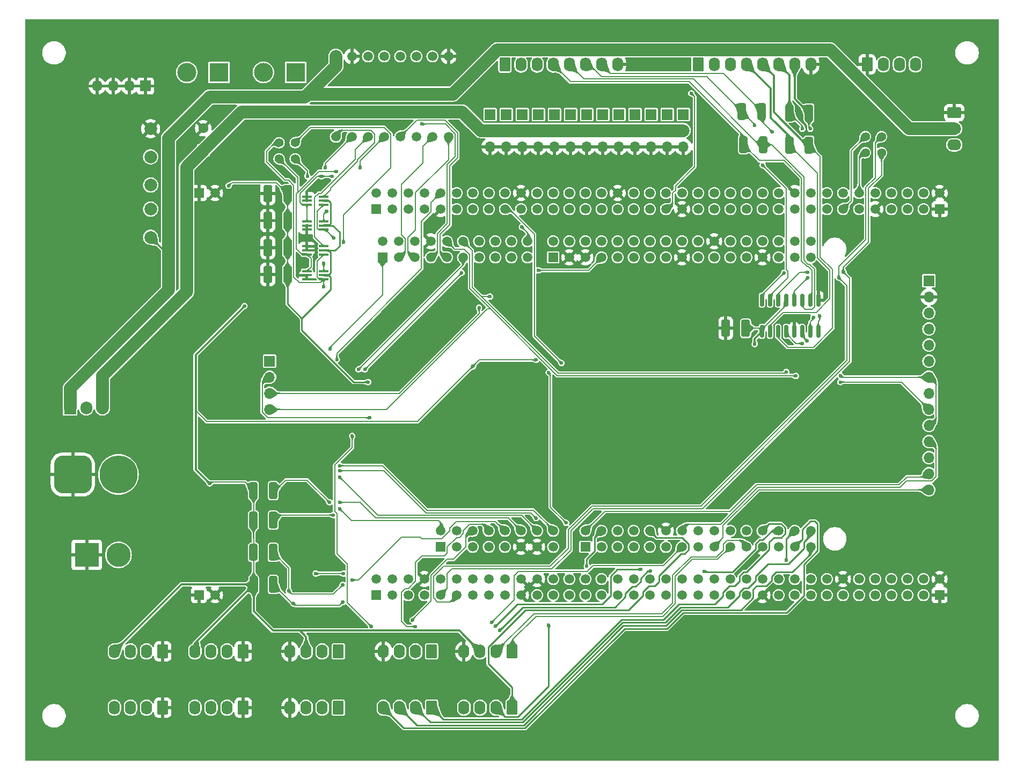
<source format=gbr>
%TF.GenerationSoftware,KiCad,Pcbnew,8.0.2-rc1*%
%TF.CreationDate,2024-08-28T13:59:48+02:00*%
%TF.ProjectId,Carte-Principale,43617274-652d-4507-9269-6e636970616c,rev?*%
%TF.SameCoordinates,Original*%
%TF.FileFunction,Copper,L2,Bot*%
%TF.FilePolarity,Positive*%
%FSLAX46Y46*%
G04 Gerber Fmt 4.6, Leading zero omitted, Abs format (unit mm)*
G04 Created by KiCad (PCBNEW 8.0.2-rc1) date 2024-08-28 13:59:48*
%MOMM*%
%LPD*%
G01*
G04 APERTURE LIST*
G04 Aperture macros list*
%AMRoundRect*
0 Rectangle with rounded corners*
0 $1 Rounding radius*
0 $2 $3 $4 $5 $6 $7 $8 $9 X,Y pos of 4 corners*
0 Add a 4 corners polygon primitive as box body*
4,1,4,$2,$3,$4,$5,$6,$7,$8,$9,$2,$3,0*
0 Add four circle primitives for the rounded corners*
1,1,$1+$1,$2,$3*
1,1,$1+$1,$4,$5*
1,1,$1+$1,$6,$7*
1,1,$1+$1,$8,$9*
0 Add four rect primitives between the rounded corners*
20,1,$1+$1,$2,$3,$4,$5,0*
20,1,$1+$1,$4,$5,$6,$7,0*
20,1,$1+$1,$6,$7,$8,$9,0*
20,1,$1+$1,$8,$9,$2,$3,0*%
G04 Aperture macros list end*
%TA.AperFunction,Conductor*%
%ADD10C,0.200000*%
%TD*%
%TA.AperFunction,ComponentPad*%
%ADD11RoundRect,0.250000X0.620000X0.845000X-0.620000X0.845000X-0.620000X-0.845000X0.620000X-0.845000X0*%
%TD*%
%TA.AperFunction,ComponentPad*%
%ADD12O,1.740000X2.190000*%
%TD*%
%TA.AperFunction,ComponentPad*%
%ADD13R,1.700000X1.700000*%
%TD*%
%TA.AperFunction,ComponentPad*%
%ADD14O,1.700000X1.700000*%
%TD*%
%TA.AperFunction,ComponentPad*%
%ADD15C,1.508000*%
%TD*%
%TA.AperFunction,ComponentPad*%
%ADD16C,1.400000*%
%TD*%
%TA.AperFunction,ComponentPad*%
%ADD17R,3.000000X3.000000*%
%TD*%
%TA.AperFunction,ComponentPad*%
%ADD18C,3.000000*%
%TD*%
%TA.AperFunction,ComponentPad*%
%ADD19R,1.508000X1.508000*%
%TD*%
%TA.AperFunction,ComponentPad*%
%ADD20C,2.000000*%
%TD*%
%TA.AperFunction,ComponentPad*%
%ADD21R,1.905000X2.000000*%
%TD*%
%TA.AperFunction,ComponentPad*%
%ADD22O,1.905000X2.000000*%
%TD*%
%TA.AperFunction,ComponentPad*%
%ADD23R,3.800000X3.800000*%
%TD*%
%TA.AperFunction,ComponentPad*%
%ADD24C,3.800000*%
%TD*%
%TA.AperFunction,ComponentPad*%
%ADD25RoundRect,0.250000X-0.845000X0.620000X-0.845000X-0.620000X0.845000X-0.620000X0.845000X0.620000X0*%
%TD*%
%TA.AperFunction,ComponentPad*%
%ADD26O,2.190000X1.740000*%
%TD*%
%TA.AperFunction,ComponentPad*%
%ADD27RoundRect,0.250000X-0.620000X-0.845000X0.620000X-0.845000X0.620000X0.845000X-0.620000X0.845000X0*%
%TD*%
%TA.AperFunction,ComponentPad*%
%ADD28RoundRect,1.500000X-1.500000X-1.500000X1.500000X-1.500000X1.500000X1.500000X-1.500000X1.500000X0*%
%TD*%
%TA.AperFunction,ComponentPad*%
%ADD29C,6.000000*%
%TD*%
%TA.AperFunction,ComponentPad*%
%ADD30R,1.600000X1.600000*%
%TD*%
%TA.AperFunction,ComponentPad*%
%ADD31C,1.600000*%
%TD*%
%TA.AperFunction,SMDPad,CuDef*%
%ADD32RoundRect,0.100000X-0.650000X-0.100000X0.650000X-0.100000X0.650000X0.100000X-0.650000X0.100000X0*%
%TD*%
%TA.AperFunction,SMDPad,CuDef*%
%ADD33RoundRect,0.250000X0.400000X1.075000X-0.400000X1.075000X-0.400000X-1.075000X0.400000X-1.075000X0*%
%TD*%
%TA.AperFunction,SMDPad,CuDef*%
%ADD34RoundRect,0.250000X0.412500X1.100000X-0.412500X1.100000X-0.412500X-1.100000X0.412500X-1.100000X0*%
%TD*%
%TA.AperFunction,SMDPad,CuDef*%
%ADD35RoundRect,0.250000X-0.412500X-1.100000X0.412500X-1.100000X0.412500X1.100000X-0.412500X1.100000X0*%
%TD*%
%TA.AperFunction,SMDPad,CuDef*%
%ADD36RoundRect,0.150000X-0.150000X0.825000X-0.150000X-0.825000X0.150000X-0.825000X0.150000X0.825000X0*%
%TD*%
%TA.AperFunction,SMDPad,CuDef*%
%ADD37RoundRect,0.250000X-0.400000X-1.075000X0.400000X-1.075000X0.400000X1.075000X-0.400000X1.075000X0*%
%TD*%
%TA.AperFunction,ViaPad*%
%ADD38C,0.600000*%
%TD*%
%TA.AperFunction,Conductor*%
%ADD39C,0.250000*%
%TD*%
%TA.AperFunction,Conductor*%
%ADD40C,2.000000*%
%TD*%
%TA.AperFunction,Conductor*%
%ADD41C,0.300000*%
%TD*%
G04 APERTURE END LIST*
%TO.N,GND*%
D10*
X56500000Y-45000000D02*
X62500000Y-45000000D01*
X62500000Y-49000000D01*
X56500000Y-49000000D01*
X56500000Y-45000000D01*
%TA.AperFunction,Conductor*%
G36*
X56500000Y-45000000D02*
G01*
X62500000Y-45000000D01*
X62500000Y-49000000D01*
X56500000Y-49000000D01*
X56500000Y-45000000D01*
G37*
%TD.AperFunction*%
%TD*%
D11*
%TO.P,J11,1,Pin_1*%
%TO.N,/I2C2_SCL*%
X133240000Y-129540000D03*
D12*
%TO.P,J11,2,Pin_2*%
%TO.N,/I2C2_SDA*%
X130700000Y-129540000D03*
%TO.P,J11,3,Pin_3*%
%TO.N,+5V*%
X128160000Y-129540000D03*
%TO.P,J11,4,Pin_4*%
%TO.N,GND*%
X125620000Y-129540000D03*
%TD*%
D11*
%TO.P,J6,1,Pin_1*%
%TO.N,/DEBUG_RX*%
X105810000Y-129540000D03*
D12*
%TO.P,J6,2,Pin_2*%
%TO.N,/DEBUG_TX*%
X103270000Y-129540000D03*
%TO.P,J6,3,Pin_3*%
%TO.N,+5V*%
X100730000Y-129540000D03*
%TO.P,J6,4,Pin_4*%
%TO.N,GND*%
X98190000Y-129540000D03*
%TD*%
D13*
%TO.P,M5,1,PWM*%
%TO.N,/Actionneurs + sensors/PWM4*%
X139910000Y-44750000D03*
D14*
%TO.P,M5,2,+*%
%TO.N,+5VA*%
X139910000Y-47290000D03*
%TO.P,M5,3,-*%
%TO.N,GND*%
X139910000Y-49830000D03*
%TD*%
D15*
%TO.P,DRV1,1A,1A*%
%TO.N,/Moteurs/MOTOR1A*%
X118110000Y-35560000D03*
%TO.P,DRV1,1B,1B*%
%TO.N,/Moteurs/MOTOR1B*%
X115570000Y-35560000D03*
%TO.P,DRV1,2A,2A*%
%TO.N,/Moteurs/MOTOR2A*%
X113030000Y-35560000D03*
%TO.P,DRV1,2B,2B*%
%TO.N,/Moteurs/MOTOR2B*%
X110490000Y-35560000D03*
%TO.P,DRV1,EN1,EN1*%
%TO.N,/PB13*%
X123190000Y-48260000D03*
%TO.P,DRV1,EN2,EN2*%
%TO.N,/PB15*%
X120650000Y-48260000D03*
%TO.P,DRV1,FLT,FLT*%
%TO.N,/PB12*%
X120650000Y-35560000D03*
%TO.P,DRV1,GND,GND*%
%TO.N,GND*%
X123190000Y-35560000D03*
%TO.P,DRV1,GND1,GND1*%
X107950000Y-35560000D03*
%TO.P,DRV1,IN1,IN1*%
%TO.N,/Moteurs/IN1*%
X113030000Y-48260000D03*
%TO.P,DRV1,IN2,IN2*%
%TO.N,/Moteurs/IN2*%
X110490000Y-48260000D03*
%TO.P,DRV1,IN3,IN3*%
%TO.N,/Moteurs/IN3*%
X107950000Y-48260000D03*
%TO.P,DRV1,IN4,IN4*%
%TO.N,/Moteurs/IN4*%
X105410000Y-48260000D03*
%TO.P,DRV1,RST,RST*%
%TO.N,/PA15*%
X115570000Y-48260000D03*
%TO.P,DRV1,SLP,SLP*%
%TO.N,+5V*%
X118110000Y-48260000D03*
%TO.P,DRV1,VMOT,VMOT*%
%TO.N,+12VA*%
X105410000Y-35560000D03*
%TD*%
D16*
%TO.P,TP6,1,1*%
%TO.N,/PE9*%
X99000000Y-51750000D03*
%TO.P,TP6,2,2*%
%TO.N,/PE11*%
X96460000Y-51750000D03*
%TD*%
D17*
%TO.P,J5,1,Pin_1*%
%TO.N,/Moteurs/MOTOR2A*%
X99060000Y-38100000D03*
D18*
%TO.P,J5,2,Pin_2*%
%TO.N,/Moteurs/MOTOR2B*%
X93980000Y-38100000D03*
%TD*%
D13*
%TO.P,M4,1,PWM*%
%TO.N,/Actionneurs + sensors/PWM3*%
X137370000Y-44750000D03*
D14*
%TO.P,M4,2,+*%
%TO.N,+5VA*%
X137370000Y-47290000D03*
%TO.P,M4,3,-*%
%TO.N,GND*%
X137370000Y-49830000D03*
%TD*%
D13*
%TO.P,J2,1,Pin_1*%
%TO.N,GND*%
X75370000Y-40250000D03*
D14*
%TO.P,J2,2,Pin_2*%
X72830000Y-40250000D03*
%TO.P,J2,3,Pin_3*%
X70290000Y-40250000D03*
%TO.P,J2,4,Pin_4*%
X67750000Y-40250000D03*
%TD*%
D11*
%TO.P,J10,1,Pin_1*%
%TO.N,/PF8*%
X120540000Y-138430000D03*
D12*
%TO.P,J10,2,Pin_2*%
%TO.N,/PG1*%
X118000000Y-138430000D03*
%TO.P,J10,3,Pin_3*%
%TO.N,/PG0*%
X115460000Y-138430000D03*
%TO.P,J10,4,Pin_4*%
%TO.N,/PD1*%
X112920000Y-138430000D03*
%TD*%
D19*
%TO.P,U2,CN3_1,GND_CN3*%
%TO.N,GND*%
X83815000Y-120650000D03*
D15*
%TO.P,U2,CN3_2,GND_CN3*%
X86355000Y-120650000D03*
D19*
%TO.P,U2,CN4_1,GND_CN4*%
X83815000Y-57150000D03*
D15*
%TO.P,U2,CN4_2,GND_CN4*%
X86355000Y-57150000D03*
D19*
%TO.P,U2,CN7_1,D16/I2S_A_MCK*%
%TO.N,/PC6*%
X112771000Y-67310000D03*
D15*
%TO.P,U2,CN7_2,D15/I2C_A_SCL*%
%TO.N,unconnected-(U2E-D15{slash}I2C_A_SCL-PadCN7_2)*%
X112771000Y-64770000D03*
%TO.P,U2,CN7_3,D17/I2S_A_SD*%
%TO.N,/PB15*%
X115311000Y-67310000D03*
%TO.P,U2,CN7_4,D14/I2C_A_SDA*%
%TO.N,unconnected-(U2E-D14{slash}I2C_A_SDA-PadCN7_4)*%
X115311000Y-64770000D03*
%TO.P,U2,CN7_5,D18/I2S_A_CK*%
%TO.N,/PB13*%
X117851000Y-67310000D03*
%TO.P,U2,CN7_6,VREFP_CN7*%
%TO.N,unconnected-(U2E-VREFP_CN7-PadCN7_6)*%
X117851000Y-64770000D03*
%TO.P,U2,CN7_7,D19/I2S_A_WS*%
%TO.N,/PB12*%
X120391000Y-67310000D03*
%TO.P,U2,CN7_8,GND_CN7*%
%TO.N,GND*%
X120391000Y-64770000D03*
%TO.P,U2,CN7_9,D20/I2S_B_WS*%
%TO.N,/PA15*%
X122931000Y-67310000D03*
%TO.P,U2,CN7_10,D13/SPI_A_SCK*%
%TO.N,/PA5*%
X122931000Y-64770000D03*
%TO.P,U2,CN7_11,D21/I2S_B_MCK*%
%TO.N,/PC7*%
X125471000Y-67310000D03*
%TO.P,U2,CN7_12,D12/SPI_A_MISO*%
%TO.N,/PA6*%
X125471000Y-64770000D03*
%TO.P,U2,CN7_13,D22/I2S_B_SD/SPI_B_MOSI*%
%TO.N,unconnected-(U2E-D22{slash}I2S_B_SD{slash}SPI_B_MOSI-PadCN7_13)*%
X128011000Y-67310000D03*
%TO.P,U2,CN7_14,D11/SPI_A_MOSI/TIM_E_PWM1*%
%TO.N,unconnected-(U2E-D11{slash}SPI_A_MOSI{slash}TIM_E_PWM1-PadCN7_14)*%
X128011000Y-64770000D03*
%TO.P,U2,CN7_15,D23/I2S_B_CK/SPI_B_SCK*%
%TO.N,unconnected-(U2E-D23{slash}I2S_B_CK{slash}SPI_B_SCK-PadCN7_15)*%
X130551000Y-67310000D03*
%TO.P,U2,CN7_16,D10/SPI_A_CS/TIM_B_PWM3*%
%TO.N,unconnected-(U2E-D10{slash}SPI_A_CS{slash}TIM_B_PWM3-PadCN7_16)*%
X130551000Y-64770000D03*
%TO.P,U2,CN7_17,D24/SPI_B_NSS*%
%TO.N,/PA4*%
X133091000Y-67310000D03*
%TO.P,U2,CN7_18,D9/TIMER_B_PWM2*%
%TO.N,unconnected-(U2E-D9{slash}TIMER_B_PWM2-PadCN7_18)*%
X133091000Y-64770000D03*
%TO.P,U2,CN7_19,D25/SPI_B_MISO*%
%TO.N,unconnected-(U2E-D25{slash}SPI_B_MISO-PadCN7_19)*%
X135631000Y-67310000D03*
%TO.P,U2,CN7_20,D8/IO*%
%TO.N,/PF3*%
X135631000Y-64770000D03*
D19*
%TO.P,U2,CN8_1,NC_CN8*%
%TO.N,unconnected-(U2C-NC_CN8-PadCN8_1)*%
X121915000Y-113030000D03*
D15*
%TO.P,U2,CN8_2,D43/SDMMC_D0*%
%TO.N,/PC8*%
X121915000Y-110490000D03*
%TO.P,U2,CN8_3,IOREF_CN8*%
%TO.N,unconnected-(U2C-IOREF_CN8-PadCN8_3)*%
X124455000Y-113030000D03*
%TO.P,U2,CN8_4,D44/SDMMC_D1/I2S_A_CKIN*%
%TO.N,/PC9*%
X124455000Y-110490000D03*
%TO.P,U2,CN8_5,NRST_CN8*%
%TO.N,unconnected-(U2C-NRST_CN8-PadCN8_5)*%
X126995000Y-113030000D03*
%TO.P,U2,CN8_6,D45/SDMMC_D2*%
%TO.N,/PC10*%
X126995000Y-110490000D03*
%TO.P,U2,CN8_7,3V3_CN8*%
%TO.N,Net-(U2C-3V3_CN8)*%
X129535000Y-113030000D03*
%TO.P,U2,CN8_8,D46/SDMMC_D3*%
%TO.N,/PC11*%
X129535000Y-110490000D03*
%TO.P,U2,CN8_9,5V_CN8*%
%TO.N,unconnected-(U2C-5V_CN8-PadCN8_9)*%
X132075000Y-113030000D03*
%TO.P,U2,CN8_10,D47/SDMMC_CK*%
%TO.N,/PC12*%
X132075000Y-110490000D03*
%TO.P,U2,CN8_11,GND_CN8*%
%TO.N,GND*%
X134615000Y-113030000D03*
%TO.P,U2,CN8_12,D48/SDMMC_CMD*%
%TO.N,/PD2*%
X134615000Y-110490000D03*
%TO.P,U2,CN8_13,GND_CN8*%
%TO.N,GND*%
X137155000Y-113030000D03*
%TO.P,U2,CN8_14,D49/IO*%
%TO.N,/PG2*%
X137155000Y-110490000D03*
%TO.P,U2,CN8_15,VIN_CN8*%
%TO.N,unconnected-(U2C-VIN_CN8-PadCN8_15)*%
X139695000Y-113030000D03*
%TO.P,U2,CN8_16,D50/IO*%
%TO.N,/PG3*%
X139695000Y-110490000D03*
D19*
%TO.P,U2,CN9_1,A0/ADC12_INP15*%
%TO.N,unconnected-(U2D-A0{slash}ADC12_INP15-PadCN9_1)*%
X144775000Y-113030000D03*
D15*
%TO.P,U2,CN9_2,D51/USART_B_SCLK*%
%TO.N,/PD7*%
X144775000Y-110490000D03*
%TO.P,U2,CN9_3,A1/ADC123_INP10*%
%TO.N,unconnected-(U2D-A1{slash}ADC123_INP10-PadCN9_3)*%
X147315000Y-113030000D03*
%TO.P,U2,CN9_4,D52/USART_B_RX*%
%TO.N,/PD6*%
X147315000Y-110490000D03*
%TO.P,U2,CN9_5,A2/ADC12_INP13*%
%TO.N,unconnected-(U2D-A2{slash}ADC12_INP13-PadCN9_5)*%
X149855000Y-113030000D03*
%TO.P,U2,CN9_6,D53/USART_B_TX*%
%TO.N,/PD5*%
X149855000Y-110490000D03*
%TO.P,U2,CN9_7,A3/ADC12_INP5*%
%TO.N,unconnected-(U2D-A3{slash}ADC12_INP5-PadCN9_7)*%
X152395000Y-113030000D03*
%TO.P,U2,CN9_8,D54/USART_B_RTS*%
%TO.N,/PD4*%
X152395000Y-110490000D03*
%TO.P,U2,CN9_9,A4/ADC123_INP12/I2C1_SDA*%
%TO.N,unconnected-(U2D-A4{slash}ADC123_INP12{slash}I2C1_SDA-PadCN9_9)*%
X154935000Y-113030000D03*
%TO.P,U2,CN9_10,D55/USART_B_CTS*%
%TO.N,/PD3*%
X154935000Y-110490000D03*
%TO.P,U2,CN9_11,A5/ADC3_INP6/I2C1_SCL*%
%TO.N,unconnected-(U2D-A5{slash}ADC3_INP6{slash}I2C1_SCL-PadCN9_11)*%
X157475000Y-113030000D03*
%TO.P,U2,CN9_12,GND_CN9*%
%TO.N,GND*%
X157475000Y-110490000D03*
%TO.P,U2,CN9_13,D72/COMP1_INP*%
%TO.N,/PB2*%
X160015000Y-113030000D03*
%TO.P,U2,CN9_14,D56/SAI_A_MCLK*%
%TO.N,/PE2*%
X160015000Y-110490000D03*
%TO.P,U2,CN9_15,D71/COMP2_INP*%
%TO.N,unconnected-(U2D-D71{slash}COMP2_INP-PadCN9_15)*%
X162555000Y-113030000D03*
%TO.P,U2,CN9_16,D57/SAI_A_FS*%
%TO.N,/PE4*%
X162555000Y-110490000D03*
%TO.P,U2,CN9_17,D70/I2C_B_SMBA*%
%TO.N,/PF2*%
X165095000Y-113030000D03*
%TO.P,U2,CN9_18,D58/SAI_A_SCK*%
%TO.N,/PE5*%
X165095000Y-110490000D03*
%TO.P,U2,CN9_19,D69/I2C_B_SCL*%
%TO.N,/I2C2_SCL*%
X167635000Y-113030000D03*
%TO.P,U2,CN9_20,D59/SAI_A_SD*%
%TO.N,unconnected-(U2D-D59{slash}SAI_A_SD-PadCN9_20)*%
X167635000Y-110490000D03*
%TO.P,U2,CN9_21,D68/I2C_B_SDA*%
%TO.N,/I2C2_SDA*%
X170175000Y-113030000D03*
%TO.P,U2,CN9_22,D60/SAI_B_SD*%
%TO.N,/PE3*%
X170175000Y-110490000D03*
%TO.P,U2,CN9_23,GND_CN9*%
%TO.N,GND*%
X172715000Y-113030000D03*
%TO.P,U2,CN9_24,D61/SAI_B_SCK*%
%TO.N,/PF8*%
X172715000Y-110490000D03*
%TO.P,U2,CN9_25,D67/CAN_RX*%
%TO.N,/PD0*%
X175255000Y-113030000D03*
%TO.P,U2,CN9_26,D62/SAI_B_MCLK*%
%TO.N,/PF7*%
X175255000Y-110490000D03*
%TO.P,U2,CN9_27,D66/CAN_TX*%
%TO.N,/PD1*%
X177795000Y-113030000D03*
%TO.P,U2,CN9_28,D63/SAI_B_FS*%
%TO.N,/PF9*%
X177795000Y-110490000D03*
%TO.P,U2,CN9_29,D65/IO*%
%TO.N,/PG0*%
X180335000Y-113030000D03*
%TO.P,U2,CN9_30,D64/IO*%
%TO.N,/PG1*%
X180335000Y-110490000D03*
D19*
%TO.P,U2,CN10_1,AVDD*%
%TO.N,unconnected-(U2F-AVDD-PadCN10_1)*%
X139695000Y-67310000D03*
D15*
%TO.P,U2,CN10_2,D7/IO*%
%TO.N,unconnected-(U2F-D7{slash}IO-PadCN10_2)*%
X139695000Y-64770000D03*
%TO.P,U2,CN10_3,AGND_CN10*%
%TO.N,GND*%
X142235000Y-67310000D03*
%TO.P,U2,CN10_4,D6/TIMER_A_PWM1*%
%TO.N,/PE9*%
X142235000Y-64770000D03*
%TO.P,U2,CN10_5,GND_CN10*%
%TO.N,GND*%
X144775000Y-67310000D03*
%TO.P,U2,CN10_6,D5/TIMER_A_PWM2*%
%TO.N,/PE11*%
X144775000Y-64770000D03*
%TO.P,U2,CN10_7,A6/ADC_A_IN*%
%TO.N,/PF4*%
X147315000Y-67310000D03*
%TO.P,U2,CN10_8,D4/IO*%
%TO.N,unconnected-(U2F-D4{slash}IO-PadCN10_8)*%
X147315000Y-64770000D03*
%TO.P,U2,CN10_9,A7/ADC_B_IN*%
%TO.N,/PF5*%
X149855000Y-67310000D03*
%TO.P,U2,CN10_10,D3/TIMER_A_PWM3*%
%TO.N,unconnected-(U2F-D3{slash}TIMER_A_PWM3-PadCN10_10)*%
X149855000Y-64770000D03*
%TO.P,U2,CN10_11,A8/ADC_C_IN*%
%TO.N,/PF6*%
X152395000Y-67310000D03*
%TO.P,U2,CN10_12,D2/IO*%
%TO.N,unconnected-(U2F-D2{slash}IO-PadCN10_12)*%
X152395000Y-64770000D03*
%TO.P,U2,CN10_13,D26/QSPI_CS*%
%TO.N,/PG6*%
X154935000Y-67310000D03*
%TO.P,U2,CN10_14,D1/USART_A_TX*%
%TO.N,unconnected-(U2F-D1{slash}USART_A_TX-PadCN10_14)*%
X154935000Y-64770000D03*
%TO.P,U2,CN10_15,D27/QSPI_CLK*%
%TO.N,unconnected-(U2F-D27{slash}QSPI_CLK-PadCN10_15)*%
X157475000Y-67310000D03*
%TO.P,U2,CN10_16,D0/USART_A_RX*%
%TO.N,unconnected-(U2F-D0{slash}USART_A_RX-PadCN10_16)*%
X157475000Y-64770000D03*
%TO.P,U2,CN10_17,GND_CN10*%
%TO.N,GND*%
X160015000Y-67310000D03*
%TO.P,U2,CN10_18,D42/TIMER_A_PWM1N*%
%TO.N,/PE8*%
X160015000Y-64770000D03*
%TO.P,U2,CN10_19,D28/QSPI_BK1_IO3*%
%TO.N,/PD13*%
X162555000Y-67310000D03*
%TO.P,U2,CN10_20,D41/TIMER_A_ETR*%
%TO.N,/PE7*%
X162555000Y-64770000D03*
%TO.P,U2,CN10_21,D29/QSPI_BK1_IO1*%
%TO.N,/PD12*%
X165095000Y-67310000D03*
%TO.P,U2,CN10_22,GND_CN10*%
%TO.N,GND*%
X165095000Y-64770000D03*
%TO.P,U2,CN10_23,D30/QSPI_BK1_IO0*%
%TO.N,/PD11*%
X167635000Y-67310000D03*
%TO.P,U2,CN10_24,D40/TIMER_A_PWM2N*%
%TO.N,/PE10*%
X167635000Y-64770000D03*
%TO.P,U2,CN10_25,D31/QSPI_BK1_IO2*%
%TO.N,unconnected-(U2F-D31{slash}QSPI_BK1_IO2-PadCN10_25)*%
X170175000Y-67310000D03*
%TO.P,U2,CN10_26,D39/TIMER_A_PWM3N*%
%TO.N,/PE12*%
X170175000Y-64770000D03*
%TO.P,U2,CN10_27,GND_CN10*%
%TO.N,GND*%
X172715000Y-67310000D03*
%TO.P,U2,CN10_28,D38/TIMER_A_BKIN2*%
%TO.N,/PE6*%
X172715000Y-64770000D03*
%TO.P,U2,CN10_29,D32/TIMER_C_PWM1*%
%TO.N,/PA0*%
X175255000Y-67310000D03*
%TO.P,U2,CN10_30,D37/TIMER_A_BKIN1*%
%TO.N,/PE15*%
X175255000Y-64770000D03*
%TO.P,U2,CN10_31,D33/TIMER_D_PWM1*%
%TO.N,unconnected-(U2F-D33{slash}TIMER_D_PWM1-PadCN10_31)*%
X177795000Y-67310000D03*
%TO.P,U2,CN10_32,D36/TIMER_C_PWM2*%
%TO.N,/PB10*%
X177795000Y-64770000D03*
%TO.P,U2,CN10_33,D34/TIMER_B_ETR*%
%TO.N,/PE0*%
X180335000Y-67310000D03*
%TO.P,U2,CN10_34,D35/TIMER_C_PWM3*%
%TO.N,/PB11*%
X180335000Y-64770000D03*
D19*
%TO.P,U2,CN11_1,PC10*%
%TO.N,unconnected-(U2A-PC10-PadCN11_1)*%
X111755000Y-120650000D03*
D15*
%TO.P,U2,CN11_2,PC11*%
%TO.N,unconnected-(U2A-PC11-PadCN11_2)*%
X111755000Y-118110000D03*
%TO.P,U2,CN11_3,PC12*%
%TO.N,unconnected-(U2A-PC12-PadCN11_3)*%
X114295000Y-120650000D03*
%TO.P,U2,CN11_4,PD2*%
%TO.N,unconnected-(U2A-PD2-PadCN11_4)*%
X114295000Y-118110000D03*
%TO.P,U2,CN11_5,3V3_VDD*%
%TO.N,unconnected-(U2A-3V3_VDD-PadCN11_5)*%
X116835000Y-120650000D03*
%TO.P,U2,CN11_6,5V_EXT*%
%TO.N,unconnected-(U2A-5V_EXT-PadCN11_6)*%
X116835000Y-118110000D03*
%TO.P,U2,CN11_7,BOOT0*%
%TO.N,unconnected-(U2A-BOOT0-PadCN11_7)*%
X119375000Y-120650000D03*
%TO.P,U2,CN11_8,GND_CN11*%
%TO.N,GND*%
X119375000Y-118110000D03*
%TO.P,U2,CN11_9,PF6*%
%TO.N,/Encodeur_Droit_A*%
X121915000Y-120650000D03*
%TO.P,U2,CN11_10,NC*%
%TO.N,unconnected-(U2A-NC-PadCN11_10)*%
X121915000Y-118110000D03*
%TO.P,U2,CN11_11,PF7*%
%TO.N,/Encodeur_Droit_B*%
X124455000Y-120650000D03*
%TO.P,U2,CN11_12,IOREF*%
%TO.N,unconnected-(U2A-IOREF-PadCN11_12)*%
X124455000Y-118110000D03*
%TO.P,U2,CN11_13,PA13*%
%TO.N,unconnected-(U2A-PA13-PadCN11_13)*%
X126995000Y-120650000D03*
%TO.P,U2,CN11_14,NRST*%
%TO.N,unconnected-(U2A-NRST-PadCN11_14)*%
X126995000Y-118110000D03*
%TO.P,U2,CN11_15,PA14*%
%TO.N,unconnected-(U2A-PA14-PadCN11_15)*%
X129535000Y-120650000D03*
%TO.P,U2,CN11_16,3V3*%
%TO.N,unconnected-(U2A-3V3-PadCN11_16)*%
X129535000Y-118110000D03*
%TO.P,U2,CN11_17,PA15*%
%TO.N,unconnected-(U2A-PA15-PadCN11_17)*%
X132075000Y-120650000D03*
%TO.P,U2,CN11_18,5V*%
%TO.N,unconnected-(U2A-5V-PadCN11_18)*%
X132075000Y-118110000D03*
%TO.P,U2,CN11_19,GND_CN11*%
%TO.N,GND*%
X134615000Y-120650000D03*
%TO.P,U2,CN11_20,GND_CN11*%
X134615000Y-118110000D03*
%TO.P,U2,CN11_21,PB7*%
%TO.N,/I2C1_SDA*%
X137155000Y-120650000D03*
%TO.P,U2,CN11_22,GND_CN11*%
%TO.N,GND*%
X137155000Y-118110000D03*
%TO.P,U2,CN11_23,PC13*%
%TO.N,unconnected-(U2A-PC13-PadCN11_23)*%
X139695000Y-120650000D03*
%TO.P,U2,CN11_24,VIN*%
%TO.N,unconnected-(U2A-VIN-PadCN11_24)*%
X139695000Y-118110000D03*
%TO.P,U2,CN11_25,PC14*%
%TO.N,unconnected-(U2A-PC14-PadCN11_25)*%
X142235000Y-120650000D03*
%TO.P,U2,CN11_26,NC*%
%TO.N,unconnected-(U2A-NC-PadCN11_26)*%
X142235000Y-118110000D03*
%TO.P,U2,CN11_27,PC15*%
%TO.N,unconnected-(U2A-PC15-PadCN11_27)*%
X144775000Y-120650000D03*
%TO.P,U2,CN11_28,PA0*%
%TO.N,unconnected-(U2A-PA0-PadCN11_28)*%
X144775000Y-118110000D03*
%TO.P,U2,CN11_29,PH0*%
%TO.N,unconnected-(U2A-PH0-PadCN11_29)*%
X147315000Y-120650000D03*
%TO.P,U2,CN11_30,PA1*%
%TO.N,unconnected-(U2A-PA1-PadCN11_30)*%
X147315000Y-118110000D03*
%TO.P,U2,CN11_31,PH1*%
%TO.N,unconnected-(U2A-PH1-PadCN11_31)*%
X149855000Y-120650000D03*
%TO.P,U2,CN11_32,PA4*%
%TO.N,unconnected-(U2A-PA4-PadCN11_32)*%
X149855000Y-118110000D03*
%TO.P,U2,CN11_33,VBAT*%
%TO.N,unconnected-(U2A-VBAT-PadCN11_33)*%
X152395000Y-120650000D03*
%TO.P,U2,CN11_34,PB0*%
%TO.N,unconnected-(U2A-PB0-PadCN11_34)*%
X152395000Y-118110000D03*
%TO.P,U2,CN11_35,PC2*%
%TO.N,unconnected-(U2A-PC2-PadCN11_35)*%
X154935000Y-120650000D03*
%TO.P,U2,CN11_36,PC1*%
%TO.N,unconnected-(U2A-PC1-PadCN11_36)*%
X154935000Y-118110000D03*
%TO.P,U2,CN11_37,PC3*%
%TO.N,unconnected-(U2A-PC3-PadCN11_37)*%
X157475000Y-120650000D03*
%TO.P,U2,CN11_38,PC0*%
%TO.N,unconnected-(U2A-PC0-PadCN11_38)*%
X157475000Y-118110000D03*
%TO.P,U2,CN11_39,PD4*%
%TO.N,unconnected-(U2A-PD4-PadCN11_39)*%
X160015000Y-120650000D03*
%TO.P,U2,CN11_40,PD3*%
%TO.N,unconnected-(U2A-PD3-PadCN11_40)*%
X160015000Y-118110000D03*
%TO.P,U2,CN11_41,PD5*%
%TO.N,/AX12_RX*%
X162555000Y-120650000D03*
%TO.P,U2,CN11_42,PG2*%
%TO.N,unconnected-(U2A-PG2-PadCN11_42)*%
X162555000Y-118110000D03*
%TO.P,U2,CN11_43,PD6*%
%TO.N,unconnected-(U2A-PD6-PadCN11_43)*%
X165095000Y-120650000D03*
%TO.P,U2,CN11_44,PG3*%
%TO.N,unconnected-(U2A-PG3-PadCN11_44)*%
X165095000Y-118110000D03*
%TO.P,U2,CN11_45,PD7*%
%TO.N,unconnected-(U2A-PD7-PadCN11_45)*%
X167635000Y-120650000D03*
%TO.P,U2,CN11_46,PE2*%
%TO.N,unconnected-(U2A-PE2-PadCN11_46)*%
X167635000Y-118110000D03*
%TO.P,U2,CN11_47,PE3*%
%TO.N,unconnected-(U2A-PE3-PadCN11_47)*%
X170175000Y-120650000D03*
%TO.P,U2,CN11_48,PE4*%
%TO.N,unconnected-(U2A-PE4-PadCN11_48)*%
X170175000Y-118110000D03*
%TO.P,U2,CN11_49,GND_CN11*%
%TO.N,GND*%
X172715000Y-120650000D03*
%TO.P,U2,CN11_50,PE5*%
%TO.N,unconnected-(U2A-PE5-PadCN11_50)*%
X172715000Y-118110000D03*
%TO.P,U2,CN11_51,PF1*%
%TO.N,unconnected-(U2A-PF1-PadCN11_51)*%
X175255000Y-120650000D03*
%TO.P,U2,CN11_52,PF2*%
%TO.N,unconnected-(U2A-PF2-PadCN11_52)*%
X175255000Y-118110000D03*
%TO.P,U2,CN11_53,PF0*%
%TO.N,unconnected-(U2A-PF0-PadCN11_53)*%
X177795000Y-120650000D03*
%TO.P,U2,CN11_54,PF8*%
%TO.N,unconnected-(U2A-PF8-PadCN11_54)*%
X177795000Y-118110000D03*
%TO.P,U2,CN11_55,PD1*%
%TO.N,unconnected-(U2A-PD1-PadCN11_55)*%
X180335000Y-120650000D03*
%TO.P,U2,CN11_56,PF9*%
%TO.N,unconnected-(U2A-PF9-PadCN11_56)*%
X180335000Y-118110000D03*
%TO.P,U2,CN11_57,PD0*%
%TO.N,unconnected-(U2A-PD0-PadCN11_57)*%
X182875000Y-120650000D03*
%TO.P,U2,CN11_58,PG1*%
%TO.N,unconnected-(U2A-PG1-PadCN11_58)*%
X182875000Y-118110000D03*
%TO.P,U2,CN11_59,PG0*%
%TO.N,unconnected-(U2A-PG0-PadCN11_59)*%
X185415000Y-120650000D03*
%TO.P,U2,CN11_60,GND_CN11*%
%TO.N,GND*%
X185415000Y-118110000D03*
%TO.P,U2,CN11_61,PE1*%
%TO.N,unconnected-(U2A-PE1-PadCN11_61)*%
X187955000Y-120650000D03*
%TO.P,U2,CN11_62,PE6*%
%TO.N,unconnected-(U2A-PE6-PadCN11_62)*%
X187955000Y-118110000D03*
%TO.P,U2,CN11_63,PG9*%
%TO.N,unconnected-(U2A-PG9-PadCN11_63)*%
X190495000Y-120650000D03*
%TO.P,U2,CN11_64,PG15*%
%TO.N,unconnected-(U2A-PG15-PadCN11_64)*%
X190495000Y-118110000D03*
%TO.P,U2,CN11_65,PG12*%
%TO.N,unconnected-(U2A-PG12-PadCN11_65)*%
X193035000Y-120650000D03*
%TO.P,U2,CN11_66,PG10*%
%TO.N,unconnected-(U2A-PG10-PadCN11_66)*%
X193035000Y-118110000D03*
%TO.P,U2,CN11_67,NC*%
%TO.N,unconnected-(U2A-NC-PadCN11_67)*%
X195575000Y-120650000D03*
%TO.P,U2,CN11_68,PG13*%
%TO.N,unconnected-(U2A-PG13-PadCN11_68)*%
X195575000Y-118110000D03*
%TO.P,U2,CN11_69,PD9*%
%TO.N,/DEBUG_RX*%
X198115000Y-120650000D03*
%TO.P,U2,CN11_70,PG11*%
%TO.N,unconnected-(U2A-PG11-PadCN11_70)*%
X198115000Y-118110000D03*
D19*
%TO.P,U2,CN12_1,PC9*%
%TO.N,unconnected-(U2B-PC9-PadCN12_1)*%
X111775000Y-59690000D03*
D15*
%TO.P,U2,CN12_2,PC8*%
%TO.N,unconnected-(U2B-PC8-PadCN12_2)*%
X111775000Y-57150000D03*
%TO.P,U2,CN12_3,PB8*%
%TO.N,unconnected-(U2B-PB8-PadCN12_3)*%
X114315000Y-59690000D03*
%TO.P,U2,CN12_4,PC6*%
%TO.N,unconnected-(U2B-PC6-PadCN12_4)*%
X114315000Y-57150000D03*
%TO.P,U2,CN12_5,PB9*%
%TO.N,unconnected-(U2B-PB9-PadCN12_5)*%
X116855000Y-59690000D03*
%TO.P,U2,CN12_6,PC5*%
%TO.N,unconnected-(U2B-PC5-PadCN12_6)*%
X116855000Y-57150000D03*
%TO.P,U2,CN12_7,VREFP*%
%TO.N,unconnected-(U2B-VREFP-PadCN12_7)*%
X119395000Y-59690000D03*
%TO.P,U2,CN12_8,5V_USB_STLK*%
%TO.N,unconnected-(U2B-5V_USB_STLK-PadCN12_8)*%
X119395000Y-57150000D03*
%TO.P,U2,CN12_9,GND_CN12*%
%TO.N,GND*%
X121935000Y-59690000D03*
%TO.P,U2,CN12_10,PD8*%
%TO.N,/DEBUG_TX*%
X121935000Y-57150000D03*
%TO.P,U2,CN12_11,PA5*%
%TO.N,unconnected-(U2B-PA5-PadCN12_11)*%
X124475000Y-59690000D03*
%TO.P,U2,CN12_12,PA12*%
%TO.N,unconnected-(U2B-PA12-PadCN12_12)*%
X124475000Y-57150000D03*
%TO.P,U2,CN12_13,PA6*%
%TO.N,unconnected-(U2B-PA6-PadCN12_13)*%
X127015000Y-59690000D03*
%TO.P,U2,CN12_14,PA11*%
%TO.N,unconnected-(U2B-PA11-PadCN12_14)*%
X127015000Y-57150000D03*
%TO.P,U2,CN12_15,PA7*%
%TO.N,unconnected-(U2B-PA7-PadCN12_15)*%
X129555000Y-59690000D03*
%TO.P,U2,CN12_16,PB12*%
%TO.N,unconnected-(U2B-PB12-PadCN12_16)*%
X129555000Y-57150000D03*
%TO.P,U2,CN12_17,PB6*%
%TO.N,/I2C1_SCL*%
X132095000Y-59690000D03*
%TO.P,U2,CN12_18,PB11*%
%TO.N,unconnected-(U2B-PB11-PadCN12_18)*%
X132095000Y-57150000D03*
%TO.P,U2,CN12_19,PC7*%
%TO.N,unconnected-(U2B-PC7-PadCN12_19)*%
X134635000Y-59690000D03*
%TO.P,U2,CN12_20,GND_CN12*%
%TO.N,GND*%
X134635000Y-57150000D03*
%TO.P,U2,CN12_21,PA9*%
%TO.N,unconnected-(U2B-PA9-PadCN12_21)*%
X137175000Y-59690000D03*
%TO.P,U2,CN12_22,PB2*%
%TO.N,unconnected-(U2B-PB2-PadCN12_22)*%
X137175000Y-57150000D03*
%TO.P,U2,CN12_23,PA8*%
%TO.N,unconnected-(U2B-PA8-PadCN12_23)*%
X139715000Y-59690000D03*
%TO.P,U2,CN12_24,PB1*%
%TO.N,unconnected-(U2B-PB1-PadCN12_24)*%
X139715000Y-57150000D03*
%TO.P,U2,CN12_25,PB10*%
%TO.N,unconnected-(U2B-PB10-PadCN12_25)*%
X142255000Y-59690000D03*
%TO.P,U2,CN12_26,PB15*%
%TO.N,unconnected-(U2B-PB15-PadCN12_26)*%
X142255000Y-57150000D03*
%TO.P,U2,CN12_27,PB4*%
%TO.N,unconnected-(U2B-PB4-PadCN12_27)*%
X144795000Y-59690000D03*
%TO.P,U2,CN12_28,PB14*%
%TO.N,unconnected-(U2B-PB14-PadCN12_28)*%
X144795000Y-57150000D03*
%TO.P,U2,CN12_29,PB5*%
%TO.N,unconnected-(U2B-PB5-PadCN12_29)*%
X147335000Y-59690000D03*
%TO.P,U2,CN12_30,PB13*%
%TO.N,unconnected-(U2B-PB13-PadCN12_30)*%
X147335000Y-57150000D03*
%TO.P,U2,CN12_31,PB3*%
%TO.N,unconnected-(U2B-PB3-PadCN12_31)*%
X149875000Y-59690000D03*
%TO.P,U2,CN12_32,AGND_CN12*%
%TO.N,GND*%
X149875000Y-57150000D03*
%TO.P,U2,CN12_33,PA10*%
%TO.N,unconnected-(U2B-PA10-PadCN12_33)*%
X152415000Y-59690000D03*
%TO.P,U2,CN12_34,PC4*%
%TO.N,unconnected-(U2B-PC4-PadCN12_34)*%
X152415000Y-57150000D03*
%TO.P,U2,CN12_35,PA2*%
%TO.N,unconnected-(U2B-PA2-PadCN12_35)*%
X154955000Y-59690000D03*
%TO.P,U2,CN12_36,PF5*%
%TO.N,unconnected-(U2B-PF5-PadCN12_36)*%
X154955000Y-57150000D03*
%TO.P,U2,CN12_37,PA3*%
%TO.N,/AX12_RX*%
X157495000Y-59690000D03*
%TO.P,U2,CN12_38,PF4*%
%TO.N,unconnected-(U2B-PF4-PadCN12_38)*%
X157495000Y-57150000D03*
%TO.P,U2,CN12_39,GND_CN12*%
%TO.N,GND*%
X160035000Y-59690000D03*
%TO.P,U2,CN12_40,PE8*%
%TO.N,unconnected-(U2B-PE8-PadCN12_40)*%
X160035000Y-57150000D03*
%TO.P,U2,CN12_41,PD13*%
%TO.N,unconnected-(U2B-PD13-PadCN12_41)*%
X162575000Y-59690000D03*
%TO.P,U2,CN12_42,PF10*%
%TO.N,unconnected-(U2B-PF10-PadCN12_42)*%
X162575000Y-57150000D03*
%TO.P,U2,CN12_43,PD12*%
%TO.N,unconnected-(U2B-PD12-PadCN12_43)*%
X165115000Y-59690000D03*
%TO.P,U2,CN12_44,PE7*%
%TO.N,unconnected-(U2B-PE7-PadCN12_44)*%
X165115000Y-57150000D03*
%TO.P,U2,CN12_45,PD11*%
%TO.N,unconnected-(U2B-PD11-PadCN12_45)*%
X167655000Y-59690000D03*
%TO.P,U2,CN12_46,PD14*%
%TO.N,unconnected-(U2B-PD14-PadCN12_46)*%
X167655000Y-57150000D03*
%TO.P,U2,CN12_47,PE10*%
%TO.N,unconnected-(U2B-PE10-PadCN12_47)*%
X170195000Y-59690000D03*
%TO.P,U2,CN12_48,PD15*%
%TO.N,unconnected-(U2B-PD15-PadCN12_48)*%
X170195000Y-57150000D03*
%TO.P,U2,CN12_49,PE12*%
%TO.N,unconnected-(U2B-PE12-PadCN12_49)*%
X172735000Y-59690000D03*
%TO.P,U2,CN12_50,PF14*%
%TO.N,unconnected-(U2B-PF14-PadCN12_50)*%
X172735000Y-57150000D03*
%TO.P,U2,CN12_51,PE14*%
%TO.N,unconnected-(U2B-PE14-PadCN12_51)*%
X175275000Y-59690000D03*
%TO.P,U2,CN12_52,PE9*%
%TO.N,unconnected-(U2B-PE9-PadCN12_52)*%
X175275000Y-57150000D03*
%TO.P,U2,CN12_53,PE15*%
%TO.N,unconnected-(U2B-PE15-PadCN12_53)*%
X177815000Y-59690000D03*
%TO.P,U2,CN12_54,GND_CN12*%
%TO.N,GND*%
X177815000Y-57150000D03*
%TO.P,U2,CN12_55,PE13*%
%TO.N,unconnected-(U2B-PE13-PadCN12_55)*%
X180355000Y-59690000D03*
%TO.P,U2,CN12_56,PE11*%
%TO.N,unconnected-(U2B-PE11-PadCN12_56)*%
X180355000Y-57150000D03*
%TO.P,U2,CN12_57,PF13*%
%TO.N,unconnected-(U2B-PF13-PadCN12_57)*%
X182895000Y-59690000D03*
%TO.P,U2,CN12_58,PF3*%
%TO.N,unconnected-(U2B-PF3-PadCN12_58)*%
X182895000Y-57150000D03*
%TO.P,U2,CN12_59,PF12*%
%TO.N,/Encodeur_Gauche_B*%
X185435000Y-59690000D03*
%TO.P,U2,CN12_60,PF15*%
%TO.N,unconnected-(U2B-PF15-PadCN12_60)*%
X185435000Y-57150000D03*
%TO.P,U2,CN12_61,PG14*%
%TO.N,unconnected-(U2B-PG14-PadCN12_61)*%
X187975000Y-59690000D03*
%TO.P,U2,CN12_62,PF11*%
%TO.N,/Encodeur_Gauche_A*%
X187975000Y-57150000D03*
%TO.P,U2,CN12_63,GND_CN12*%
%TO.N,GND*%
X190515000Y-59690000D03*
%TO.P,U2,CN12_64,PE0*%
%TO.N,unconnected-(U2B-PE0-PadCN12_64)*%
X190515000Y-57150000D03*
%TO.P,U2,CN12_65,PD10*%
%TO.N,unconnected-(U2B-PD10-PadCN12_65)*%
X193055000Y-59690000D03*
%TO.P,U2,CN12_66,PG8*%
%TO.N,unconnected-(U2B-PG8-PadCN12_66)*%
X193055000Y-57150000D03*
%TO.P,U2,CN12_67,PG7*%
%TO.N,unconnected-(U2B-PG7-PadCN12_67)*%
X195595000Y-59690000D03*
%TO.P,U2,CN12_68,PG5*%
%TO.N,unconnected-(U2B-PG5-PadCN12_68)*%
X195595000Y-57150000D03*
%TO.P,U2,CN12_69,PG4*%
%TO.N,unconnected-(U2B-PG4-PadCN12_69)*%
X198135000Y-59690000D03*
%TO.P,U2,CN12_70,PG6*%
%TO.N,unconnected-(U2B-PG6-PadCN12_70)*%
X198135000Y-57150000D03*
D19*
%TO.P,U2,CN15_1,GND_CN15*%
%TO.N,GND*%
X200675000Y-59690000D03*
D15*
%TO.P,U2,CN15_2,GND_CN15*%
X200675000Y-57150000D03*
D19*
%TO.P,U2,CN16_1,GND_CN16*%
X200655000Y-120650000D03*
D15*
%TO.P,U2,CN16_2,GND_CN16*%
X200655000Y-118110000D03*
%TD*%
D20*
%TO.P,TP3,1,1*%
%TO.N,+5V*%
X76200000Y-59690000D03*
%TD*%
D21*
%TO.P,Q1,1,G*%
%TO.N,+12VA*%
X63500000Y-91115000D03*
D22*
%TO.P,Q1,2,D*%
%TO.N,+5V*%
X66040000Y-91115000D03*
%TO.P,Q1,3,S*%
%TO.N,+5VA*%
X68580000Y-91115000D03*
%TD*%
D13*
%TO.P,M10,1,PWM*%
%TO.N,/Actionneurs + sensors/PWM8*%
X150070000Y-44750000D03*
D14*
%TO.P,M10,2,+*%
%TO.N,+5VA*%
X150070000Y-47290000D03*
%TO.P,M10,3,-*%
%TO.N,GND*%
X150070000Y-49830000D03*
%TD*%
D13*
%TO.P,M8,1,PWM*%
%TO.N,/Actionneurs + sensors/PWM6*%
X144990000Y-44750000D03*
D14*
%TO.P,M8,2,+*%
%TO.N,+5VA*%
X144990000Y-47290000D03*
%TO.P,M8,3,-*%
%TO.N,GND*%
X144990000Y-49830000D03*
%TD*%
D11*
%TO.P,J12,1,Pin_1*%
%TO.N,/PD3*%
X133240000Y-138430000D03*
D12*
%TO.P,J12,2,Pin_2*%
%TO.N,/PD6*%
X130700000Y-138430000D03*
%TO.P,J12,3,Pin_3*%
%TO.N,/PF7*%
X128160000Y-138430000D03*
%TO.P,J12,4,Pin_4*%
%TO.N,/PF9*%
X125620000Y-138430000D03*
%TD*%
D23*
%TO.P,J4,1,Pin_1*%
%TO.N,GND*%
X66120000Y-114300000D03*
D24*
%TO.P,J4,2,Pin_2*%
%TO.N,Net-(J4-Pin_2)*%
X71120000Y-114300000D03*
%TD*%
D13*
%TO.P,M9,1,PWM*%
%TO.N,/Actionneurs + sensors/PWM10*%
X155150000Y-44750000D03*
D14*
%TO.P,M9,2,+*%
%TO.N,+5VA*%
X155150000Y-47290000D03*
%TO.P,M9,3,-*%
%TO.N,GND*%
X155150000Y-49830000D03*
%TD*%
D13*
%TO.P,M11,1,PWM*%
%TO.N,/Actionneurs + sensors/PWM11*%
X157690000Y-44750000D03*
D14*
%TO.P,M11,2,+*%
%TO.N,+5VA*%
X157690000Y-47290000D03*
%TO.P,M11,3,-*%
%TO.N,GND*%
X157690000Y-49830000D03*
%TD*%
D13*
%TO.P,M12,1,PWM*%
%TO.N,/Actionneurs + sensors/PWM12*%
X160230000Y-44750000D03*
D14*
%TO.P,M12,2,+*%
%TO.N,+5VA*%
X160230000Y-47290000D03*
%TO.P,M12,3,-*%
%TO.N,GND*%
X160230000Y-49830000D03*
%TD*%
D11*
%TO.P,SW2,1,1*%
%TO.N,GND*%
X78105000Y-129540000D03*
D12*
%TO.P,SW2,2,2*%
%TO.N,/PC12*%
X75565000Y-129540000D03*
%TO.P,SW2,3,K*%
%TO.N,Net-(Q4-D)*%
X73025000Y-129540000D03*
%TO.P,SW2,4,A*%
%TO.N,+5V*%
X70485000Y-129540000D03*
%TD*%
D25*
%TO.P,J15,1,Pin_1*%
%TO.N,GND*%
X202980000Y-44460000D03*
D26*
%TO.P,J15,2,Pin_2*%
%TO.N,+12VA*%
X202980000Y-47000000D03*
%TO.P,J15,3,Pin_3*%
%TO.N,/AX12_RX*%
X202980000Y-49540000D03*
%TD*%
D13*
%TO.P,M7,1,PWM*%
%TO.N,/Actionneurs + sensors/PWM9*%
X152610000Y-44750000D03*
D14*
%TO.P,M7,2,+*%
%TO.N,+5VA*%
X152610000Y-47290000D03*
%TO.P,M7,3,-*%
%TO.N,GND*%
X152610000Y-49830000D03*
%TD*%
D16*
%TO.P,TP9,1,1*%
%TO.N,/Encodeur_Droit_A*%
X191500000Y-50790000D03*
%TO.P,TP9,2,2*%
%TO.N,/Encodeur_Droit_B*%
X191500000Y-48250000D03*
%TD*%
D11*
%TO.P,J7,1,Pin_1*%
%TO.N,/PC7*%
X105810000Y-138430000D03*
D12*
%TO.P,J7,2,Pin_2*%
%TO.N,/PC6*%
X103270000Y-138430000D03*
%TO.P,J7,3,Pin_3*%
%TO.N,+5V*%
X100730000Y-138430000D03*
%TO.P,J7,4,Pin_4*%
%TO.N,GND*%
X98190000Y-138430000D03*
%TD*%
D20*
%TO.P,TP4,1,1*%
%TO.N,+5VA*%
X76200000Y-55880000D03*
%TD*%
D13*
%TO.P,M6,1,PWM*%
%TO.N,/Actionneurs + sensors/PWM7*%
X147530000Y-44750000D03*
D14*
%TO.P,M6,2,+*%
%TO.N,+5VA*%
X147530000Y-47290000D03*
%TO.P,M6,3,-*%
%TO.N,GND*%
X147530000Y-49830000D03*
%TD*%
D27*
%TO.P,J8,1,Pin_1*%
%TO.N,+5V*%
X132080000Y-36850000D03*
D12*
%TO.P,J8,2,Pin_2*%
%TO.N,/Encodeurs/Z+_DROITE*%
X134620000Y-36850000D03*
%TO.P,J8,3,Pin_3*%
%TO.N,/Encodeurs/Z-_DROITE*%
X137160000Y-36850000D03*
%TO.P,J8,4,Pin_4*%
%TO.N,/Encodeurs/B-_DROITE*%
X139700000Y-36850000D03*
%TO.P,J8,5,Pin_5*%
%TO.N,/Encodeurs/B+_DROITE*%
X142240000Y-36850000D03*
%TO.P,J8,6,Pin_6*%
%TO.N,/Encodeurs/A+_DROITE*%
X144780000Y-36850000D03*
%TO.P,J8,7,Pin_7*%
%TO.N,/Encodeurs/A-_DROITE*%
X147320000Y-36850000D03*
%TO.P,J8,8,Pin_8*%
%TO.N,GND*%
X149860000Y-36850000D03*
%TD*%
D11*
%TO.P,SW4,1,1*%
%TO.N,GND*%
X90805000Y-129540000D03*
D12*
%TO.P,SW4,2,2*%
%TO.N,/PD2*%
X88265000Y-129540000D03*
%TO.P,SW4,3,K*%
%TO.N,Net-(Q2-D)*%
X85725000Y-129540000D03*
%TO.P,SW4,4,A*%
%TO.N,+5V*%
X83185000Y-129540000D03*
%TD*%
D20*
%TO.P,TP5,1,1*%
%TO.N,+12VA*%
X76200000Y-64135000D03*
%TD*%
D27*
%TO.P,J13,1,Pin_1*%
%TO.N,+5V*%
X162560000Y-36830000D03*
D12*
%TO.P,J13,2,Pin_2*%
%TO.N,/Encodeurs/Z+_GAUCHE*%
X165100000Y-36830000D03*
%TO.P,J13,3,Pin_3*%
%TO.N,/Encodeurs/Z-_GAUCHE*%
X167640000Y-36830000D03*
%TO.P,J13,4,Pin_4*%
%TO.N,/Encodeurs/B-_GAUCHE*%
X170180000Y-36830000D03*
%TO.P,J13,5,Pin_5*%
%TO.N,/Encodeurs/B+_GAUCHE*%
X172720000Y-36830000D03*
%TO.P,J13,6,Pin_6*%
%TO.N,/Encodeurs/A+_GAUCHE*%
X175260000Y-36830000D03*
%TO.P,J13,7,Pin_7*%
%TO.N,/Encodeurs/A-_GAUCHE*%
X177800000Y-36830000D03*
%TO.P,J13,8,Pin_8*%
%TO.N,GND*%
X180340000Y-36830000D03*
%TD*%
D13*
%TO.P,M2,1,PWM*%
%TO.N,/Actionneurs + sensors/PWM2*%
X134830000Y-44750000D03*
D14*
%TO.P,M2,2,+*%
%TO.N,+5VA*%
X134830000Y-47290000D03*
%TO.P,M2,3,-*%
%TO.N,GND*%
X134830000Y-49830000D03*
%TD*%
D20*
%TO.P,TP2,1,1*%
%TO.N,GND*%
X76200000Y-46990000D03*
%TD*%
D11*
%TO.P,J9,1,Pin_1*%
%TO.N,/PB2*%
X120540000Y-129540000D03*
D12*
%TO.P,J9,2,Pin_2*%
%TO.N,/PC11*%
X118000000Y-129540000D03*
%TO.P,J9,3,Pin_3*%
%TO.N,/PC10*%
X115460000Y-129540000D03*
%TO.P,J9,4,Pin_4*%
%TO.N,GND*%
X112920000Y-129540000D03*
%TD*%
D28*
%TO.P,J3,1,Pin_1*%
%TO.N,GND*%
X63920000Y-101600000D03*
D29*
%TO.P,J3,2,Pin_2*%
%TO.N,Net-(J3-Pin_2)*%
X71120000Y-101600000D03*
%TD*%
D27*
%TO.P,J14,1,Pin_1*%
%TO.N,GND*%
X189230000Y-36830000D03*
D12*
%TO.P,J14,2,Pin_2*%
%TO.N,/I2C1_SCL*%
X191770000Y-36830000D03*
%TO.P,J14,3,Pin_3*%
%TO.N,/I2C1_SDA*%
X194310000Y-36830000D03*
%TO.P,J14,4,Pin_4*%
%TO.N,/PF3*%
X196850000Y-36830000D03*
%TD*%
D11*
%TO.P,SW1,1,1*%
%TO.N,GND*%
X78105000Y-138430000D03*
D12*
%TO.P,SW1,2,2*%
%TO.N,/PD4*%
X75565000Y-138430000D03*
%TO.P,SW1,3,K*%
%TO.N,Net-(Q5-D)*%
X73025000Y-138430000D03*
%TO.P,SW1,4,A*%
%TO.N,+5V*%
X70485000Y-138430000D03*
%TD*%
D30*
%TO.P,C1,1*%
%TO.N,+5VA*%
X84500000Y-50402700D03*
D31*
%TO.P,C1,2*%
%TO.N,GND*%
X84500000Y-46902700D03*
%TD*%
D13*
%TO.P,M3,1,PWM*%
%TO.N,/Actionneurs + sensors/PWM1*%
X132290000Y-44750000D03*
D14*
%TO.P,M3,2,+*%
%TO.N,+5VA*%
X132290000Y-47290000D03*
%TO.P,M3,3,-*%
%TO.N,GND*%
X132290000Y-49830000D03*
%TD*%
D16*
%TO.P,TP7,1,1*%
%TO.N,/PF5*%
X99000000Y-49210000D03*
%TO.P,TP7,2,2*%
%TO.N,/PF4*%
X96460000Y-49210000D03*
%TD*%
D17*
%TO.P,J1,1,Pin_1*%
%TO.N,/Moteurs/MOTOR1A*%
X86995000Y-38100000D03*
D18*
%TO.P,J1,2,Pin_2*%
%TO.N,/Moteurs/MOTOR1B*%
X81915000Y-38100000D03*
%TD*%
D20*
%TO.P,TP1,1,1*%
%TO.N,+3.3V*%
X76200000Y-51435000D03*
%TD*%
D13*
%TO.P,M1,1,PWM*%
%TO.N,/Actionneurs + sensors/PWM0*%
X129750000Y-44750000D03*
D14*
%TO.P,M1,2,+*%
%TO.N,+5VA*%
X129750000Y-47290000D03*
%TO.P,M1,3,-*%
%TO.N,GND*%
X129750000Y-49830000D03*
%TD*%
D13*
%TO.P,M13,1,PWM*%
%TO.N,/Actionneurs + sensors/PWM5*%
X142450000Y-44750000D03*
D14*
%TO.P,M13,2,+*%
%TO.N,+5VA*%
X142450000Y-47290000D03*
%TO.P,M13,3,-*%
%TO.N,GND*%
X142450000Y-49830000D03*
%TD*%
D16*
%TO.P,TP8,1,1*%
%TO.N,/Encodeur_Gauche_A*%
X188960000Y-50770000D03*
%TO.P,TP8,2,2*%
%TO.N,/Encodeur_Gauche_B*%
X188960000Y-48230000D03*
%TD*%
D11*
%TO.P,SW3,1,1*%
%TO.N,GND*%
X90805000Y-138430000D03*
D12*
%TO.P,SW3,2,2*%
%TO.N,/PC8*%
X88265000Y-138430000D03*
%TO.P,SW3,3,K*%
%TO.N,Net-(Q3-D)*%
X85725000Y-138430000D03*
%TO.P,SW3,4,A*%
%TO.N,+5V*%
X83185000Y-138430000D03*
%TD*%
D32*
%TO.P,U6,1*%
%TO.N,GND*%
X100850000Y-70775000D03*
%TO.P,U6,2,GND*%
X100850000Y-70125000D03*
%TO.P,U6,3*%
%TO.N,/PE11*%
X100850000Y-69475000D03*
%TO.P,U6,4*%
%TO.N,/Moteurs/IN1*%
X103510000Y-69475000D03*
%TO.P,U6,5,VCC*%
%TO.N,+3.3V*%
X103510000Y-70125000D03*
%TO.P,U6,6*%
%TO.N,/PF4*%
X103510000Y-70775000D03*
%TD*%
%TO.P,U4,1*%
%TO.N,/PE9*%
X100850000Y-59000000D03*
%TO.P,U4,2,GND*%
%TO.N,GND*%
X100850000Y-58350000D03*
%TO.P,U4,3*%
X100850000Y-57700000D03*
%TO.P,U4,4*%
%TO.N,/Moteurs/IN4*%
X103510000Y-57700000D03*
%TO.P,U4,5,VCC*%
%TO.N,+3.3V*%
X103510000Y-58350000D03*
%TO.P,U4,6*%
%TO.N,/PF5*%
X103510000Y-59000000D03*
%TD*%
D33*
%TO.P,R31,1*%
%TO.N,/PC12*%
X95530000Y-113900000D03*
%TO.P,R31,2*%
%TO.N,+5V*%
X92430000Y-113900000D03*
%TD*%
%TO.P,R32,1*%
%TO.N,/PC8*%
X95530000Y-108820000D03*
%TO.P,R32,2*%
%TO.N,+5V*%
X92430000Y-108820000D03*
%TD*%
%TO.P,R27,1*%
%TO.N,/Encodeurs/A-_DROITE*%
X172550000Y-44250000D03*
%TO.P,R27,2*%
%TO.N,/Encodeurs/A+_DROITE*%
X169450000Y-44250000D03*
%TD*%
D34*
%TO.P,C7,1*%
%TO.N,+3.3V*%
X170062500Y-78500000D03*
%TO.P,C7,2*%
%TO.N,GND*%
X166937500Y-78500000D03*
%TD*%
D35*
%TO.P,C5,1*%
%TO.N,GND*%
X94687500Y-65750000D03*
%TO.P,C5,2*%
%TO.N,+3.3V*%
X97812500Y-65750000D03*
%TD*%
D32*
%TO.P,U7,1*%
%TO.N,/PE11*%
X100850000Y-66850000D03*
%TO.P,U7,2,GND*%
%TO.N,GND*%
X100850000Y-66200000D03*
%TO.P,U7,3*%
X100850000Y-65550000D03*
%TO.P,U7,4*%
%TO.N,/Moteurs/IN2*%
X103510000Y-65550000D03*
%TO.P,U7,5,VCC*%
%TO.N,+3.3V*%
X103510000Y-66200000D03*
%TO.P,U7,6*%
%TO.N,/PF4*%
X103510000Y-66850000D03*
%TD*%
D13*
%TO.P,J17,1,Pin_1*%
%TO.N,/PA4*%
X94975000Y-83700000D03*
D14*
%TO.P,J17,2,Pin_2*%
%TO.N,/PD7*%
X94975000Y-86240000D03*
%TO.P,J17,3,Pin_3*%
%TO.N,/PA6*%
X94975000Y-88780000D03*
%TO.P,J17,4,Pin_4*%
%TO.N,/PA5*%
X94975000Y-91320000D03*
%TD*%
D35*
%TO.P,C3,1*%
%TO.N,GND*%
X94687500Y-57250000D03*
%TO.P,C3,2*%
%TO.N,+3.3V*%
X97812500Y-57250000D03*
%TD*%
D36*
%TO.P,U3,1,1B*%
%TO.N,/Encodeurs/A-_DROITE*%
X172630000Y-74050000D03*
%TO.P,U3,2,1A*%
%TO.N,/Encodeurs/A+_DROITE*%
X173900000Y-74050000D03*
%TO.P,U3,3,1Y*%
%TO.N,/Encodeur_Droit_A*%
X175170000Y-74050000D03*
%TO.P,U3,4,G*%
%TO.N,+3.3V*%
X176440000Y-74050000D03*
%TO.P,U3,5,2Y*%
%TO.N,/Encodeur_Droit_B*%
X177710000Y-74050000D03*
%TO.P,U3,6,2A*%
%TO.N,/Encodeurs/B+_DROITE*%
X178980000Y-74050000D03*
%TO.P,U3,7,2B*%
%TO.N,/Encodeurs/B-_DROITE*%
X180250000Y-74050000D03*
%TO.P,U3,8,GND*%
%TO.N,GND*%
X181520000Y-74050000D03*
%TO.P,U3,9,3B*%
%TO.N,/Encodeurs/A-_GAUCHE*%
X181520000Y-79000000D03*
%TO.P,U3,10,3A*%
%TO.N,/Encodeurs/A+_GAUCHE*%
X180250000Y-79000000D03*
%TO.P,U3,11,3Y*%
%TO.N,/Encodeur_Gauche_A*%
X178980000Y-79000000D03*
%TO.P,U3,12,~{G}*%
%TO.N,GND*%
X177710000Y-79000000D03*
%TO.P,U3,13,4Y*%
%TO.N,/Encodeur_Gauche_B*%
X176440000Y-79000000D03*
%TO.P,U3,14,4A*%
%TO.N,/Encodeurs/B+_GAUCHE*%
X175170000Y-79000000D03*
%TO.P,U3,15,4B*%
%TO.N,/Encodeurs/B-_GAUCHE*%
X173900000Y-79000000D03*
%TO.P,U3,16,VDD*%
%TO.N,+3.3V*%
X172630000Y-79000000D03*
%TD*%
D32*
%TO.P,U5,1*%
%TO.N,GND*%
X100850000Y-62925000D03*
%TO.P,U5,2,GND*%
X100850000Y-62275000D03*
%TO.P,U5,3*%
%TO.N,/PE9*%
X100850000Y-61625000D03*
%TO.P,U5,4*%
%TO.N,/Moteurs/IN3*%
X103510000Y-61625000D03*
%TO.P,U5,5,VCC*%
%TO.N,+3.3V*%
X103510000Y-62275000D03*
%TO.P,U5,6*%
%TO.N,/PF5*%
X103510000Y-62925000D03*
%TD*%
D35*
%TO.P,C4,1*%
%TO.N,GND*%
X94687500Y-61500000D03*
%TO.P,C4,2*%
%TO.N,+3.3V*%
X97812500Y-61500000D03*
%TD*%
%TO.P,C6,1*%
%TO.N,GND*%
X94687500Y-70000000D03*
%TO.P,C6,2*%
%TO.N,+3.3V*%
X97812500Y-70000000D03*
%TD*%
D33*
%TO.P,R28,1*%
%TO.N,/Encodeurs/A-_GAUCHE*%
X180050000Y-44500000D03*
%TO.P,R28,2*%
%TO.N,/Encodeurs/A+_GAUCHE*%
X176950000Y-44500000D03*
%TD*%
D37*
%TO.P,R29,1*%
%TO.N,/Encodeurs/B-_DROITE*%
X169700000Y-49500000D03*
%TO.P,R29,2*%
%TO.N,/Encodeurs/B+_DROITE*%
X172800000Y-49500000D03*
%TD*%
D33*
%TO.P,R34,1*%
%TO.N,/PD4*%
X95560000Y-118980000D03*
%TO.P,R34,2*%
%TO.N,+5V*%
X92460000Y-118980000D03*
%TD*%
%TO.P,R33,1*%
%TO.N,/PD2*%
X95530000Y-104140000D03*
%TO.P,R33,2*%
%TO.N,+5V*%
X92430000Y-104140000D03*
%TD*%
D37*
%TO.P,R30,1*%
%TO.N,/Encodeurs/B-_GAUCHE*%
X176950000Y-49580000D03*
%TO.P,R30,2*%
%TO.N,/Encodeurs/B+_GAUCHE*%
X180050000Y-49580000D03*
%TD*%
D13*
%TO.P,J16,1,Pin_1*%
%TO.N,+3.3V*%
X198975000Y-71000000D03*
D14*
%TO.P,J16,2,Pin_2*%
%TO.N,GND*%
X198975000Y-73540000D03*
%TO.P,J16,3,Pin_3*%
%TO.N,/PE0*%
X198975000Y-76080000D03*
%TO.P,J16,4,Pin_4*%
%TO.N,/PE4*%
X198975000Y-78620000D03*
%TO.P,J16,5,Pin_5*%
%TO.N,/PE5*%
X198975000Y-81160000D03*
%TO.P,J16,6,Pin_6*%
%TO.N,/PD7*%
X198975000Y-83700000D03*
%TO.P,J16,7,Pin_7*%
%TO.N,/PA5*%
X198975000Y-86240000D03*
%TO.P,J16,8,Pin_8*%
%TO.N,+3.3V*%
X198975000Y-88780000D03*
%TO.P,J16,9,Pin_9*%
%TO.N,/PA6*%
X198975000Y-91320000D03*
%TO.P,J16,10,Pin_10*%
%TO.N,/PA5*%
X198975000Y-93860000D03*
%TO.P,J16,11,Pin_11*%
%TO.N,/PE2*%
X198975000Y-96400000D03*
%TO.P,J16,12,Pin_12*%
%TO.N,/PA6*%
X198975000Y-98940000D03*
%TO.P,J16,13,Pin_13*%
%TO.N,/PD7*%
X198975000Y-101480000D03*
%TO.P,J16,14,Pin_14*%
%TO.N,/PF2*%
X198975000Y-104020000D03*
%TD*%
D38*
%TO.N,GND*%
X88500000Y-117000000D03*
X181750000Y-71250000D03*
X174000000Y-82000000D03*
X120000000Y-116000000D03*
X150750000Y-84250000D03*
X150750000Y-85000000D03*
X98250000Y-111500000D03*
X101000000Y-64250000D03*
X128000000Y-88750000D03*
X150000000Y-84250000D03*
X99500000Y-68000000D03*
X88500000Y-116250000D03*
X89250000Y-116250000D03*
X100000000Y-64250000D03*
X97500000Y-110750000D03*
X100500000Y-68000000D03*
X128750000Y-88000000D03*
X96000000Y-121250000D03*
X88000000Y-104750000D03*
X102250000Y-56000000D03*
X95250000Y-121250000D03*
X150000000Y-85000000D03*
X174000000Y-81000000D03*
X89250000Y-117000000D03*
X97500000Y-111500000D03*
X128000000Y-88000000D03*
X98250000Y-110750000D03*
X88750000Y-105500000D03*
X173000000Y-82000000D03*
X88000000Y-105500000D03*
X88750000Y-104750000D03*
X128750000Y-88750000D03*
X173000000Y-81000000D03*
X182500000Y-71250000D03*
%TO.N,/PA5*%
X185048929Y-86032471D03*
X178000000Y-86032471D03*
%TO.N,/PC6*%
X104500000Y-81750000D03*
%TO.N,/PC9*%
X106650000Y-117250000D03*
X102250000Y-117250000D03*
%TO.N,/PE9*%
X100918000Y-54500000D03*
X103150000Y-54500000D03*
X104850000Y-54500000D03*
%TO.N,/PF3*%
X134750000Y-62500000D03*
%TO.N,/PD7*%
X110750000Y-92650000D03*
%TO.N,/PC12*%
X108000000Y-118250000D03*
X98000000Y-120000000D03*
X106500000Y-119000000D03*
%TO.N,/Encodeur_Droit_A*%
X179869000Y-69650000D03*
X185478228Y-69576758D03*
%TO.N,/PE11*%
X105500000Y-53750000D03*
%TO.N,/PF4*%
X137350000Y-69350000D03*
X103500000Y-72000000D03*
%TO.N,/Encodeur_Droit_B*%
X179869000Y-70500000D03*
X184750000Y-70500000D03*
%TO.N,/PB12*%
X119000000Y-46250000D03*
%TO.N,/PC8*%
X105000000Y-108000000D03*
X106000000Y-107000000D03*
%TO.N,/PF9*%
X130565687Y-125565687D03*
X153500000Y-116600000D03*
X176500000Y-115100000D03*
%TO.N,/Encodeur_Gauche_B*%
X179000000Y-80900000D03*
%TO.N,/I2C1_SCL*%
X141000000Y-84000000D03*
%TO.N,/AX12_RX*%
X161500000Y-41400000D03*
%TO.N,/PF5*%
X106625000Y-64906247D03*
X105100000Y-64250000D03*
%TO.N,/I2C1_SDA*%
X141750000Y-109250000D03*
X139000000Y-85500000D03*
%TO.N,/PB2*%
X130000000Y-125000000D03*
%TO.N,/PG2*%
X106000000Y-102000000D03*
%TO.N,/PA6*%
X176500000Y-85400000D03*
X185000000Y-87000000D03*
X128000000Y-75250000D03*
X129750000Y-73500000D03*
%TO.N,/PD2*%
X104400000Y-106000000D03*
X106000000Y-106000000D03*
%TO.N,/PG3*%
X106000000Y-100200000D03*
%TO.N,/PD4*%
X106500000Y-121750000D03*
X98750000Y-122000000D03*
%TO.N,/PC10*%
X117500000Y-124600000D03*
%TO.N,/DEBUG_TX*%
X105566942Y-83433058D03*
%TO.N,/PD6*%
X145000000Y-116100000D03*
X139000000Y-125400000D03*
%TO.N,/PC11*%
X118000000Y-125600000D03*
%TO.N,/PC7*%
X108000000Y-95500000D03*
X111000000Y-125610000D03*
X109000000Y-85000000D03*
%TO.N,/PA4*%
X110000000Y-85000000D03*
X125250000Y-69750000D03*
%TO.N,/Encodeur_Gauche_A*%
X179750000Y-80500000D03*
%TO.N,+5V*%
X127038000Y-84525000D03*
X137000000Y-83500000D03*
X85500000Y-103000000D03*
X91000000Y-75000000D03*
%TO.N,/Moteurs/IN1*%
X109250000Y-53150000D03*
X103500000Y-68250000D03*
%TO.N,/Moteurs/IN3*%
X103960000Y-60000000D03*
X103750000Y-53150000D03*
%TO.N,+3.3V*%
X110500000Y-87000000D03*
X171500000Y-81000000D03*
X88500000Y-56000000D03*
%TO.N,/Encodeurs/A-_GAUCHE*%
X180250000Y-47000000D03*
X181750000Y-76500000D03*
%TO.N,/Encodeurs/A+_DROITE*%
X171500000Y-46500000D03*
X172750000Y-52750000D03*
%TO.N,/Encodeurs/A+_GAUCHE*%
X180750000Y-76750000D03*
X179000000Y-47000000D03*
%TO.N,/Encodeurs/A-_DROITE*%
X176141000Y-69750000D03*
X174250000Y-47500000D03*
%TO.N,/PF7*%
X131220565Y-126220566D03*
X163557735Y-116875735D03*
X155008307Y-116858142D03*
%TO.N,/PD5*%
X137000000Y-108500000D03*
X106000000Y-101000000D03*
%TD*%
D10*
%TO.N,/I2C2_SDA*%
X158561000Y-121873000D02*
X158561000Y-117508000D01*
X167198000Y-111976000D02*
X169121000Y-111976000D01*
X130700000Y-129540000D02*
X136640000Y-123600000D01*
X169121000Y-111976000D02*
X170175000Y-113030000D01*
X166581000Y-113518000D02*
X166581000Y-112593000D01*
X166581000Y-112593000D02*
X167198000Y-111976000D01*
X136640000Y-123600000D02*
X156834000Y-123600000D01*
X156834000Y-123600000D02*
X158561000Y-121873000D01*
X158561000Y-117508000D02*
X161469000Y-114600000D01*
X165499000Y-114600000D02*
X166581000Y-113518000D01*
X161469000Y-114600000D02*
X165499000Y-114600000D01*
%TO.N,/PA5*%
X126525000Y-66873418D02*
X125651582Y-66000000D01*
X185256458Y-86240000D02*
X185048929Y-86032471D01*
X140348529Y-86000000D02*
X129799265Y-75450735D01*
X129799265Y-75450735D02*
X126525000Y-72176471D01*
X94975000Y-91320000D02*
X113430000Y-91320000D01*
X129299265Y-75450735D02*
X129799265Y-75450735D01*
X178000000Y-86032471D02*
X177967529Y-86000000D01*
X124161000Y-66000000D02*
X122931000Y-64770000D01*
X125651582Y-66000000D02*
X124161000Y-66000000D01*
X198975000Y-93860000D02*
X200125000Y-92710000D01*
X198975000Y-86240000D02*
X185256458Y-86240000D01*
X200125000Y-87390000D02*
X198975000Y-86240000D01*
X126525000Y-72176471D02*
X126525000Y-66873418D01*
X200125000Y-92710000D02*
X200125000Y-87390000D01*
X113430000Y-91320000D02*
X129299265Y-75450735D01*
X177967529Y-86000000D02*
X140348529Y-86000000D01*
%TO.N,/PC6*%
X112771000Y-73229000D02*
X112771000Y-67310000D01*
X104500000Y-81750000D02*
X104500000Y-81500000D01*
X104500000Y-81500000D02*
X112771000Y-73229000D01*
D39*
%TO.N,/PG1*%
X179256000Y-113244000D02*
X179256000Y-112244000D01*
X171636000Y-118364000D02*
X171636000Y-117663063D01*
X157413604Y-124950000D02*
X159812564Y-122551040D01*
X169096000Y-120714937D02*
X169096000Y-120203063D01*
X120320000Y-140750000D02*
X134886396Y-140750000D01*
X176775000Y-115725000D02*
X179256000Y-113244000D01*
X150686396Y-124950000D02*
X157413604Y-124950000D01*
X171636000Y-117663063D02*
X173574063Y-115725000D01*
X134886396Y-140750000D02*
X150686396Y-124950000D01*
X173574063Y-115725000D02*
X176775000Y-115725000D01*
X180335000Y-111165000D02*
X180335000Y-110490000D01*
X159812564Y-122551040D02*
X167259897Y-122551040D01*
X118000000Y-138430000D02*
X120320000Y-140750000D01*
X170500000Y-119500000D02*
X171636000Y-118364000D01*
X167259897Y-122551040D02*
X169096000Y-120714937D01*
X169096000Y-120203063D02*
X169799063Y-119500000D01*
X179256000Y-112244000D02*
X180335000Y-111165000D01*
X169799063Y-119500000D02*
X170500000Y-119500000D01*
D10*
%TO.N,/PC9*%
X102250000Y-117250000D02*
X106650000Y-117250000D01*
%TO.N,/PE9*%
X99800000Y-58700000D02*
X100100000Y-59000000D01*
X100918000Y-53667900D02*
X99000000Y-51750000D01*
X104850000Y-54500000D02*
X103150000Y-54500000D01*
X100100000Y-59000000D02*
X100850000Y-59000000D01*
X100850000Y-59000000D02*
X100850000Y-61625000D01*
X102500000Y-54500000D02*
X99800000Y-57200000D01*
X103150000Y-54500000D02*
X102500000Y-54500000D01*
X100918000Y-54500000D02*
X100918000Y-53667900D01*
X99800000Y-57200000D02*
X99800000Y-58700000D01*
%TO.N,/PF2*%
X172111372Y-104020000D02*
X166500000Y-109631372D01*
X166500000Y-111625000D02*
X165095000Y-113030000D01*
X198975000Y-104020000D02*
X172111372Y-104020000D01*
X166500000Y-109631372D02*
X166500000Y-111625000D01*
%TO.N,/PF3*%
X134750000Y-62500000D02*
X135631000Y-63381000D01*
X135631000Y-63381000D02*
X135631000Y-64770000D01*
%TO.N,/PD7*%
X194280000Y-103220000D02*
X171780000Y-103220000D01*
X167600000Y-107400000D02*
X147865000Y-107400000D01*
X93825000Y-91796346D02*
X93825000Y-87390000D01*
X110750000Y-92650000D02*
X94678654Y-92650000D01*
X147865000Y-107400000D02*
X144775000Y-110490000D01*
X93825000Y-87390000D02*
X94975000Y-86240000D01*
X198455000Y-102000000D02*
X195500000Y-102000000D01*
X195500000Y-102000000D02*
X194280000Y-103220000D01*
X198975000Y-101480000D02*
X198455000Y-102000000D01*
X94678654Y-92650000D02*
X93825000Y-91796346D01*
X171780000Y-103220000D02*
X167600000Y-107400000D01*
%TO.N,/PC12*%
X132075000Y-110490000D02*
X130621000Y-109036000D01*
X123401000Y-110495000D02*
X122146000Y-111750000D01*
X106500000Y-119000000D02*
X105000000Y-120500000D01*
X98500000Y-120500000D02*
X98000000Y-120000000D01*
X109000000Y-118250000D02*
X108000000Y-118250000D01*
X98000000Y-116370000D02*
X95530000Y-113900000D01*
X124418000Y-109036000D02*
X123401000Y-110053000D01*
X98000000Y-120000000D02*
X98000000Y-116370000D01*
X115750000Y-111500000D02*
X109000000Y-118250000D01*
X123401000Y-110053000D02*
X123401000Y-110495000D01*
X122146000Y-111750000D02*
X119000000Y-111750000D01*
X119000000Y-111750000D02*
X118750000Y-111500000D01*
X118750000Y-111500000D02*
X115750000Y-111500000D01*
X130621000Y-109036000D02*
X124418000Y-109036000D01*
X105000000Y-120500000D02*
X98500000Y-120500000D01*
%TO.N,/Encodeur_Droit_A*%
X185478228Y-69576758D02*
X186500000Y-70598530D01*
X186500000Y-83732871D02*
X163232871Y-107000000D01*
X185478228Y-68870272D02*
X189429000Y-64919500D01*
X142500000Y-110500000D02*
X142500000Y-113500000D01*
X191500000Y-54315700D02*
X191500000Y-50790000D01*
X175170000Y-73075000D02*
X175170000Y-74050000D01*
X178595000Y-69650000D02*
X175170000Y-73075000D01*
X163232871Y-107000000D02*
X146000000Y-107000000D01*
X146000000Y-107000000D02*
X142500000Y-110500000D01*
X179869000Y-69650000D02*
X178595000Y-69650000D01*
X185478228Y-69576758D02*
X185478228Y-68870272D01*
X123000000Y-119565000D02*
X121915000Y-120650000D01*
X189429000Y-64919500D02*
X189429000Y-56386700D01*
X123000000Y-117250000D02*
X123000000Y-119565000D01*
X123750000Y-116500000D02*
X123000000Y-117250000D01*
X139500000Y-116500000D02*
X123750000Y-116500000D01*
X142500000Y-113500000D02*
X139500000Y-116500000D01*
X186500000Y-70598530D02*
X186500000Y-83732871D01*
X189429000Y-56386700D02*
X191500000Y-54315700D01*
D39*
%TO.N,/PF8*%
X159500000Y-122101040D02*
X165169897Y-122101040D01*
X134700000Y-140300000D02*
X150500000Y-124500000D01*
X150500000Y-124500000D02*
X157101040Y-124500000D01*
X122410000Y-140300000D02*
X134700000Y-140300000D01*
X174518999Y-111569000D02*
X175701937Y-111569000D01*
X173794000Y-112293999D02*
X174518999Y-111569000D01*
X166500000Y-120770937D02*
X166500000Y-120189000D01*
X167500000Y-119189000D02*
X168311000Y-119189000D01*
X165169897Y-122101040D02*
X166500000Y-120770937D01*
X169728063Y-117031000D02*
X170239937Y-117031000D01*
X175701937Y-111569000D02*
X176334000Y-110936937D01*
X176334000Y-110936937D02*
X176334000Y-110043063D01*
X173794000Y-109411000D02*
X172715000Y-110490000D01*
X168311000Y-119189000D02*
X169096000Y-118404000D01*
X173794000Y-113476937D02*
X173794000Y-112293999D01*
X170239937Y-117031000D02*
X173794000Y-113476937D01*
X169096000Y-117663063D02*
X169728063Y-117031000D01*
X166500000Y-120189000D02*
X167500000Y-119189000D01*
X157101040Y-124500000D02*
X159500000Y-122101040D01*
X120540000Y-138430000D02*
X122410000Y-140300000D01*
X176334000Y-110043063D02*
X175701937Y-109411000D01*
X169096000Y-118404000D02*
X169096000Y-117663063D01*
X175701937Y-109411000D02*
X173794000Y-109411000D01*
D10*
%TO.N,/PB15*%
X119164000Y-49746000D02*
X119164000Y-52401700D01*
X120650000Y-48260000D02*
X119164000Y-49746000D01*
X116365000Y-66256000D02*
X115311000Y-67310000D01*
X116365000Y-64333400D02*
X116365000Y-66256000D01*
X115801000Y-55764700D02*
X115801000Y-63769400D01*
X115801000Y-63769400D02*
X116365000Y-64333400D01*
X119164000Y-52401700D02*
X115801000Y-55764700D01*
%TO.N,/PE11*%
X96460000Y-51750000D02*
X99400000Y-54690000D01*
X100100000Y-66850000D02*
X99175000Y-65925000D01*
X99400000Y-54690000D02*
X99400000Y-57034300D01*
X100850000Y-66850000D02*
X100100000Y-66850000D01*
X99400000Y-57034300D02*
X102684000Y-53750000D01*
X99175000Y-65925000D02*
X99175000Y-57259300D01*
X101500000Y-67500000D02*
X101500000Y-68825000D01*
X100850000Y-66850000D02*
X101500000Y-67500000D01*
X99175000Y-57259300D02*
X99400000Y-57034300D01*
X101500000Y-68825000D02*
X100850000Y-69475000D01*
X102684000Y-53750000D02*
X105500000Y-53750000D01*
%TO.N,/PF4*%
X94500000Y-52250000D02*
X97350000Y-55100000D01*
X94500000Y-50500000D02*
X94500000Y-52250000D01*
X98775000Y-55915300D02*
X98775000Y-70396800D01*
X145275000Y-69350000D02*
X147315000Y-67310000D01*
X103500000Y-72000000D02*
X103510000Y-71990000D01*
X99653200Y-71275000D02*
X103010000Y-71275000D01*
X97350000Y-55100000D02*
X97959700Y-55100000D01*
X102842000Y-70775000D02*
X103510000Y-70775000D01*
X98775000Y-70396800D02*
X99653200Y-71275000D01*
X103010000Y-71275000D02*
X103510000Y-70775000D01*
X102460000Y-70393500D02*
X102842000Y-70775000D01*
X103510000Y-71990000D02*
X103510000Y-70775000D01*
X137350000Y-69350000D02*
X145275000Y-69350000D01*
X102460000Y-67900000D02*
X102460000Y-70393500D01*
X96460000Y-49210000D02*
X95790000Y-49210000D01*
X95790000Y-49210000D02*
X94500000Y-50500000D01*
X97959700Y-55100000D02*
X98775000Y-55915300D01*
X103510000Y-66850000D02*
X102460000Y-67900000D01*
%TO.N,/PE2*%
X198975000Y-96400000D02*
X200125000Y-97550000D01*
X200125000Y-97550000D02*
X200125000Y-101956346D01*
X200125000Y-101956346D02*
X199451346Y-102630000D01*
X199451346Y-102630000D02*
X195435686Y-102630000D01*
X161069000Y-109436000D02*
X160015000Y-110490000D01*
X171945686Y-103620000D02*
X166129686Y-109436000D01*
X195435686Y-102630000D02*
X194445686Y-103620000D01*
X194445686Y-103620000D02*
X171945686Y-103620000D01*
X166129686Y-109436000D02*
X161069000Y-109436000D01*
%TO.N,/Encodeur_Droit_B*%
X179869000Y-70500000D02*
X177710000Y-72659000D01*
X163000000Y-106600000D02*
X145834000Y-106600000D01*
X189029000Y-56221000D02*
X190500000Y-54750000D01*
X139250000Y-116100000D02*
X122434000Y-116100000D01*
X184750000Y-70500000D02*
X184750000Y-68750000D01*
X123401000Y-121704000D02*
X124455000Y-120650000D01*
X189029000Y-64471000D02*
X189029000Y-56221000D01*
X190500000Y-49250000D02*
X191500000Y-48250000D01*
X190500000Y-54750000D02*
X190500000Y-49250000D01*
X145834000Y-106600000D02*
X142100000Y-110334000D01*
X142100000Y-113250000D02*
X139250000Y-116100000D01*
X142100000Y-110334000D02*
X142100000Y-113250000D01*
X184750000Y-70500000D02*
X186000000Y-71750000D01*
X121478000Y-121704000D02*
X123401000Y-121704000D01*
X186000000Y-71750000D02*
X186000000Y-83600000D01*
X120861000Y-121087000D02*
X121478000Y-121704000D01*
X120861000Y-117673000D02*
X120861000Y-121087000D01*
X177710000Y-72659000D02*
X177710000Y-74050000D01*
X184750000Y-68750000D02*
X189029000Y-64471000D01*
X186000000Y-83600000D02*
X163000000Y-106600000D01*
X122434000Y-116100000D02*
X120861000Y-117673000D01*
%TO.N,/PB12*%
X121445000Y-63555000D02*
X121445000Y-66256000D01*
X124244000Y-47823400D02*
X124244000Y-51376100D01*
X121445000Y-66256000D02*
X120391000Y-67310000D01*
X119000000Y-46250000D02*
X122671000Y-46250000D01*
X122671000Y-46250000D02*
X124244000Y-47823400D01*
X122989000Y-62011000D02*
X121445000Y-63555000D01*
X124244000Y-51376100D02*
X122989000Y-52631100D01*
X122989000Y-52631100D02*
X122989000Y-62011000D01*
%TO.N,/PC8*%
X121915000Y-109165000D02*
X121600000Y-108850000D01*
X105000000Y-108000000D02*
X96350000Y-108000000D01*
X121600000Y-108850000D02*
X107850000Y-108850000D01*
X96350000Y-108000000D02*
X95530000Y-108820000D01*
X121915000Y-110490000D02*
X121915000Y-109165000D01*
X107850000Y-108850000D02*
X106000000Y-107000000D01*
D39*
%TO.N,/PD3*%
X135325015Y-123000000D02*
X151570937Y-123000000D01*
X155707000Y-119189000D02*
X156396000Y-118500000D01*
X153856000Y-120714937D02*
X153856000Y-120144000D01*
X161094000Y-112583063D02*
X160079937Y-111569000D01*
X160461937Y-114109000D02*
X161094000Y-113476937D01*
X161094000Y-113476937D02*
X161094000Y-112583063D01*
X151570937Y-123000000D02*
X153856000Y-120714937D01*
X129505000Y-131505000D02*
X129505000Y-128820015D01*
X129505000Y-128820015D02*
X135325015Y-123000000D01*
X156014000Y-111569000D02*
X154935000Y-110490000D01*
X133240000Y-138430000D02*
X133240000Y-135240000D01*
X156396000Y-117604000D02*
X159891000Y-114109000D01*
X156396000Y-118500000D02*
X156396000Y-117604000D01*
X159891000Y-114109000D02*
X160461937Y-114109000D01*
X154811000Y-119189000D02*
X155707000Y-119189000D01*
X133240000Y-135240000D02*
X129505000Y-131505000D01*
X160079937Y-111569000D02*
X156014000Y-111569000D01*
X153856000Y-120144000D02*
X154811000Y-119189000D01*
%TO.N,/PG0*%
X174839063Y-117000000D02*
X177431317Y-117000000D01*
X180335000Y-114096317D02*
X180335000Y-113030000D01*
X177431317Y-117000000D02*
X180335000Y-114096317D01*
X171254000Y-119746001D02*
X171811001Y-119189000D01*
X173311000Y-119189000D02*
X174176000Y-118324000D01*
X174176000Y-118324000D02*
X174176000Y-117663063D01*
X171254000Y-121096937D02*
X171254000Y-119746001D01*
X118230000Y-141200000D02*
X135072792Y-141200000D01*
X174176000Y-117663063D02*
X174839063Y-117000000D01*
X150772792Y-125500000D02*
X157500000Y-125500000D01*
X135072792Y-141200000D02*
X150772792Y-125500000D01*
X169349897Y-123001040D02*
X171254000Y-121096937D01*
X171811001Y-119189000D02*
X173311000Y-119189000D01*
X159998960Y-123001040D02*
X169349897Y-123001040D01*
X115460000Y-138430000D02*
X118230000Y-141200000D01*
X157500000Y-125500000D02*
X159998960Y-123001040D01*
%TO.N,/PF9*%
X176500000Y-115100000D02*
X176500000Y-111785000D01*
X130565687Y-125565687D02*
X134031374Y-122100000D01*
X148776000Y-120714937D02*
X148776000Y-117663063D01*
X147390937Y-122100000D02*
X148776000Y-120714937D01*
X149839063Y-116600000D02*
X153500000Y-116600000D01*
X176500000Y-111785000D02*
X177795000Y-110490000D01*
X139500000Y-122100000D02*
X147390937Y-122100000D01*
X148776000Y-117663063D02*
X149839063Y-116600000D01*
X134031374Y-122100000D02*
X139500000Y-122100000D01*
D10*
%TO.N,/Encodeur_Gauche_B*%
X188960000Y-48230000D02*
X186750000Y-50440000D01*
X177994000Y-80900000D02*
X176440000Y-79345600D01*
X176440000Y-79345600D02*
X176440000Y-79000000D01*
X186750000Y-58375000D02*
X185435000Y-59690000D01*
X179000000Y-80900000D02*
X177994000Y-80900000D01*
X186750000Y-50440000D02*
X186750000Y-58375000D01*
%TO.N,/I2C1_SCL*%
X132789000Y-59690000D02*
X132095000Y-59690000D01*
X136750000Y-63651500D02*
X132789000Y-59690000D01*
X136750000Y-79750000D02*
X136750000Y-63651500D01*
X141000000Y-84000000D02*
X136750000Y-79750000D01*
%TO.N,/PA15*%
X122636000Y-45650000D02*
X118180000Y-45650000D01*
X118180000Y-45650000D02*
X115570000Y-48260000D01*
X124644000Y-51541800D02*
X124644000Y-47657700D01*
X122931000Y-67310000D02*
X121877000Y-66256000D01*
X121877000Y-66256000D02*
X121877000Y-63688700D01*
X124644000Y-47657700D02*
X122636000Y-45650000D01*
X123389000Y-62176700D02*
X123389000Y-52796800D01*
X121877000Y-63688700D02*
X123389000Y-62176700D01*
X123389000Y-52796800D02*
X124644000Y-51541800D01*
%TO.N,/AX12_RX*%
X162000000Y-41900000D02*
X162000000Y-53000000D01*
X158549000Y-57145400D02*
X158549000Y-58636000D01*
X161500000Y-41400000D02*
X162000000Y-41900000D01*
X159000000Y-56000000D02*
X159000000Y-56694400D01*
X162000000Y-53000000D02*
X159000000Y-56000000D01*
X158549000Y-58636000D02*
X157495000Y-59690000D01*
X159000000Y-56694400D02*
X158549000Y-57145400D01*
%TO.N,/PF5*%
X102460000Y-60050000D02*
X102460000Y-62710000D01*
X103510000Y-59000000D02*
X102460000Y-60050000D01*
X102460000Y-62710000D02*
X102675000Y-62925000D01*
X113067000Y-46806000D02*
X101404000Y-46806000D01*
X114084000Y-53166000D02*
X114084000Y-47823400D01*
X102675000Y-62925000D02*
X103510000Y-62925000D01*
X114084000Y-47823400D02*
X113067000Y-46806000D01*
X103775000Y-62925000D02*
X103510000Y-62925000D01*
X101404000Y-46806000D02*
X99000000Y-49210000D01*
X106625000Y-60625000D02*
X114084000Y-53166000D01*
X105100000Y-64250000D02*
X103775000Y-62925000D01*
X106625000Y-64906247D02*
X106625000Y-60625000D01*
%TO.N,/I2C1_SDA*%
X139250000Y-85750000D02*
X139250000Y-106750000D01*
X139250000Y-106750000D02*
X141750000Y-109250000D01*
X139000000Y-85500000D02*
X139250000Y-85750000D01*
%TO.N,/PB2*%
X157045000Y-116000000D02*
X160015000Y-113030000D01*
X145048529Y-116900000D02*
X145948529Y-116000000D01*
X145948529Y-116000000D02*
X157045000Y-116000000D01*
X134234000Y-116900000D02*
X145048529Y-116900000D01*
X130000000Y-125000000D02*
X133561000Y-121439000D01*
X133561000Y-117573000D02*
X134234000Y-116900000D01*
X133561000Y-121439000D02*
X133561000Y-117573000D01*
%TO.N,/PG2*%
X112050000Y-108050000D02*
X134715000Y-108050000D01*
X134715000Y-108050000D02*
X137155000Y-110490000D01*
X106000000Y-102000000D02*
X112050000Y-108050000D01*
%TO.N,/PA6*%
X176300000Y-85600000D02*
X140514215Y-85600000D01*
X115404314Y-88780000D02*
X124717157Y-79467157D01*
X140514215Y-85600000D02*
X126925000Y-72010785D01*
X198975000Y-91320000D02*
X194655000Y-87000000D01*
X128000000Y-76184314D02*
X128000000Y-75250000D01*
X194655000Y-87000000D02*
X185000000Y-87000000D01*
X126925000Y-66224000D02*
X125471000Y-64770000D01*
X124717157Y-79467157D02*
X128000000Y-76184314D01*
X126925000Y-72010785D02*
X126925000Y-66224000D01*
X176500000Y-85400000D02*
X176300000Y-85600000D01*
X129750000Y-73500000D02*
X128414214Y-73500000D01*
X94975000Y-88780000D02*
X115404314Y-88780000D01*
%TO.N,/PB13*%
X123190000Y-51864400D02*
X118000000Y-57054400D01*
X118000000Y-57054400D02*
X118000000Y-63000000D01*
X118000000Y-63000000D02*
X116797000Y-64203000D01*
X116797000Y-64203000D02*
X116797000Y-66256000D01*
X123190000Y-48260000D02*
X123190000Y-51864400D01*
X116797000Y-66256000D02*
X117851000Y-67310000D01*
%TO.N,/PD2*%
X111700000Y-108450000D02*
X109250000Y-106000000D01*
X104400000Y-106000000D02*
X100900000Y-102500000D01*
X132575000Y-108450000D02*
X111700000Y-108450000D01*
X97500000Y-102500000D02*
X95860000Y-104140000D01*
X100900000Y-102500000D02*
X97500000Y-102500000D01*
X109250000Y-106000000D02*
X106000000Y-106000000D01*
X95860000Y-104140000D02*
X95530000Y-104140000D01*
X134615000Y-110490000D02*
X132575000Y-108450000D01*
%TO.N,/PG3*%
X119816000Y-107250000D02*
X136599000Y-107250000D01*
X106000000Y-100200000D02*
X112766000Y-100200000D01*
X136599000Y-107250000D02*
X139695000Y-110346000D01*
X139695000Y-110346000D02*
X139695000Y-110490000D01*
X112766000Y-100200000D02*
X119816000Y-107250000D01*
%TO.N,/PD4*%
X98750000Y-122000000D02*
X99000000Y-122250000D01*
X98580000Y-122000000D02*
X95560000Y-118980000D01*
X99000000Y-122250000D02*
X106000000Y-122250000D01*
X106000000Y-122250000D02*
X106500000Y-121750000D01*
X98750000Y-122000000D02*
X98580000Y-122000000D01*
%TO.N,/I2C2_SCL*%
X157000000Y-124000000D02*
X158961000Y-122039000D01*
X158961000Y-117673000D02*
X161634000Y-115000000D01*
X137000000Y-124000000D02*
X157000000Y-124000000D01*
X161634000Y-115000000D02*
X165665000Y-115000000D01*
X165665000Y-115000000D02*
X167635000Y-113030000D01*
X133240000Y-129540000D02*
X133240000Y-127760000D01*
X133240000Y-127760000D02*
X137000000Y-124000000D01*
X158961000Y-122039000D02*
X158961000Y-117673000D01*
%TO.N,/PC10*%
X120461000Y-121539000D02*
X120461000Y-117508000D01*
X120461000Y-117508000D02*
X122969000Y-115000000D01*
X124000000Y-115000000D02*
X125941000Y-113059000D01*
X122969000Y-115000000D02*
X124000000Y-115000000D01*
X117500000Y-124600000D02*
X117500000Y-124500000D01*
X125941000Y-113059000D02*
X125941000Y-111544000D01*
X125941000Y-111544000D02*
X126995000Y-110490000D01*
X117500000Y-124500000D02*
X120461000Y-121539000D01*
%TO.N,/DEBUG_TX*%
X118905000Y-69095000D02*
X118905000Y-61670600D01*
X105566942Y-83433058D02*
X105566942Y-82433058D01*
X105566942Y-82433058D02*
X118905000Y-69095000D01*
X120449000Y-60126600D02*
X120449000Y-58636000D01*
X118905000Y-61670600D02*
X120449000Y-60126600D01*
X120449000Y-58636000D02*
X121935000Y-57150000D01*
D39*
%TO.N,/PD6*%
X134150000Y-139850000D02*
X132120000Y-139850000D01*
X146236000Y-113727000D02*
X146236000Y-111569000D01*
X139000000Y-135000000D02*
X134150000Y-139850000D01*
X145000000Y-114963000D02*
X146236000Y-113727000D01*
X139000000Y-125400000D02*
X139000000Y-135000000D01*
X132120000Y-139850000D02*
X130700000Y-138430000D01*
X146236000Y-111569000D02*
X147315000Y-110490000D01*
X145000000Y-116100000D02*
X145000000Y-114963000D01*
%TO.N,/PD1*%
X181414000Y-113653713D02*
X181414000Y-109414000D01*
X135259188Y-141650000D02*
X150959188Y-125950000D01*
X180299063Y-109000000D02*
X179000000Y-110299063D01*
X157686396Y-125950000D02*
X160185356Y-123451040D01*
X112920000Y-138430000D02*
X116140000Y-141650000D01*
X179256000Y-120714937D02*
X179256000Y-115811713D01*
X116140000Y-141650000D02*
X135259188Y-141650000D01*
X150959188Y-125950000D02*
X157686396Y-125950000D01*
X179000000Y-110299063D02*
X179000000Y-111825000D01*
X179000000Y-111825000D02*
X177795000Y-113030000D01*
X181000000Y-109000000D02*
X180299063Y-109000000D01*
X179256000Y-115811713D02*
X181414000Y-113653713D01*
X181414000Y-109414000D02*
X181000000Y-109000000D01*
X176519897Y-123451040D02*
X179256000Y-120714937D01*
X160185356Y-123451040D02*
X176519897Y-123451040D01*
D10*
%TO.N,/PC11*%
X115781000Y-120213000D02*
X116398000Y-119596000D01*
X128481000Y-109436000D02*
X129535000Y-110490000D01*
X119000000Y-114500000D02*
X122500000Y-114500000D01*
X125509000Y-110927000D02*
X125509000Y-110485000D01*
X123000000Y-112994000D02*
X124450000Y-111544000D01*
X118000000Y-118436000D02*
X118000000Y-115500000D01*
X118000000Y-125600000D02*
X116600000Y-125600000D01*
X124892000Y-111544000D02*
X125509000Y-110927000D01*
X115781000Y-124781000D02*
X115781000Y-120213000D01*
X126558000Y-109436000D02*
X128481000Y-109436000D01*
X118000000Y-115500000D02*
X119000000Y-114500000D01*
X124450000Y-111544000D02*
X124892000Y-111544000D01*
X125509000Y-110485000D02*
X126558000Y-109436000D01*
X122500000Y-114500000D02*
X123000000Y-114000000D01*
X116600000Y-125600000D02*
X115781000Y-124781000D01*
X116840000Y-119596000D02*
X118000000Y-118436000D01*
X123000000Y-114000000D02*
X123000000Y-112994000D01*
X116398000Y-119596000D02*
X116840000Y-119596000D01*
%TO.N,/PC7*%
X109000000Y-85000000D02*
X125471000Y-68529000D01*
X105250000Y-100101471D02*
X105250000Y-107401000D01*
X125471000Y-68529000D02*
X125471000Y-67310000D01*
X105600000Y-114100000D02*
X107250000Y-115750000D01*
X108000000Y-97351471D02*
X105250000Y-100101471D01*
X105250000Y-107401000D02*
X105600000Y-107751000D01*
X108000000Y-95500000D02*
X108000000Y-97351471D01*
X105600000Y-107751000D02*
X105600000Y-114100000D01*
X107250000Y-121860000D02*
X111000000Y-125610000D01*
X107250000Y-115750000D02*
X107250000Y-121860000D01*
%TO.N,/PA4*%
X110000000Y-85000000D02*
X125250000Y-69750000D01*
%TO.N,/Encodeur_Gauche_A*%
X188960000Y-50770000D02*
X188000000Y-51730000D01*
X188000000Y-51730000D02*
X188000000Y-57125000D01*
X178980000Y-79730000D02*
X178980000Y-79000000D01*
X179750000Y-80500000D02*
X178980000Y-79730000D01*
X188000000Y-57125000D02*
X187975000Y-57150000D01*
D39*
%TO.N,+12VA*%
X78565000Y-66500000D02*
X79000000Y-66500000D01*
D40*
X85500000Y-42000000D02*
X100560000Y-42000000D01*
X100560000Y-42000000D02*
X101030000Y-41530000D01*
X100560000Y-42000000D02*
X105410000Y-37150000D01*
X130872462Y-34535000D02*
X183412462Y-34535000D01*
X123877462Y-41530000D02*
X130872462Y-34535000D01*
D39*
X76200000Y-64135000D02*
X78565000Y-66500000D01*
D40*
X79000000Y-48500000D02*
X85500000Y-42000000D01*
X79000000Y-66500000D02*
X79000000Y-48500000D01*
X63500000Y-91115000D02*
X63500000Y-88000000D01*
X183412462Y-34535000D02*
X195877462Y-47000000D01*
X195877462Y-47000000D02*
X202980000Y-47000000D01*
X105410000Y-37150000D02*
X105410000Y-35560000D01*
X63500000Y-88000000D02*
X79000000Y-72500000D01*
X79000000Y-72500000D02*
X79000000Y-66500000D01*
X101030000Y-41530000D02*
X123877462Y-41530000D01*
D41*
%TO.N,+5V*%
X95510000Y-126260000D02*
X92460000Y-123210000D01*
X70485000Y-129515000D02*
X81020000Y-118980000D01*
D10*
X92460000Y-118980000D02*
X92460000Y-115277500D01*
X91095000Y-102805000D02*
X92430000Y-104140000D01*
D41*
X83305000Y-82695000D02*
X83305000Y-91500000D01*
X83185000Y-128255000D02*
X92460000Y-118980000D01*
D10*
X128062000Y-83500000D02*
X127038000Y-84525000D01*
D41*
X99740000Y-126260000D02*
X95510000Y-126260000D01*
D10*
X85695000Y-102805000D02*
X91095000Y-102805000D01*
D41*
X91000000Y-75000000D02*
X83305000Y-82695000D01*
D10*
X92430000Y-111545000D02*
X92430000Y-108820000D01*
X85055000Y-93250000D02*
X83305000Y-91500000D01*
D41*
X124880000Y-126260000D02*
X99740000Y-126260000D01*
D10*
X92460000Y-111575000D02*
X92460000Y-104170000D01*
D41*
X85500000Y-103000000D02*
X83305000Y-100805000D01*
X83305000Y-100805000D02*
X83305000Y-91500000D01*
D10*
X127038000Y-84525000D02*
X118313000Y-93250000D01*
D41*
X99740000Y-126260000D02*
X100730000Y-127250000D01*
D10*
X92460000Y-115277500D02*
X92460000Y-111575000D01*
X92430000Y-115247500D02*
X92430000Y-113900000D01*
D41*
X83185000Y-129540000D02*
X83185000Y-128255000D01*
D10*
X92460000Y-115277500D02*
X92430000Y-115247500D01*
X137000000Y-83500000D02*
X128062000Y-83500000D01*
X118313000Y-93250000D02*
X85055000Y-93250000D01*
D41*
X70485000Y-129540000D02*
X70485000Y-129515000D01*
X128160000Y-129540000D02*
X124880000Y-126260000D01*
D10*
X92460000Y-111575000D02*
X92430000Y-111545000D01*
X92460000Y-104170000D02*
X92430000Y-104140000D01*
X85500000Y-103000000D02*
X85695000Y-102805000D01*
D41*
X81020000Y-118980000D02*
X92460000Y-118980000D01*
X100730000Y-127250000D02*
X100730000Y-129540000D01*
X92460000Y-123210000D02*
X92460000Y-118980000D01*
D10*
%TO.N,/Moteurs/IN1*%
X103510000Y-68260000D02*
X103500000Y-68250000D01*
X109250000Y-53150000D02*
X109250000Y-52040000D01*
X109250000Y-52040000D02*
X113030000Y-48260000D01*
X103510000Y-69475000D02*
X103510000Y-68260000D01*
%TO.N,/Moteurs/IN2*%
X103510000Y-65550000D02*
X102060000Y-64100000D01*
X103050000Y-57200000D02*
X108450000Y-51800000D01*
X102060000Y-64100000D02*
X102060000Y-57831500D01*
X108450000Y-50300000D02*
X110490000Y-48260000D01*
X108450000Y-51800000D02*
X108450000Y-50300000D01*
X102692000Y-57200000D02*
X103050000Y-57200000D01*
X102060000Y-57831500D02*
X102692000Y-57200000D01*
%TO.N,/Moteurs/IN3*%
X103750000Y-52460000D02*
X107950000Y-48260000D01*
X103510000Y-61625000D02*
X103510000Y-60450000D01*
X103510000Y-60450000D02*
X103960000Y-60000000D01*
X103750000Y-53150000D02*
X103750000Y-52460000D01*
%TO.N,/Moteurs/IN4*%
X108850000Y-52150000D02*
X108850000Y-51874300D01*
X104583000Y-56627300D02*
X104583000Y-56417300D01*
X106464000Y-47206000D02*
X105410000Y-48260000D01*
X104583000Y-56417300D02*
X108850000Y-52150000D01*
X110956000Y-47206000D02*
X106464000Y-47206000D01*
X111544000Y-47794000D02*
X110956000Y-47206000D01*
X108850000Y-51874300D02*
X111544000Y-49180300D01*
X111544000Y-49180300D02*
X111544000Y-47794000D01*
X103510000Y-57700000D02*
X104583000Y-56627300D01*
%TO.N,+3.3V*%
X172130000Y-78500000D02*
X172630000Y-79000000D01*
D39*
X104585000Y-66525001D02*
X104585000Y-69799999D01*
D10*
X97812500Y-70000000D02*
X97812500Y-65750000D01*
D39*
X104259999Y-66200000D02*
X104585000Y-66525001D01*
D10*
X97812500Y-65750000D02*
X97812500Y-61500000D01*
X172630000Y-78654400D02*
X176440000Y-74844400D01*
D39*
X105300000Y-66200000D02*
X104259999Y-66200000D01*
D10*
X97812500Y-57250000D02*
X96062500Y-55500000D01*
X170062500Y-78500000D02*
X172130000Y-78500000D01*
D39*
X104259999Y-62275000D02*
X103510000Y-62275000D01*
X106000000Y-65500000D02*
X105300000Y-66200000D01*
X104585000Y-70450001D02*
X104585000Y-72415000D01*
X104585000Y-61949999D02*
X104259999Y-62275000D01*
X104585000Y-58675001D02*
X104585000Y-61949999D01*
D10*
X89000000Y-55500000D02*
X88500000Y-56000000D01*
D39*
X103510000Y-62275000D02*
X104930584Y-62275000D01*
X100058058Y-76941942D02*
X97812500Y-74696384D01*
D10*
X96062500Y-55500000D02*
X89000000Y-55500000D01*
D41*
X171500000Y-81000000D02*
X171500000Y-80130000D01*
D39*
X108250000Y-87000000D02*
X100058058Y-78808058D01*
X103510000Y-70125000D02*
X104259999Y-70125000D01*
D10*
X176440000Y-74844400D02*
X176440000Y-74050000D01*
X97812500Y-65750000D02*
X97812500Y-70000000D01*
D41*
X171500000Y-80130000D02*
X172630000Y-79000000D01*
D39*
X104585000Y-69799999D02*
X104259999Y-70125000D01*
D10*
X172630000Y-79000000D02*
X172630000Y-78654400D01*
X97812500Y-61500000D02*
X97812500Y-65750000D01*
D39*
X104930584Y-62275000D02*
X106000000Y-63344416D01*
D10*
X97812500Y-57250000D02*
X97812500Y-61500000D01*
D39*
X104259999Y-70125000D02*
X104585000Y-70450001D01*
X110500000Y-87000000D02*
X108250000Y-87000000D01*
X103510000Y-66200000D02*
X104259999Y-66200000D01*
X104259999Y-58350000D02*
X104585000Y-58675001D01*
X103510000Y-58350000D02*
X104259999Y-58350000D01*
X97812500Y-74696384D02*
X97812500Y-70000000D01*
X106000000Y-63344416D02*
X106000000Y-65500000D01*
X104585000Y-72415000D02*
X100058058Y-76941942D01*
X100058058Y-78808058D02*
X100058058Y-76941942D01*
D10*
%TO.N,/Encodeurs/B+_DROITE*%
X179269000Y-54573400D02*
X179269000Y-67734600D01*
X180920000Y-69170000D02*
X180920000Y-75080000D01*
X179898000Y-68364000D02*
X180114000Y-68364000D01*
X174196000Y-49500000D02*
X179269000Y-54573400D01*
X172150000Y-49500000D02*
X161800000Y-39150000D01*
X172800000Y-49500000D02*
X172150000Y-49500000D01*
X172800000Y-49500000D02*
X174196000Y-49500000D01*
X180920000Y-75080000D02*
X180500000Y-75500000D01*
X178980000Y-75025000D02*
X178980000Y-74050000D01*
X161800000Y-39150000D02*
X144540000Y-39150000D01*
X180500000Y-75500000D02*
X179455000Y-75500000D01*
X179269000Y-67734600D02*
X179898000Y-68364000D01*
X180114000Y-68364000D02*
X180920000Y-69170000D01*
X144540000Y-39150000D02*
X142240000Y-36850000D01*
X179455000Y-75500000D02*
X178980000Y-75025000D01*
%TO.N,/Encodeurs/B+_GAUCHE*%
X175170000Y-79975000D02*
X176695000Y-81500000D01*
D41*
X172720000Y-36830000D02*
X174500000Y-38610000D01*
X179700000Y-49580000D02*
X180050000Y-49580000D01*
D10*
X183750000Y-69184300D02*
X181841000Y-67275300D01*
D41*
X174500000Y-44380500D02*
X179700000Y-49580000D01*
D10*
X175170000Y-79000000D02*
X175170000Y-79975000D01*
X180750000Y-81500000D02*
X183750000Y-78500000D01*
X181841000Y-51371000D02*
X180050000Y-49580000D01*
X176695000Y-81500000D02*
X180750000Y-81500000D01*
X181841000Y-67275300D02*
X181841000Y-51371000D01*
D41*
X174500000Y-38610000D02*
X174500000Y-44380500D01*
D10*
X183750000Y-78500000D02*
X183750000Y-69184300D01*
%TO.N,/Encodeurs/B-_GAUCHE*%
X181409000Y-67409000D02*
X183350000Y-69350000D01*
X181409000Y-54039000D02*
X181409000Y-67409000D01*
D41*
X176950000Y-48200000D02*
X176950000Y-49580000D01*
D10*
X183350000Y-73836000D02*
X181186000Y-76000000D01*
X183350000Y-69350000D02*
X183350000Y-73836000D01*
D41*
X174000000Y-40650000D02*
X174000000Y-45250000D01*
X174000000Y-45250000D02*
X176950000Y-48200000D01*
X170180000Y-36830000D02*
X174000000Y-40650000D01*
D10*
X176950000Y-49580000D02*
X181409000Y-54039000D01*
X173900000Y-78025000D02*
X173900000Y-79000000D01*
X175925000Y-76000000D02*
X173900000Y-78025000D01*
X181186000Y-76000000D02*
X175925000Y-76000000D01*
D41*
%TO.N,/Encodeurs/A-_GAUCHE*%
X177800000Y-36830000D02*
X177800000Y-42250000D01*
D10*
X181750000Y-77250000D02*
X181520000Y-77480000D01*
D41*
X177800000Y-42250000D02*
X180050000Y-44500000D01*
D10*
X181520000Y-77480000D02*
X181520000Y-79000000D01*
X180050000Y-44500000D02*
X180050000Y-46800000D01*
X181750000Y-76500000D02*
X181750000Y-77250000D01*
X180050000Y-46800000D02*
X180250000Y-47000000D01*
%TO.N,/Encodeurs/A+_DROITE*%
X147340000Y-38750000D02*
X163950000Y-38750000D01*
X176500000Y-56500000D02*
X172750000Y-52750000D01*
X145440000Y-36850000D02*
X147340000Y-38750000D01*
X173900000Y-73350000D02*
X176750000Y-70500000D01*
X163950000Y-38750000D02*
X169450000Y-44250000D01*
X171500000Y-46500000D02*
X171500000Y-46300000D01*
X170000000Y-44000000D02*
X169900000Y-44000000D01*
X171500000Y-46300000D02*
X169450000Y-44250000D01*
X176750000Y-70500000D02*
X176750000Y-69510471D01*
X169900000Y-44000000D02*
X169900000Y-44500000D01*
X173900000Y-74050000D02*
X173900000Y-73350000D01*
X176750000Y-69510471D02*
X176500000Y-69260471D01*
X176500000Y-69260471D02*
X176500000Y-56500000D01*
X144780000Y-36850000D02*
X145440000Y-36850000D01*
%TO.N,/Encodeurs/A+_GAUCHE*%
X180750000Y-76750000D02*
X180750000Y-77000000D01*
X180750000Y-77000000D02*
X180250000Y-77500000D01*
X176950000Y-44500000D02*
X179000000Y-46550000D01*
D41*
X176950000Y-44500000D02*
X176950000Y-38520000D01*
D10*
X180250000Y-77500000D02*
X180250000Y-79000000D01*
D41*
X177000000Y-44450000D02*
X176950000Y-44500000D01*
X176950000Y-38520000D02*
X175260000Y-36830000D01*
D10*
X179000000Y-46550000D02*
X179000000Y-47000000D01*
%TO.N,/Encodeurs/B-_DROITE*%
X169700000Y-48100000D02*
X169700000Y-49500000D01*
X172200000Y-52000000D02*
X169700000Y-49500000D01*
X180250000Y-74050000D02*
X180520000Y-73780000D01*
X139700000Y-36850000D02*
X142400000Y-39550000D01*
X178869000Y-67900212D02*
X178869000Y-54739077D01*
X179948016Y-68764016D02*
X179732804Y-68764016D01*
X180520000Y-69335700D02*
X179948016Y-68764016D01*
X142400000Y-39550000D02*
X161150000Y-39550000D01*
X161150000Y-39550000D02*
X169700000Y-48100000D01*
X179732804Y-68764016D02*
X178869000Y-67900212D01*
X176130139Y-52000000D02*
X172200000Y-52000000D01*
X180520000Y-73780000D02*
X180520000Y-69335700D01*
X178869000Y-54739077D02*
X176130139Y-52000000D01*
%TO.N,/Encodeurs/A-_DROITE*%
X172550000Y-45800000D02*
X174250000Y-47500000D01*
X172630000Y-73261000D02*
X172630000Y-74050000D01*
X166525000Y-38225000D02*
X166505000Y-38245000D01*
X172550000Y-44250000D02*
X172550000Y-45800000D01*
X172550000Y-44250000D02*
X166525000Y-38225000D01*
X148715000Y-38245000D02*
X147320000Y-36850000D01*
X166505000Y-38245000D02*
X148715000Y-38245000D01*
X176141000Y-69750000D02*
X172630000Y-73261000D01*
D40*
%TO.N,+5VA*%
X68580000Y-91115000D02*
X68580000Y-86031270D01*
X139910000Y-47290000D02*
X137370000Y-47290000D01*
X160230000Y-47290000D02*
X157690000Y-47290000D01*
X137370000Y-47290000D02*
X134830000Y-47290000D01*
X132290000Y-47290000D02*
X129750000Y-47290000D01*
X152610000Y-47290000D02*
X150070000Y-47290000D01*
X68580000Y-86031270D02*
X81861000Y-72750270D01*
X81861000Y-53041700D02*
X84500000Y-50402700D01*
X81861000Y-72750270D02*
X81861000Y-53041700D01*
X90552700Y-44350000D02*
X84500000Y-50402700D01*
X125350000Y-44350000D02*
X90552700Y-44350000D01*
X147530000Y-47290000D02*
X144990000Y-47290000D01*
X155150000Y-47290000D02*
X152610000Y-47290000D01*
X150070000Y-47290000D02*
X147530000Y-47290000D01*
X129750000Y-47290000D02*
X128290000Y-47290000D01*
X128290000Y-47290000D02*
X125350000Y-44350000D01*
X144990000Y-47290000D02*
X142450000Y-47290000D01*
X134830000Y-47290000D02*
X132290000Y-47290000D01*
X142450000Y-47290000D02*
X139910000Y-47290000D01*
X157690000Y-47290000D02*
X155150000Y-47290000D01*
D39*
%TO.N,/PF7*%
X154660921Y-116858142D02*
X155008307Y-116858142D01*
X171636000Y-112583063D02*
X172268063Y-111951000D01*
X151098378Y-120932559D02*
X151098378Y-120420685D01*
X153500000Y-118541892D02*
X153500000Y-118019063D01*
X136000000Y-122550000D02*
X149480937Y-122550000D01*
X163557735Y-116875735D02*
X163682000Y-117000000D01*
X149480937Y-122550000D02*
X151098378Y-120932559D01*
X171636000Y-113364000D02*
X171636000Y-112583063D01*
X131220565Y-126220566D02*
X134891131Y-122550000D01*
X151098378Y-120420685D02*
X152198178Y-119320885D01*
X172268063Y-111951000D02*
X172779937Y-111951000D01*
X163682000Y-117000000D02*
X168000000Y-117000000D01*
X153500000Y-118019063D02*
X154660921Y-116858142D01*
X152198178Y-119320885D02*
X152721007Y-119320885D01*
X172779937Y-111951000D02*
X174240937Y-110490000D01*
X152721007Y-119320885D02*
X153500000Y-118541892D01*
X134891131Y-122550000D02*
X136000000Y-122550000D01*
X168000000Y-117000000D02*
X171636000Y-113364000D01*
X174240937Y-110490000D02*
X175255000Y-110490000D01*
D10*
%TO.N,/PD5*%
X119650000Y-107650000D02*
X113000000Y-101000000D01*
X113000000Y-101000000D02*
X106000000Y-101000000D01*
X137000000Y-108500000D02*
X136150000Y-107650000D01*
X136150000Y-107650000D02*
X119650000Y-107650000D01*
%TO.N,unconnected-(U2E-D14{slash}I2C_A_SDA-PadCN7_4)*%
X115401000Y-64680000D02*
X115311000Y-64770000D01*
%TO.N,unconnected-(U2E-D15{slash}I2C_A_SCL-PadCN7_2)*%
X112771000Y-64770000D02*
X113261000Y-64280000D01*
%TD*%
%TA.AperFunction,Conductor*%
%TO.N,GND*%
G36*
X137616152Y-83696602D02*
G01*
X137636796Y-83713238D01*
X138786858Y-84863300D01*
X138820343Y-84924623D01*
X138815359Y-84994315D01*
X138773487Y-85050248D01*
X138766217Y-85055296D01*
X138668874Y-85117855D01*
X138574623Y-85226626D01*
X138574622Y-85226628D01*
X138514834Y-85357543D01*
X138494353Y-85500000D01*
X138514834Y-85642456D01*
X138559814Y-85740947D01*
X138574623Y-85773373D01*
X138668872Y-85882143D01*
X138695163Y-85899039D01*
X138710876Y-85909137D01*
X138714851Y-85911802D01*
X138769011Y-85949638D01*
X138769021Y-85949645D01*
X138793013Y-85964077D01*
X138793021Y-85964081D01*
X138793037Y-85964091D01*
X138795876Y-85965545D01*
X138821744Y-85976628D01*
X138866417Y-85992243D01*
X138923204Y-86032944D01*
X138948974Y-86097887D01*
X138949500Y-86109297D01*
X138949500Y-106789562D01*
X138969979Y-106865989D01*
X138969980Y-106865991D01*
X138980383Y-106884009D01*
X138980385Y-106884012D01*
X139009539Y-106934509D01*
X139009541Y-106934512D01*
X141085347Y-109010318D01*
X141105362Y-109036537D01*
X141107000Y-109039407D01*
X141160457Y-109100976D01*
X141175298Y-109122194D01*
X141185701Y-109140979D01*
X141195757Y-109164644D01*
X141207335Y-109202352D01*
X141208913Y-109207961D01*
X141210495Y-109214138D01*
X141230560Y-109292493D01*
X141232912Y-109300928D01*
X141233184Y-109301830D01*
X141234704Y-109306488D01*
X141236007Y-109310482D01*
X141236014Y-109310503D01*
X141236017Y-109310511D01*
X141274832Y-109421177D01*
X141276865Y-109426718D01*
X141277063Y-109427234D01*
X141284595Y-109438883D01*
X141293260Y-109454699D01*
X141310756Y-109493009D01*
X141324623Y-109523373D01*
X141418872Y-109632143D01*
X141539947Y-109709953D01*
X141539950Y-109709954D01*
X141539949Y-109709954D01*
X141678036Y-109750499D01*
X141678038Y-109750500D01*
X141678039Y-109750500D01*
X141821962Y-109750500D01*
X141821962Y-109750499D01*
X141877607Y-109734161D01*
X141968563Y-109707455D01*
X141969027Y-109709036D01*
X142028009Y-109700549D01*
X142091568Y-109729566D01*
X142129350Y-109788340D01*
X142129358Y-109858209D01*
X142098058Y-109910970D01*
X141915489Y-110093540D01*
X141859541Y-110149487D01*
X141859535Y-110149495D01*
X141819982Y-110218004D01*
X141819979Y-110218009D01*
X141817048Y-110228948D01*
X141800820Y-110289514D01*
X141799500Y-110294439D01*
X141799500Y-113074167D01*
X141779815Y-113141206D01*
X141763181Y-113161848D01*
X139161848Y-115763181D01*
X139100525Y-115796666D01*
X139074167Y-115799500D01*
X122893833Y-115799500D01*
X122826794Y-115779815D01*
X122781039Y-115727011D01*
X122771095Y-115657853D01*
X122800120Y-115594297D01*
X122806152Y-115587819D01*
X123057152Y-115336819D01*
X123118475Y-115303334D01*
X123144833Y-115300500D01*
X124039560Y-115300500D01*
X124039562Y-115300500D01*
X124115989Y-115280021D01*
X124184511Y-115240460D01*
X124240460Y-115184511D01*
X125962467Y-113462502D01*
X126023788Y-113429019D01*
X126093479Y-113434003D01*
X126149413Y-113475875D01*
X126159504Y-113491731D01*
X126197521Y-113562854D01*
X126197523Y-113562857D01*
X126316800Y-113708199D01*
X126462142Y-113827476D01*
X126462148Y-113827481D01*
X126627957Y-113916107D01*
X126627961Y-113916109D01*
X126807882Y-113970688D01*
X126807884Y-113970689D01*
X126824660Y-113972341D01*
X126995000Y-113989118D01*
X127182115Y-113970689D01*
X127362039Y-113916109D01*
X127423373Y-113883324D01*
X127527851Y-113827481D01*
X127527853Y-113827478D01*
X127527857Y-113827477D01*
X127673199Y-113708199D01*
X127792477Y-113562857D01*
X127792478Y-113562853D01*
X127792481Y-113562851D01*
X127849303Y-113456543D01*
X127881109Y-113397039D01*
X127935689Y-113217115D01*
X127954118Y-113030000D01*
X128575882Y-113030000D01*
X128594310Y-113217115D01*
X128594311Y-113217117D01*
X128648891Y-113397040D01*
X128737518Y-113562851D01*
X128737523Y-113562857D01*
X128856800Y-113708199D01*
X129002142Y-113827476D01*
X129002148Y-113827481D01*
X129167957Y-113916107D01*
X129167961Y-113916109D01*
X129347882Y-113970688D01*
X129347884Y-113970689D01*
X129364660Y-113972341D01*
X129535000Y-113989118D01*
X129722115Y-113970689D01*
X129902039Y-113916109D01*
X129963373Y-113883324D01*
X130067851Y-113827481D01*
X130067853Y-113827478D01*
X130067857Y-113827477D01*
X130213199Y-113708199D01*
X130332477Y-113562857D01*
X130332478Y-113562853D01*
X130332481Y-113562851D01*
X130389303Y-113456543D01*
X130421109Y-113397039D01*
X130475689Y-113217115D01*
X130494118Y-113030000D01*
X131115882Y-113030000D01*
X131134310Y-113217115D01*
X131134311Y-113217117D01*
X131188891Y-113397040D01*
X131277518Y-113562851D01*
X131277523Y-113562857D01*
X131396800Y-113708199D01*
X131542142Y-113827476D01*
X131542148Y-113827481D01*
X131707957Y-113916107D01*
X131707961Y-113916109D01*
X131887882Y-113970688D01*
X131887884Y-113970689D01*
X131904660Y-113972341D01*
X132075000Y-113989118D01*
X132262115Y-113970689D01*
X132442039Y-113916109D01*
X132503373Y-113883324D01*
X132607851Y-113827481D01*
X132607853Y-113827478D01*
X132607857Y-113827477D01*
X132753199Y-113708199D01*
X132872477Y-113562857D01*
X132872478Y-113562853D01*
X132872481Y-113562851D01*
X132929303Y-113456543D01*
X132961109Y-113397039D01*
X133015689Y-113217115D01*
X133034118Y-113030000D01*
X133034118Y-113029999D01*
X133356210Y-113029999D01*
X133356210Y-113030000D01*
X133375333Y-113248582D01*
X133375335Y-113248592D01*
X133432121Y-113460524D01*
X133432125Y-113460533D01*
X133524854Y-113659392D01*
X133569003Y-113722443D01*
X134132037Y-113159409D01*
X134149075Y-113222993D01*
X134214901Y-113337007D01*
X134307993Y-113430099D01*
X134422007Y-113495925D01*
X134485590Y-113512962D01*
X133922555Y-114075996D01*
X133985601Y-114120142D01*
X133985605Y-114120144D01*
X134184466Y-114212874D01*
X134184475Y-114212878D01*
X134396407Y-114269664D01*
X134396417Y-114269666D01*
X134614999Y-114288790D01*
X134615001Y-114288790D01*
X134833582Y-114269666D01*
X134833592Y-114269664D01*
X135045524Y-114212878D01*
X135045533Y-114212874D01*
X135244392Y-114120145D01*
X135307443Y-114075995D01*
X134744410Y-113512962D01*
X134807993Y-113495925D01*
X134922007Y-113430099D01*
X135015099Y-113337007D01*
X135080925Y-113222993D01*
X135097962Y-113159409D01*
X135660995Y-113722442D01*
X135705145Y-113659392D01*
X135772618Y-113514697D01*
X135818790Y-113462258D01*
X135885984Y-113443106D01*
X135952865Y-113463322D01*
X135997382Y-113514697D01*
X136064854Y-113659392D01*
X136109003Y-113722443D01*
X136672037Y-113159409D01*
X136689075Y-113222993D01*
X136754901Y-113337007D01*
X136847993Y-113430099D01*
X136962007Y-113495925D01*
X137025590Y-113512962D01*
X136462555Y-114075996D01*
X136525601Y-114120142D01*
X136525605Y-114120144D01*
X136724466Y-114212874D01*
X136724475Y-114212878D01*
X136936407Y-114269664D01*
X136936417Y-114269666D01*
X137154999Y-114288790D01*
X137155001Y-114288790D01*
X137373582Y-114269666D01*
X137373592Y-114269664D01*
X137585524Y-114212878D01*
X137585533Y-114212874D01*
X137784392Y-114120145D01*
X137847443Y-114075995D01*
X137284410Y-113512962D01*
X137347993Y-113495925D01*
X137462007Y-113430099D01*
X137555099Y-113337007D01*
X137620925Y-113222993D01*
X137637962Y-113159409D01*
X138200995Y-113722442D01*
X138245145Y-113659392D01*
X138337874Y-113460533D01*
X138337878Y-113460524D01*
X138394664Y-113248592D01*
X138394666Y-113248582D01*
X138413790Y-113030000D01*
X138735882Y-113030000D01*
X138754310Y-113217115D01*
X138754311Y-113217117D01*
X138808891Y-113397040D01*
X138897518Y-113562851D01*
X138897523Y-113562857D01*
X139016800Y-113708199D01*
X139162142Y-113827476D01*
X139162148Y-113827481D01*
X139327957Y-113916107D01*
X139327961Y-113916109D01*
X139507882Y-113970688D01*
X139507884Y-113970689D01*
X139524660Y-113972341D01*
X139695000Y-113989118D01*
X139882115Y-113970689D01*
X140062039Y-113916109D01*
X140123373Y-113883324D01*
X140227851Y-113827481D01*
X140227853Y-113827478D01*
X140227857Y-113827477D01*
X140373199Y-113708199D01*
X140492477Y-113562857D01*
X140492478Y-113562853D01*
X140492481Y-113562851D01*
X140549303Y-113456543D01*
X140581109Y-113397039D01*
X140635689Y-113217115D01*
X140654118Y-113030000D01*
X140635689Y-112842885D01*
X140581109Y-112662961D01*
X140556485Y-112616893D01*
X140492481Y-112497148D01*
X140492476Y-112497142D01*
X140478562Y-112480188D01*
X140444646Y-112438860D01*
X140373199Y-112351800D01*
X140227857Y-112232523D01*
X140227851Y-112232518D01*
X140062040Y-112143891D01*
X139882117Y-112089311D01*
X139882115Y-112089310D01*
X139695000Y-112070882D01*
X139507884Y-112089310D01*
X139507882Y-112089311D01*
X139327959Y-112143891D01*
X139162148Y-112232518D01*
X139162142Y-112232523D01*
X139016800Y-112351800D01*
X138897523Y-112497142D01*
X138897518Y-112497148D01*
X138808891Y-112662959D01*
X138754311Y-112842882D01*
X138754310Y-112842884D01*
X138735882Y-113030000D01*
X138413790Y-113030000D01*
X138413790Y-113029999D01*
X138394666Y-112811417D01*
X138394664Y-112811407D01*
X138337878Y-112599475D01*
X138337874Y-112599466D01*
X138245144Y-112400605D01*
X138245142Y-112400601D01*
X138200996Y-112337555D01*
X137637962Y-112900589D01*
X137620925Y-112837007D01*
X137555099Y-112722993D01*
X137462007Y-112629901D01*
X137347993Y-112564075D01*
X137284409Y-112547037D01*
X137847443Y-111984003D01*
X137784392Y-111939854D01*
X137585533Y-111847125D01*
X137585524Y-111847121D01*
X137373592Y-111790335D01*
X137373582Y-111790333D01*
X137155001Y-111771210D01*
X137154999Y-111771210D01*
X136936417Y-111790333D01*
X136936407Y-111790335D01*
X136724475Y-111847121D01*
X136724466Y-111847124D01*
X136525606Y-111939855D01*
X136525604Y-111939856D01*
X136462556Y-111984003D01*
X136462555Y-111984003D01*
X137025590Y-112547037D01*
X136962007Y-112564075D01*
X136847993Y-112629901D01*
X136754901Y-112722993D01*
X136689075Y-112837007D01*
X136672037Y-112900589D01*
X136109003Y-112337555D01*
X136109003Y-112337556D01*
X136064856Y-112400604D01*
X136064855Y-112400606D01*
X135997382Y-112545302D01*
X135951209Y-112597741D01*
X135884016Y-112616893D01*
X135817135Y-112596677D01*
X135772618Y-112545302D01*
X135705144Y-112400605D01*
X135705142Y-112400601D01*
X135660996Y-112337555D01*
X135097962Y-112900589D01*
X135080925Y-112837007D01*
X135015099Y-112722993D01*
X134922007Y-112629901D01*
X134807993Y-112564075D01*
X134744409Y-112547037D01*
X135307443Y-111984003D01*
X135244392Y-111939854D01*
X135045533Y-111847125D01*
X135045524Y-111847121D01*
X134833592Y-111790335D01*
X134833582Y-111790333D01*
X134615001Y-111771210D01*
X134614999Y-111771210D01*
X134396417Y-111790333D01*
X134396407Y-111790335D01*
X134184475Y-111847121D01*
X134184466Y-111847124D01*
X133985606Y-111939855D01*
X133985604Y-111939856D01*
X133922556Y-111984003D01*
X133922555Y-111984003D01*
X134485590Y-112547037D01*
X134422007Y-112564075D01*
X134307993Y-112629901D01*
X134214901Y-112722993D01*
X134149075Y-112837007D01*
X134132037Y-112900589D01*
X133569003Y-112337555D01*
X133569003Y-112337556D01*
X133524856Y-112400604D01*
X133524855Y-112400606D01*
X133432124Y-112599466D01*
X133432121Y-112599475D01*
X133375335Y-112811407D01*
X133375333Y-112811417D01*
X133356210Y-113029999D01*
X133034118Y-113029999D01*
X133015689Y-112842885D01*
X132961109Y-112662961D01*
X132936485Y-112616893D01*
X132872481Y-112497148D01*
X132872476Y-112497142D01*
X132858562Y-112480188D01*
X132824646Y-112438860D01*
X132753199Y-112351800D01*
X132607857Y-112232523D01*
X132607851Y-112232518D01*
X132442040Y-112143891D01*
X132262117Y-112089311D01*
X132262115Y-112089310D01*
X132075000Y-112070882D01*
X131887884Y-112089310D01*
X131887882Y-112089311D01*
X131707959Y-112143891D01*
X131542148Y-112232518D01*
X131542142Y-112232523D01*
X131396800Y-112351800D01*
X131277523Y-112497142D01*
X131277518Y-112497148D01*
X131188891Y-112662959D01*
X131134311Y-112842882D01*
X131134310Y-112842884D01*
X131115882Y-113030000D01*
X130494118Y-113030000D01*
X130475689Y-112842885D01*
X130421109Y-112662961D01*
X130396485Y-112616893D01*
X130332481Y-112497148D01*
X130332476Y-112497142D01*
X130318562Y-112480188D01*
X130284646Y-112438860D01*
X130213199Y-112351800D01*
X130067857Y-112232523D01*
X130067851Y-112232518D01*
X129902040Y-112143891D01*
X129722117Y-112089311D01*
X129722115Y-112089310D01*
X129535000Y-112070882D01*
X129347884Y-112089310D01*
X129347882Y-112089311D01*
X129167959Y-112143891D01*
X129002148Y-112232518D01*
X129002142Y-112232523D01*
X128856800Y-112351800D01*
X128737523Y-112497142D01*
X128737518Y-112497148D01*
X128648891Y-112662959D01*
X128594311Y-112842882D01*
X128594310Y-112842884D01*
X128575882Y-113030000D01*
X127954118Y-113030000D01*
X127935689Y-112842885D01*
X127881109Y-112662961D01*
X127856485Y-112616893D01*
X127792481Y-112497148D01*
X127792476Y-112497142D01*
X127778562Y-112480188D01*
X127744646Y-112438860D01*
X127673199Y-112351800D01*
X127527857Y-112232523D01*
X127527851Y-112232518D01*
X127362040Y-112143891D01*
X127182117Y-112089311D01*
X127182115Y-112089310D01*
X126995000Y-112070882D01*
X126807884Y-112089310D01*
X126807882Y-112089311D01*
X126627959Y-112143891D01*
X126462148Y-112232518D01*
X126462142Y-112232523D01*
X126444163Y-112247278D01*
X126379852Y-112274590D01*
X126310985Y-112262797D01*
X126259426Y-112215644D01*
X126241500Y-112151423D01*
X126241500Y-111719832D01*
X126261185Y-111652793D01*
X126277815Y-111632155D01*
X126432853Y-111477116D01*
X126494176Y-111443632D01*
X126528559Y-111441058D01*
X126568483Y-111443648D01*
X126569105Y-111443723D01*
X126574122Y-111444016D01*
X126574214Y-111444022D01*
X126574257Y-111444024D01*
X126575162Y-111444077D01*
X126575166Y-111444078D01*
X126910588Y-111463708D01*
X126936888Y-111463561D01*
X126939871Y-111463353D01*
X126965962Y-111459844D01*
X127037082Y-111445588D01*
X127049271Y-111443771D01*
X127164358Y-111432437D01*
X127182116Y-111430689D01*
X127243091Y-111412192D01*
X127362039Y-111376109D01*
X127445455Y-111331522D01*
X127527851Y-111287481D01*
X127527853Y-111287478D01*
X127527857Y-111287477D01*
X127673199Y-111168199D01*
X127792477Y-111022857D01*
X127792478Y-111022853D01*
X127792481Y-111022851D01*
X127863438Y-110890099D01*
X127881109Y-110857039D01*
X127935689Y-110677115D01*
X127954118Y-110490000D01*
X127935689Y-110302885D01*
X127881109Y-110122961D01*
X127872100Y-110106106D01*
X127792481Y-109957148D01*
X127792476Y-109957141D01*
X127777723Y-109939165D01*
X127750410Y-109874856D01*
X127762201Y-109805988D01*
X127809353Y-109754428D01*
X127873576Y-109736500D01*
X128305167Y-109736500D01*
X128372206Y-109756185D01*
X128392848Y-109772819D01*
X128547880Y-109927851D01*
X128581365Y-109989174D01*
X128583939Y-110023559D01*
X128581323Y-110063885D01*
X128581252Y-110064496D01*
X128580987Y-110069018D01*
X128580971Y-110069268D01*
X128580965Y-110069400D01*
X128561289Y-110405586D01*
X128561432Y-110431828D01*
X128561637Y-110434792D01*
X128561641Y-110434823D01*
X128565149Y-110460941D01*
X128565152Y-110460959D01*
X128579408Y-110532089D01*
X128581229Y-110544301D01*
X128594311Y-110677116D01*
X128594311Y-110677117D01*
X128648891Y-110857040D01*
X128737518Y-111022851D01*
X128737523Y-111022857D01*
X128856800Y-111168199D01*
X128960492Y-111253295D01*
X129002039Y-111287392D01*
X129002142Y-111287476D01*
X129002148Y-111287481D01*
X129166621Y-111375393D01*
X129167961Y-111376109D01*
X129316397Y-111421137D01*
X129347882Y-111430688D01*
X129347884Y-111430689D01*
X129358028Y-111431688D01*
X129535000Y-111449118D01*
X129722115Y-111430689D01*
X129902039Y-111376109D01*
X129985455Y-111331522D01*
X130067851Y-111287481D01*
X130067853Y-111287478D01*
X130067857Y-111287477D01*
X130213199Y-111168199D01*
X130332477Y-111022857D01*
X130332478Y-111022853D01*
X130332481Y-111022851D01*
X130403438Y-110890099D01*
X130421109Y-110857039D01*
X130475689Y-110677115D01*
X130494118Y-110490000D01*
X130475689Y-110302885D01*
X130421109Y-110122961D01*
X130412100Y-110106106D01*
X130332481Y-109957148D01*
X130332476Y-109957142D01*
X130326012Y-109949266D01*
X130280097Y-109893317D01*
X130213199Y-109811800D01*
X130085836Y-109707278D01*
X130067857Y-109692523D01*
X129911037Y-109608700D01*
X129905841Y-109605425D01*
X129905724Y-109605623D01*
X129900491Y-109602517D01*
X129837002Y-109572820D01*
X129784617Y-109526585D01*
X129765545Y-109459369D01*
X129785840Y-109392512D01*
X129839059Y-109347240D01*
X129889540Y-109336500D01*
X130445167Y-109336500D01*
X130512206Y-109356185D01*
X130532848Y-109372819D01*
X130762722Y-109602693D01*
X130779689Y-109625926D01*
X130780410Y-109625460D01*
X130783719Y-109630574D01*
X130783723Y-109630579D01*
X130912579Y-109792395D01*
X130949710Y-109839025D01*
X130968901Y-109872966D01*
X131018206Y-110005281D01*
X131018569Y-110006253D01*
X131025656Y-110036232D01*
X131045058Y-110215809D01*
X131045210Y-110217165D01*
X131045228Y-110217323D01*
X131045232Y-110217357D01*
X131045314Y-110218067D01*
X131074644Y-110472686D01*
X131074650Y-110472733D01*
X131077581Y-110490939D01*
X131077582Y-110490942D01*
X131077584Y-110490954D01*
X131078008Y-110492998D01*
X131082554Y-110510851D01*
X131155253Y-110750774D01*
X131169294Y-110797111D01*
X131169294Y-110797112D01*
X131177986Y-110825796D01*
X131181097Y-110835236D01*
X131183781Y-110842761D01*
X131183755Y-110842770D01*
X131187317Y-110851851D01*
X131188890Y-110857037D01*
X131188892Y-110857042D01*
X131277518Y-111022851D01*
X131277523Y-111022857D01*
X131396800Y-111168199D01*
X131500492Y-111253295D01*
X131542039Y-111287392D01*
X131542142Y-111287476D01*
X131542148Y-111287481D01*
X131706621Y-111375393D01*
X131707961Y-111376109D01*
X131856397Y-111421137D01*
X131887882Y-111430688D01*
X131887884Y-111430689D01*
X131898028Y-111431688D01*
X132075000Y-111449118D01*
X132262115Y-111430689D01*
X132442039Y-111376109D01*
X132525455Y-111331522D01*
X132607851Y-111287481D01*
X132607853Y-111287478D01*
X132607857Y-111287477D01*
X132753199Y-111168199D01*
X132872477Y-111022857D01*
X132872478Y-111022853D01*
X132872481Y-111022851D01*
X132943438Y-110890099D01*
X132961109Y-110857039D01*
X133015689Y-110677115D01*
X133034118Y-110490000D01*
X133015689Y-110302885D01*
X132961109Y-110122961D01*
X132952100Y-110106106D01*
X132872481Y-109957148D01*
X132872476Y-109957142D01*
X132866012Y-109949266D01*
X132820097Y-109893317D01*
X132753199Y-109811800D01*
X132607857Y-109692523D01*
X132607851Y-109692519D01*
X132442036Y-109603889D01*
X132442037Y-109603889D01*
X132428633Y-109599823D01*
X132416613Y-109594851D01*
X132416422Y-109595315D01*
X132410795Y-109592986D01*
X132325910Y-109567264D01*
X132325910Y-109567265D01*
X132286696Y-109555382D01*
X132095851Y-109497554D01*
X132077998Y-109493008D01*
X132075954Y-109492584D01*
X132075951Y-109492583D01*
X132075939Y-109492581D01*
X132057733Y-109489650D01*
X132057716Y-109489647D01*
X131802417Y-109460238D01*
X131801070Y-109460088D01*
X131800985Y-109460078D01*
X131800915Y-109460071D01*
X131722634Y-109451613D01*
X131722633Y-109451613D01*
X131719316Y-109451254D01*
X131719304Y-109451253D01*
X131621237Y-109440657D01*
X131591259Y-109433570D01*
X131457969Y-109383902D01*
X131424024Y-109364710D01*
X131384457Y-109333203D01*
X131384456Y-109333202D01*
X131328138Y-109288355D01*
X131215579Y-109198723D01*
X131215556Y-109198710D01*
X131215531Y-109198691D01*
X131211244Y-109195831D01*
X131211405Y-109195588D01*
X131187808Y-109177837D01*
X130972152Y-108962181D01*
X130938667Y-108900858D01*
X130943651Y-108831166D01*
X130985523Y-108775233D01*
X131050987Y-108750816D01*
X131059833Y-108750500D01*
X132399167Y-108750500D01*
X132466206Y-108770185D01*
X132486848Y-108786819D01*
X133302722Y-109602693D01*
X133319689Y-109625926D01*
X133320410Y-109625460D01*
X133323719Y-109630574D01*
X133323723Y-109630579D01*
X133452579Y-109792395D01*
X133489710Y-109839025D01*
X133508901Y-109872966D01*
X133558206Y-110005281D01*
X133558569Y-110006253D01*
X133565656Y-110036232D01*
X133585058Y-110215809D01*
X133585210Y-110217165D01*
X133585228Y-110217323D01*
X133585232Y-110217357D01*
X133585314Y-110218067D01*
X133614644Y-110472686D01*
X133614650Y-110472733D01*
X133617581Y-110490939D01*
X133617582Y-110490942D01*
X133617584Y-110490954D01*
X133618008Y-110492998D01*
X133622554Y-110510851D01*
X133695253Y-110750774D01*
X133709294Y-110797111D01*
X133709294Y-110797112D01*
X133717986Y-110825796D01*
X133721097Y-110835236D01*
X133723781Y-110842761D01*
X133723755Y-110842770D01*
X133727317Y-110851851D01*
X133728890Y-110857037D01*
X133728892Y-110857042D01*
X133817518Y-111022851D01*
X133817523Y-111022857D01*
X133936800Y-111168199D01*
X134040492Y-111253295D01*
X134082039Y-111287392D01*
X134082142Y-111287476D01*
X134082148Y-111287481D01*
X134246621Y-111375393D01*
X134247961Y-111376109D01*
X134396397Y-111421137D01*
X134427882Y-111430688D01*
X134427884Y-111430689D01*
X134438028Y-111431688D01*
X134615000Y-111449118D01*
X134802115Y-111430689D01*
X134982039Y-111376109D01*
X135065455Y-111331522D01*
X135147851Y-111287481D01*
X135147853Y-111287478D01*
X135147857Y-111287477D01*
X135293199Y-111168199D01*
X135412477Y-111022857D01*
X135412478Y-111022853D01*
X135412481Y-111022851D01*
X135483438Y-110890099D01*
X135501109Y-110857039D01*
X135555689Y-110677115D01*
X135574118Y-110490000D01*
X135555689Y-110302885D01*
X135501109Y-110122961D01*
X135492100Y-110106106D01*
X135412481Y-109957148D01*
X135412476Y-109957142D01*
X135406012Y-109949266D01*
X135360097Y-109893317D01*
X135293199Y-109811800D01*
X135147857Y-109692523D01*
X135147851Y-109692519D01*
X134982036Y-109603889D01*
X134982037Y-109603889D01*
X134968633Y-109599823D01*
X134956613Y-109594851D01*
X134956422Y-109595315D01*
X134950795Y-109592986D01*
X134865910Y-109567264D01*
X134865910Y-109567265D01*
X134826696Y-109555382D01*
X134635851Y-109497554D01*
X134617998Y-109493008D01*
X134615954Y-109492584D01*
X134615951Y-109492583D01*
X134615939Y-109492581D01*
X134597733Y-109489650D01*
X134597716Y-109489647D01*
X134342417Y-109460238D01*
X134341070Y-109460088D01*
X134340985Y-109460078D01*
X134340915Y-109460071D01*
X134262634Y-109451613D01*
X134262633Y-109451613D01*
X134259316Y-109451254D01*
X134259304Y-109451253D01*
X134161237Y-109440657D01*
X134131259Y-109433570D01*
X133997969Y-109383902D01*
X133964024Y-109364710D01*
X133924457Y-109333203D01*
X133924456Y-109333202D01*
X133868138Y-109288355D01*
X133755579Y-109198723D01*
X133755556Y-109198710D01*
X133755531Y-109198691D01*
X133751244Y-109195831D01*
X133751405Y-109195588D01*
X133727808Y-109177837D01*
X133112152Y-108562181D01*
X133078667Y-108500858D01*
X133083651Y-108431166D01*
X133125523Y-108375233D01*
X133190987Y-108350816D01*
X133199833Y-108350500D01*
X134539167Y-108350500D01*
X134606206Y-108370185D01*
X134626848Y-108386819D01*
X135842722Y-109602693D01*
X135859689Y-109625926D01*
X135860410Y-109625460D01*
X135863719Y-109630574D01*
X135863723Y-109630579D01*
X135992579Y-109792395D01*
X136029710Y-109839025D01*
X136048901Y-109872966D01*
X136098206Y-110005281D01*
X136098569Y-110006253D01*
X136105656Y-110036232D01*
X136125058Y-110215809D01*
X136125210Y-110217165D01*
X136125228Y-110217323D01*
X136125232Y-110217357D01*
X136125314Y-110218067D01*
X136154644Y-110472686D01*
X136154650Y-110472733D01*
X136157581Y-110490939D01*
X136157582Y-110490942D01*
X136157584Y-110490954D01*
X136158008Y-110492998D01*
X136162554Y-110510851D01*
X136235253Y-110750774D01*
X136249294Y-110797111D01*
X136249294Y-110797112D01*
X136257986Y-110825796D01*
X136261097Y-110835236D01*
X136263781Y-110842761D01*
X136263755Y-110842770D01*
X136267317Y-110851851D01*
X136268890Y-110857037D01*
X136268892Y-110857042D01*
X136357518Y-111022851D01*
X136357523Y-111022857D01*
X136476800Y-111168199D01*
X136580492Y-111253295D01*
X136622039Y-111287392D01*
X136622142Y-111287476D01*
X136622148Y-111287481D01*
X136786621Y-111375393D01*
X136787961Y-111376109D01*
X136936397Y-111421137D01*
X136967882Y-111430688D01*
X136967884Y-111430689D01*
X136978028Y-111431688D01*
X137155000Y-111449118D01*
X137342115Y-111430689D01*
X137522039Y-111376109D01*
X137605455Y-111331522D01*
X137687851Y-111287481D01*
X137687853Y-111287478D01*
X137687857Y-111287477D01*
X137833199Y-111168199D01*
X137952477Y-111022857D01*
X137952478Y-111022853D01*
X137952481Y-111022851D01*
X138023438Y-110890099D01*
X138041109Y-110857039D01*
X138095689Y-110677115D01*
X138114118Y-110490000D01*
X138095689Y-110302885D01*
X138041109Y-110122961D01*
X138032100Y-110106106D01*
X137952481Y-109957148D01*
X137952476Y-109957142D01*
X137946012Y-109949266D01*
X137900097Y-109893317D01*
X137833199Y-109811800D01*
X137687857Y-109692523D01*
X137687851Y-109692519D01*
X137522036Y-109603889D01*
X137522037Y-109603889D01*
X137508633Y-109599823D01*
X137496613Y-109594851D01*
X137496422Y-109595315D01*
X137490795Y-109592986D01*
X137405910Y-109567264D01*
X137405910Y-109567265D01*
X137366696Y-109555382D01*
X137175851Y-109497554D01*
X137157998Y-109493008D01*
X137155954Y-109492584D01*
X137155951Y-109492583D01*
X137155939Y-109492581D01*
X137137733Y-109489650D01*
X137137716Y-109489647D01*
X136882417Y-109460238D01*
X136881070Y-109460088D01*
X136880985Y-109460078D01*
X136880915Y-109460071D01*
X136802634Y-109451613D01*
X136802633Y-109451613D01*
X136799316Y-109451254D01*
X136799304Y-109451253D01*
X136701237Y-109440657D01*
X136671259Y-109433570D01*
X136537969Y-109383902D01*
X136504024Y-109364710D01*
X136464457Y-109333203D01*
X136464456Y-109333202D01*
X136408138Y-109288355D01*
X136295579Y-109198723D01*
X136295556Y-109198710D01*
X136295531Y-109198691D01*
X136291244Y-109195831D01*
X136291405Y-109195588D01*
X136267808Y-109177837D01*
X135252152Y-108162181D01*
X135218667Y-108100858D01*
X135223651Y-108031166D01*
X135265523Y-107975233D01*
X135330987Y-107950816D01*
X135339833Y-107950500D01*
X135974167Y-107950500D01*
X136041206Y-107970185D01*
X136061848Y-107986819D01*
X136335347Y-108260318D01*
X136355362Y-108286537D01*
X136357000Y-108289407D01*
X136410318Y-108350816D01*
X136410457Y-108350976D01*
X136425298Y-108372194D01*
X136435701Y-108390979D01*
X136445757Y-108414644D01*
X136457335Y-108452352D01*
X136458914Y-108457964D01*
X136480560Y-108542493D01*
X136482912Y-108550928D01*
X136483184Y-108551830D01*
X136484704Y-108556488D01*
X136486007Y-108560482D01*
X136486014Y-108560503D01*
X136486017Y-108560511D01*
X136524832Y-108671177D01*
X136526865Y-108676718D01*
X136527063Y-108677234D01*
X136534595Y-108688883D01*
X136543260Y-108704699D01*
X136559170Y-108739536D01*
X136574623Y-108773373D01*
X136668872Y-108882143D01*
X136789947Y-108959953D01*
X136789950Y-108959954D01*
X136789949Y-108959954D01*
X136928036Y-109000499D01*
X136928038Y-109000500D01*
X136928039Y-109000500D01*
X137071962Y-109000500D01*
X137071962Y-109000499D01*
X137202465Y-108962181D01*
X137210050Y-108959954D01*
X137210050Y-108959953D01*
X137210053Y-108959953D01*
X137331128Y-108882143D01*
X137425377Y-108773373D01*
X137436469Y-108749084D01*
X137482222Y-108696281D01*
X137549261Y-108676596D01*
X137616301Y-108696280D01*
X137636944Y-108712915D01*
X138465858Y-109541829D01*
X138484207Y-109565217D01*
X138485958Y-109568106D01*
X138540017Y-109640208D01*
X138540018Y-109640210D01*
X138552086Y-109656306D01*
X138636679Y-109769135D01*
X138640576Y-109774332D01*
X138661406Y-109817638D01*
X138694232Y-109944431D01*
X138698171Y-109977667D01*
X138694880Y-110166777D01*
X138694850Y-110170281D01*
X138694850Y-110170840D01*
X138694906Y-110175645D01*
X138701226Y-110443356D01*
X138701227Y-110443376D01*
X138702706Y-110460940D01*
X138703306Y-110468073D01*
X138703307Y-110468083D01*
X138703306Y-110468083D01*
X138703703Y-110470810D01*
X138703712Y-110470864D01*
X138708714Y-110494994D01*
X138708716Y-110495002D01*
X138722065Y-110544301D01*
X138749485Y-110645565D01*
X138753197Y-110665812D01*
X138754310Y-110677111D01*
X138754311Y-110677116D01*
X138788390Y-110789457D01*
X138789417Y-110793038D01*
X138796560Y-110819416D01*
X138800353Y-110831847D01*
X138800358Y-110831861D01*
X138800836Y-110833267D01*
X138800899Y-110833450D01*
X138803652Y-110841462D01*
X138803602Y-110841479D01*
X138806213Y-110848212D01*
X138808891Y-110857040D01*
X138897519Y-111022851D01*
X138897523Y-111022857D01*
X139016800Y-111168199D01*
X139120492Y-111253295D01*
X139162039Y-111287392D01*
X139162142Y-111287476D01*
X139162148Y-111287481D01*
X139326621Y-111375393D01*
X139327961Y-111376109D01*
X139476397Y-111421137D01*
X139507882Y-111430688D01*
X139507884Y-111430689D01*
X139518028Y-111431688D01*
X139695000Y-111449118D01*
X139882115Y-111430689D01*
X140062039Y-111376109D01*
X140145455Y-111331522D01*
X140227851Y-111287481D01*
X140227853Y-111287478D01*
X140227857Y-111287477D01*
X140373199Y-111168199D01*
X140492477Y-111022857D01*
X140492478Y-111022853D01*
X140492481Y-111022851D01*
X140563438Y-110890099D01*
X140581109Y-110857039D01*
X140635689Y-110677115D01*
X140654118Y-110490000D01*
X140635689Y-110302885D01*
X140581109Y-110122961D01*
X140572100Y-110106106D01*
X140492481Y-109957148D01*
X140492476Y-109957142D01*
X140486012Y-109949266D01*
X140440097Y-109893317D01*
X140373199Y-109811800D01*
X140227857Y-109692523D01*
X140227851Y-109692518D01*
X140062042Y-109603892D01*
X140062040Y-109603891D01*
X140055717Y-109601973D01*
X140041314Y-109596608D01*
X140036337Y-109594394D01*
X139738302Y-109495494D01*
X139726042Y-109491845D01*
X139724650Y-109491477D01*
X139712336Y-109488627D01*
X139479378Y-109442201D01*
X139476310Y-109441549D01*
X139386061Y-109421177D01*
X139316356Y-109405442D01*
X139316350Y-109405441D01*
X139314636Y-109405054D01*
X139311866Y-109404395D01*
X139311854Y-109404392D01*
X139311931Y-109404082D01*
X139288180Y-109395868D01*
X139155243Y-109332086D01*
X139129165Y-109315267D01*
X139034992Y-109236226D01*
X139034990Y-109236224D01*
X139013939Y-109218555D01*
X138926041Y-109144781D01*
X138922918Y-109142978D01*
X138897250Y-109123279D01*
X136783512Y-107009541D01*
X136783507Y-107009537D01*
X136750462Y-106990459D01*
X136750462Y-106990458D01*
X136750460Y-106990458D01*
X136738083Y-106983312D01*
X136714990Y-106969979D01*
X136714991Y-106969979D01*
X136668477Y-106957516D01*
X136638562Y-106949500D01*
X136638560Y-106949500D01*
X119991833Y-106949500D01*
X119924794Y-106929815D01*
X119904152Y-106913181D01*
X112950512Y-99959541D01*
X112950504Y-99959535D01*
X112881995Y-99919982D01*
X112881990Y-99919979D01*
X112856513Y-99913152D01*
X112805562Y-99899500D01*
X112805560Y-99899500D01*
X106639462Y-99899500D01*
X106606780Y-99895115D01*
X106603580Y-99894241D01*
X106595913Y-99893700D01*
X106522233Y-99888503D01*
X106496736Y-99883994D01*
X106476119Y-99878074D01*
X106452257Y-99868444D01*
X106417428Y-99849978D01*
X106412324Y-99847116D01*
X106337243Y-99802649D01*
X106329504Y-99798289D01*
X106328643Y-99797828D01*
X106327603Y-99797300D01*
X106320682Y-99793785D01*
X106250023Y-99759823D01*
X106198128Y-99713039D01*
X106179764Y-99645626D01*
X106200762Y-99578986D01*
X106216054Y-99560386D01*
X108240460Y-97535982D01*
X108255208Y-97510438D01*
X108280021Y-97467460D01*
X108300500Y-97391033D01*
X108300500Y-96139456D01*
X108304886Y-96106767D01*
X108305754Y-96103590D01*
X108305758Y-96103577D01*
X108311494Y-96022232D01*
X108316003Y-95996736D01*
X108321928Y-95976104D01*
X108331551Y-95952259D01*
X108350026Y-95917413D01*
X108352877Y-95912330D01*
X108397330Y-95837274D01*
X108397330Y-95837272D01*
X108397343Y-95837252D01*
X108401704Y-95829511D01*
X108402182Y-95828618D01*
X108406219Y-95820665D01*
X108457036Y-95714944D01*
X108459234Y-95710219D01*
X108459485Y-95709661D01*
X108461152Y-95701944D01*
X108469562Y-95676621D01*
X108485165Y-95642457D01*
X108485165Y-95642456D01*
X108505647Y-95500000D01*
X108485165Y-95357543D01*
X108425377Y-95226627D01*
X108331128Y-95117857D01*
X108210053Y-95040047D01*
X108210051Y-95040046D01*
X108210049Y-95040045D01*
X108210050Y-95040045D01*
X108071963Y-94999500D01*
X108071961Y-94999500D01*
X107928039Y-94999500D01*
X107928036Y-94999500D01*
X107789949Y-95040045D01*
X107668873Y-95117856D01*
X107574623Y-95226626D01*
X107574622Y-95226628D01*
X107514834Y-95357543D01*
X107494353Y-95500000D01*
X107514834Y-95642456D01*
X107514836Y-95642463D01*
X107531983Y-95680008D01*
X107539282Y-95700637D01*
X107542958Y-95714935D01*
X107542962Y-95714945D01*
X107593771Y-95820652D01*
X107593778Y-95820665D01*
X107593785Y-95820680D01*
X107597828Y-95828643D01*
X107598290Y-95829506D01*
X107602646Y-95837238D01*
X107602649Y-95837243D01*
X107647116Y-95912324D01*
X107649979Y-95917430D01*
X107668445Y-95952260D01*
X107678073Y-95976119D01*
X107683993Y-95996735D01*
X107688503Y-96022232D01*
X107688504Y-96022240D01*
X107693068Y-96086945D01*
X107693069Y-96086955D01*
X107693196Y-96088752D01*
X107693195Y-96088752D01*
X107693197Y-96088772D01*
X107694242Y-96103581D01*
X107694243Y-96103590D01*
X107695670Y-96109196D01*
X107699500Y-96139778D01*
X107699500Y-97175638D01*
X107679815Y-97242677D01*
X107663181Y-97263319D01*
X105009541Y-99916958D01*
X105009535Y-99916966D01*
X104969982Y-99985475D01*
X104969979Y-99985480D01*
X104949500Y-100061910D01*
X104949500Y-105537415D01*
X104929815Y-105604454D01*
X104877011Y-105650209D01*
X104807853Y-105660153D01*
X104744297Y-105631128D01*
X104731789Y-105618620D01*
X104731128Y-105617857D01*
X104610053Y-105540047D01*
X104610051Y-105540046D01*
X104610049Y-105540045D01*
X104610050Y-105540045D01*
X104598796Y-105536741D01*
X104576804Y-105527192D01*
X104576705Y-105527405D01*
X104571189Y-105524838D01*
X104460466Y-105486002D01*
X104451912Y-105483210D01*
X104450979Y-105482928D01*
X104442479Y-105480557D01*
X104386544Y-105466233D01*
X104386544Y-105466232D01*
X104386541Y-105466232D01*
X104357975Y-105458917D01*
X104352339Y-105457331D01*
X104314651Y-105445759D01*
X104290979Y-105435700D01*
X104272201Y-105425302D01*
X104250975Y-105410456D01*
X104189405Y-105356998D01*
X104184425Y-105354039D01*
X104160096Y-105335125D01*
X101084512Y-102259541D01*
X101084507Y-102259537D01*
X101051462Y-102240459D01*
X101051462Y-102240458D01*
X101051460Y-102240458D01*
X101039083Y-102233312D01*
X101015990Y-102219979D01*
X101015991Y-102219979D01*
X100977775Y-102209739D01*
X100939562Y-102199500D01*
X97460438Y-102199500D01*
X97429867Y-102207691D01*
X97384008Y-102219979D01*
X97384007Y-102219980D01*
X97348538Y-102240459D01*
X97315492Y-102259537D01*
X97315487Y-102259541D01*
X96612918Y-102962109D01*
X96551595Y-102995594D01*
X96481903Y-102990610D01*
X96436265Y-102960799D01*
X96375515Y-102898220D01*
X96368425Y-102890259D01*
X96301213Y-102807890D01*
X96301206Y-102807883D01*
X96301202Y-102807878D01*
X96299829Y-102806368D01*
X96291822Y-102796604D01*
X96252150Y-102742850D01*
X96142882Y-102662207D01*
X96142880Y-102662206D01*
X96014700Y-102617353D01*
X95984270Y-102614500D01*
X95984266Y-102614500D01*
X95075734Y-102614500D01*
X95075730Y-102614500D01*
X95045300Y-102617353D01*
X95045298Y-102617353D01*
X94917119Y-102662206D01*
X94917117Y-102662207D01*
X94807850Y-102742850D01*
X94727207Y-102852117D01*
X94727206Y-102852119D01*
X94682353Y-102980298D01*
X94682353Y-102980300D01*
X94679500Y-103010730D01*
X94679500Y-105269269D01*
X94682353Y-105299699D01*
X94682353Y-105299701D01*
X94719770Y-105406629D01*
X94727207Y-105427882D01*
X94807850Y-105537150D01*
X94917118Y-105617793D01*
X94943756Y-105627114D01*
X95045299Y-105662646D01*
X95075730Y-105665500D01*
X95075734Y-105665500D01*
X95984270Y-105665500D01*
X96014699Y-105662646D01*
X96014701Y-105662646D01*
X96078790Y-105640219D01*
X96142882Y-105617793D01*
X96252150Y-105537150D01*
X96332793Y-105427882D01*
X96365250Y-105335125D01*
X96377646Y-105299701D01*
X96377646Y-105299699D01*
X96380500Y-105269269D01*
X96380500Y-104552108D01*
X96388788Y-104507536D01*
X96408208Y-104457120D01*
X96475183Y-104283247D01*
X96477277Y-104278154D01*
X96576681Y-104051020D01*
X96579639Y-104044749D01*
X96676111Y-103854331D01*
X96680453Y-103846481D01*
X96756825Y-103719500D01*
X96772254Y-103693844D01*
X96778823Y-103684018D01*
X96869531Y-103561424D01*
X96869532Y-103561421D01*
X96871916Y-103557597D01*
X96889471Y-103535498D01*
X97588152Y-102836819D01*
X97649475Y-102803334D01*
X97675833Y-102800500D01*
X100724167Y-102800500D01*
X100791206Y-102820185D01*
X100811848Y-102836819D01*
X103735347Y-105760318D01*
X103755362Y-105786537D01*
X103757000Y-105789407D01*
X103810457Y-105850976D01*
X103825298Y-105872194D01*
X103835701Y-105890979D01*
X103845757Y-105914644D01*
X103857335Y-105952352D01*
X103858914Y-105957964D01*
X103880560Y-106042493D01*
X103882912Y-106050928D01*
X103883184Y-106051830D01*
X103884704Y-106056488D01*
X103886007Y-106060482D01*
X103886014Y-106060503D01*
X103886017Y-106060511D01*
X103924832Y-106171177D01*
X103926865Y-106176718D01*
X103927063Y-106177234D01*
X103934595Y-106188883D01*
X103943260Y-106204699D01*
X103969968Y-106263181D01*
X103974623Y-106273373D01*
X104068872Y-106382143D01*
X104189947Y-106459953D01*
X104189950Y-106459954D01*
X104189949Y-106459954D01*
X104297107Y-106491417D01*
X104326336Y-106500000D01*
X104328036Y-106500499D01*
X104328038Y-106500500D01*
X104328039Y-106500500D01*
X104471962Y-106500500D01*
X104471962Y-106500499D01*
X104610053Y-106459953D01*
X104731128Y-106382143D01*
X104731785Y-106381384D01*
X104732628Y-106380842D01*
X104737828Y-106376337D01*
X104738475Y-106377084D01*
X104790560Y-106343608D01*
X104860429Y-106343605D01*
X104919209Y-106381377D01*
X104948237Y-106444931D01*
X104949500Y-106462584D01*
X104949500Y-107400372D01*
X104929815Y-107467411D01*
X104877011Y-107513166D01*
X104860436Y-107519349D01*
X104789948Y-107540046D01*
X104787537Y-107541147D01*
X104779580Y-107545593D01*
X104679324Y-107593781D01*
X104671418Y-107597792D01*
X104670499Y-107598284D01*
X104662788Y-107602628D01*
X104587665Y-107647122D01*
X104582557Y-107649986D01*
X104547741Y-107668444D01*
X104523887Y-107678070D01*
X104503263Y-107683993D01*
X104477760Y-107688504D01*
X104396416Y-107694242D01*
X104396412Y-107694242D01*
X104396410Y-107694243D01*
X104390804Y-107695670D01*
X104360223Y-107699500D01*
X96807411Y-107699500D01*
X96779087Y-107695044D01*
X96778888Y-107695962D01*
X96772935Y-107694670D01*
X96772933Y-107694669D01*
X96772931Y-107694669D01*
X96728941Y-107689562D01*
X96686497Y-107684634D01*
X96667340Y-107680862D01*
X96592793Y-107659973D01*
X96575900Y-107653888D01*
X96494489Y-107617711D01*
X96480386Y-107610326D01*
X96467770Y-107602649D01*
X96391520Y-107556249D01*
X96380164Y-107548442D01*
X96368551Y-107539469D01*
X96311652Y-107495505D01*
X96287699Y-107471018D01*
X96279533Y-107459953D01*
X96252150Y-107422850D01*
X96142882Y-107342207D01*
X96142880Y-107342206D01*
X96014700Y-107297353D01*
X95984270Y-107294500D01*
X95984266Y-107294500D01*
X95075734Y-107294500D01*
X95075730Y-107294500D01*
X95045300Y-107297353D01*
X95045298Y-107297353D01*
X94917119Y-107342206D01*
X94917117Y-107342207D01*
X94807850Y-107422850D01*
X94727207Y-107532117D01*
X94727206Y-107532119D01*
X94682353Y-107660298D01*
X94682353Y-107660300D01*
X94679500Y-107690730D01*
X94679500Y-109949269D01*
X94682353Y-109979699D01*
X94682353Y-109979701D01*
X94726765Y-110106619D01*
X94727207Y-110107882D01*
X94807850Y-110217150D01*
X94917118Y-110297793D01*
X94959845Y-110312744D01*
X95045299Y-110342646D01*
X95075730Y-110345500D01*
X95075734Y-110345500D01*
X95984270Y-110345500D01*
X96014699Y-110342646D01*
X96014701Y-110342646D01*
X96078790Y-110320219D01*
X96142882Y-110297793D01*
X96252150Y-110217150D01*
X96332793Y-110107882D01*
X96362386Y-110023311D01*
X96377646Y-109979701D01*
X96377646Y-109979699D01*
X96380500Y-109949269D01*
X96380500Y-109244972D01*
X96389962Y-109197463D01*
X96394377Y-109186819D01*
X96482813Y-108973609D01*
X96485121Y-108968392D01*
X96593757Y-108737414D01*
X96596959Y-108731087D01*
X96702561Y-108536625D01*
X96707190Y-108528801D01*
X96714045Y-108518130D01*
X96808086Y-108371724D01*
X96814927Y-108362114D01*
X96826130Y-108347864D01*
X96883037Y-108307327D01*
X96923613Y-108300500D01*
X104360545Y-108300500D01*
X104393228Y-108304885D01*
X104396416Y-108305756D01*
X104396417Y-108305756D01*
X104396421Y-108305757D01*
X104477766Y-108311493D01*
X104503261Y-108316002D01*
X104523867Y-108321919D01*
X104523878Y-108321923D01*
X104547730Y-108331549D01*
X104582586Y-108350028D01*
X104587695Y-108352893D01*
X104662712Y-108397324D01*
X104662744Y-108397342D01*
X104670486Y-108401704D01*
X104670507Y-108401715D01*
X104670519Y-108401722D01*
X104671401Y-108402194D01*
X104679319Y-108406214D01*
X104731232Y-108431166D01*
X104775265Y-108452331D01*
X104779566Y-108454398D01*
X104787537Y-108458852D01*
X104789941Y-108459949D01*
X104789947Y-108459953D01*
X104896694Y-108491296D01*
X104928038Y-108500500D01*
X104928039Y-108500500D01*
X105071961Y-108500500D01*
X105140566Y-108480356D01*
X105210434Y-108480356D01*
X105269213Y-108518130D01*
X105298238Y-108581686D01*
X105299500Y-108599333D01*
X105299500Y-114139562D01*
X105303714Y-114155288D01*
X105319979Y-114215991D01*
X105319981Y-114215994D01*
X105356944Y-114280014D01*
X105356946Y-114280023D01*
X105356949Y-114280022D01*
X105359540Y-114284511D01*
X106913181Y-115838152D01*
X106946666Y-115899475D01*
X106949500Y-115925833D01*
X106949500Y-116650666D01*
X106929815Y-116717705D01*
X106877011Y-116763460D01*
X106807853Y-116773404D01*
X106790566Y-116769643D01*
X106721964Y-116749500D01*
X106721961Y-116749500D01*
X106578039Y-116749500D01*
X106578036Y-116749500D01*
X106439951Y-116790045D01*
X106437537Y-116791147D01*
X106429580Y-116795593D01*
X106329324Y-116843781D01*
X106321418Y-116847792D01*
X106320499Y-116848284D01*
X106312788Y-116852628D01*
X106244172Y-116893267D01*
X106239261Y-116896177D01*
X106237665Y-116897122D01*
X106232557Y-116899986D01*
X106197741Y-116918444D01*
X106173887Y-116928070D01*
X106153263Y-116933993D01*
X106127760Y-116938504D01*
X106046416Y-116944242D01*
X106046412Y-116944242D01*
X106046410Y-116944243D01*
X106040804Y-116945670D01*
X106010223Y-116949500D01*
X102889462Y-116949500D01*
X102856780Y-116945115D01*
X102853580Y-116944241D01*
X102845913Y-116943700D01*
X102772233Y-116938503D01*
X102746736Y-116933994D01*
X102726119Y-116928074D01*
X102702257Y-116918444D01*
X102667428Y-116899978D01*
X102662324Y-116897116D01*
X102587243Y-116852649D01*
X102579504Y-116848289D01*
X102579472Y-116848272D01*
X102578643Y-116847828D01*
X102577240Y-116847115D01*
X102570662Y-116843775D01*
X102470428Y-116795597D01*
X102462477Y-116791154D01*
X102460054Y-116790047D01*
X102321962Y-116749500D01*
X102321961Y-116749500D01*
X102178039Y-116749500D01*
X102178036Y-116749500D01*
X102039949Y-116790045D01*
X101918873Y-116867856D01*
X101824623Y-116976626D01*
X101824622Y-116976628D01*
X101764834Y-117107543D01*
X101744353Y-117250000D01*
X101764834Y-117392456D01*
X101804066Y-117478361D01*
X101824623Y-117523373D01*
X101918872Y-117632143D01*
X102039947Y-117709953D01*
X102039950Y-117709954D01*
X102039949Y-117709954D01*
X102136271Y-117738236D01*
X102174633Y-117749500D01*
X102178036Y-117750499D01*
X102178038Y-117750500D01*
X102178039Y-117750500D01*
X102321961Y-117750500D01*
X102460053Y-117709953D01*
X102460057Y-117709950D01*
X102462476Y-117708845D01*
X102470432Y-117704397D01*
X102570665Y-117656219D01*
X102578618Y-117652182D01*
X102579511Y-117651704D01*
X102587252Y-117647343D01*
X102662341Y-117602870D01*
X102667394Y-117600036D01*
X102702267Y-117581547D01*
X102726102Y-117571928D01*
X102746735Y-117566002D01*
X102772240Y-117561492D01*
X102853579Y-117555757D01*
X102859191Y-117554328D01*
X102889767Y-117550500D01*
X106010545Y-117550500D01*
X106043228Y-117554885D01*
X106046416Y-117555756D01*
X106046417Y-117555756D01*
X106046421Y-117555757D01*
X106127766Y-117561493D01*
X106153261Y-117566002D01*
X106173693Y-117571870D01*
X106173878Y-117571923D01*
X106197730Y-117581549D01*
X106232586Y-117600028D01*
X106237695Y-117602893D01*
X106312712Y-117647324D01*
X106312744Y-117647342D01*
X106320486Y-117651704D01*
X106320507Y-117651715D01*
X106320519Y-117651722D01*
X106321401Y-117652194D01*
X106329319Y-117656214D01*
X106404028Y-117692123D01*
X106429553Y-117704392D01*
X106429566Y-117704398D01*
X106437537Y-117708852D01*
X106439941Y-117709949D01*
X106439947Y-117709953D01*
X106546694Y-117741296D01*
X106578038Y-117750500D01*
X106578039Y-117750500D01*
X106721961Y-117750500D01*
X106790566Y-117730356D01*
X106860434Y-117730356D01*
X106919213Y-117768130D01*
X106948238Y-117831686D01*
X106949500Y-117849333D01*
X106949500Y-118466841D01*
X106929815Y-118533880D01*
X106877011Y-118579635D01*
X106807853Y-118589579D01*
X106758461Y-118571157D01*
X106734498Y-118555757D01*
X106710053Y-118540047D01*
X106710051Y-118540046D01*
X106710049Y-118540045D01*
X106710050Y-118540045D01*
X106571963Y-118499500D01*
X106571961Y-118499500D01*
X106428039Y-118499500D01*
X106428036Y-118499500D01*
X106289949Y-118540045D01*
X106168873Y-118617856D01*
X106074623Y-118726626D01*
X106041282Y-118799631D01*
X106035241Y-118811204D01*
X106024838Y-118828806D01*
X106024837Y-118828808D01*
X105986009Y-118939503D01*
X105983188Y-118948155D01*
X105982899Y-118949114D01*
X105980555Y-118957521D01*
X105958916Y-119042025D01*
X105957330Y-119047660D01*
X105945758Y-119085349D01*
X105935697Y-119109026D01*
X105925303Y-119127795D01*
X105910461Y-119149015D01*
X105857002Y-119210589D01*
X105856998Y-119210594D01*
X105854036Y-119215579D01*
X105835125Y-119239902D01*
X104911848Y-120163181D01*
X104850525Y-120196666D01*
X104824167Y-120199500D01*
X98689922Y-120199500D01*
X98622883Y-120179815D01*
X98596293Y-120156799D01*
X98592686Y-120152645D01*
X98589539Y-120149021D01*
X98574694Y-120127798D01*
X98564297Y-120109022D01*
X98554242Y-120085359D01*
X98542655Y-120047623D01*
X98541075Y-120042005D01*
X98519445Y-119957535D01*
X98517085Y-119949077D01*
X98517084Y-119949072D01*
X98516791Y-119948102D01*
X98513988Y-119939508D01*
X98487758Y-119864724D01*
X98475165Y-119828820D01*
X98474650Y-119827414D01*
X98473271Y-119823643D01*
X98473053Y-119823071D01*
X98473050Y-119823067D01*
X98473047Y-119823058D01*
X98470122Y-119817280D01*
X98470588Y-119817043D01*
X98457671Y-119787524D01*
X98457037Y-119785056D01*
X98443640Y-119757183D01*
X98406214Y-119679319D01*
X98402194Y-119671401D01*
X98401722Y-119670519D01*
X98401715Y-119670507D01*
X98401704Y-119670486D01*
X98397342Y-119662744D01*
X98352876Y-119587667D01*
X98350023Y-119582578D01*
X98331553Y-119547739D01*
X98321927Y-119523886D01*
X98316004Y-119503262D01*
X98311493Y-119477756D01*
X98311161Y-119473053D01*
X98305758Y-119396422D01*
X98304327Y-119390800D01*
X98300500Y-119360230D01*
X98300500Y-116330439D01*
X98299479Y-116326627D01*
X98280021Y-116254011D01*
X98278663Y-116251659D01*
X98240464Y-116185495D01*
X98240458Y-116185487D01*
X96897868Y-114842897D01*
X96876541Y-114814319D01*
X96870585Y-114803334D01*
X96789818Y-114654369D01*
X96786348Y-114647463D01*
X96782474Y-114639113D01*
X96712287Y-114487819D01*
X96688023Y-114435517D01*
X96685592Y-114429920D01*
X96585017Y-114181833D01*
X96583263Y-114177247D01*
X96546813Y-114075996D01*
X96481225Y-113893805D01*
X96479947Y-113890067D01*
X96386528Y-113601502D01*
X96380500Y-113563310D01*
X96380500Y-112770730D01*
X96377646Y-112740300D01*
X96377646Y-112740298D01*
X96341116Y-112635905D01*
X96332793Y-112612118D01*
X96252150Y-112502850D01*
X96142882Y-112422207D01*
X96142880Y-112422206D01*
X96014700Y-112377353D01*
X95984270Y-112374500D01*
X95984266Y-112374500D01*
X95075734Y-112374500D01*
X95075730Y-112374500D01*
X95045300Y-112377353D01*
X95045298Y-112377353D01*
X94917119Y-112422206D01*
X94917117Y-112422207D01*
X94807850Y-112502850D01*
X94727207Y-112612117D01*
X94727206Y-112612119D01*
X94682353Y-112740298D01*
X94682353Y-112740300D01*
X94679500Y-112770730D01*
X94679500Y-115029269D01*
X94682353Y-115059699D01*
X94682353Y-115059701D01*
X94724262Y-115179466D01*
X94727207Y-115187882D01*
X94807850Y-115297150D01*
X94917118Y-115377793D01*
X94959845Y-115392744D01*
X95045299Y-115422646D01*
X95075730Y-115425500D01*
X95075734Y-115425500D01*
X95984270Y-115425500D01*
X96014699Y-115422646D01*
X96125132Y-115384004D01*
X96142877Y-115377795D01*
X96142877Y-115377794D01*
X96142882Y-115377793D01*
X96143641Y-115377232D01*
X96158410Y-115367865D01*
X96213429Y-115338198D01*
X96227736Y-115331621D01*
X96285502Y-115309392D01*
X96285603Y-115309325D01*
X96295225Y-115305618D01*
X96311848Y-115300522D01*
X96373774Y-115286200D01*
X96392146Y-115283381D01*
X96424611Y-115280871D01*
X96492966Y-115295328D01*
X96521850Y-115316821D01*
X97663181Y-116458152D01*
X97696666Y-116519475D01*
X97699500Y-116545833D01*
X97699500Y-119360540D01*
X97695116Y-119393220D01*
X97694243Y-119396414D01*
X97694242Y-119396419D01*
X97688504Y-119477761D01*
X97683993Y-119503263D01*
X97678070Y-119523887D01*
X97668443Y-119547742D01*
X97649983Y-119582561D01*
X97647120Y-119587667D01*
X97602639Y-119662770D01*
X97598392Y-119670298D01*
X97597917Y-119671183D01*
X97593788Y-119679308D01*
X97542926Y-119785129D01*
X97540719Y-119789876D01*
X97540469Y-119790432D01*
X97538809Y-119798125D01*
X97530397Y-119823463D01*
X97514837Y-119857536D01*
X97514834Y-119857543D01*
X97494353Y-120000000D01*
X97514834Y-120142457D01*
X97514835Y-120142458D01*
X97538151Y-120193513D01*
X97548095Y-120262671D01*
X97519070Y-120326227D01*
X97460292Y-120364001D01*
X97390422Y-120364001D01*
X97337676Y-120332705D01*
X96927868Y-119922897D01*
X96906541Y-119894319D01*
X96900294Y-119882797D01*
X96819818Y-119734369D01*
X96816348Y-119727463D01*
X96812358Y-119718863D01*
X96748564Y-119581350D01*
X96718023Y-119515517D01*
X96715592Y-119509920D01*
X96615017Y-119261833D01*
X96613263Y-119257247D01*
X96576813Y-119155996D01*
X96511225Y-118973805D01*
X96509947Y-118970067D01*
X96416528Y-118681502D01*
X96410500Y-118643310D01*
X96410500Y-117850730D01*
X96407646Y-117820300D01*
X96407646Y-117820298D01*
X96369033Y-117709952D01*
X96362793Y-117692118D01*
X96282150Y-117582850D01*
X96172882Y-117502207D01*
X96172880Y-117502206D01*
X96044700Y-117457353D01*
X96014270Y-117454500D01*
X96014266Y-117454500D01*
X95105734Y-117454500D01*
X95105730Y-117454500D01*
X95075300Y-117457353D01*
X95075298Y-117457353D01*
X94947119Y-117502206D01*
X94947117Y-117502207D01*
X94837850Y-117582850D01*
X94757207Y-117692117D01*
X94757206Y-117692119D01*
X94712353Y-117820298D01*
X94712353Y-117820300D01*
X94709500Y-117850730D01*
X94709500Y-120109269D01*
X94712353Y-120139699D01*
X94712353Y-120139701D01*
X94757206Y-120267880D01*
X94757207Y-120267882D01*
X94837850Y-120377150D01*
X94947118Y-120457793D01*
X94989117Y-120472489D01*
X95075299Y-120502646D01*
X95105730Y-120505500D01*
X95105734Y-120505500D01*
X96014270Y-120505500D01*
X96044699Y-120502646D01*
X96148922Y-120466177D01*
X96172877Y-120457795D01*
X96172877Y-120457794D01*
X96172882Y-120457793D01*
X96173641Y-120457232D01*
X96188410Y-120447865D01*
X96243429Y-120418198D01*
X96257736Y-120411621D01*
X96315502Y-120389392D01*
X96315603Y-120389325D01*
X96325225Y-120385618D01*
X96341848Y-120380522D01*
X96403774Y-120366200D01*
X96422146Y-120363381D01*
X96454611Y-120360871D01*
X96522966Y-120375328D01*
X96551850Y-120396821D01*
X98020715Y-121865686D01*
X98039949Y-121890557D01*
X98042584Y-121895042D01*
X98086763Y-121944663D01*
X98115550Y-121976995D01*
X98125900Y-121990350D01*
X98162247Y-122044511D01*
X98163800Y-122046824D01*
X98168539Y-122054472D01*
X98206790Y-122121512D01*
X98210585Y-122127892D01*
X98211018Y-122128591D01*
X98215057Y-122134853D01*
X98215078Y-122134885D01*
X98271514Y-122218977D01*
X98271522Y-122218988D01*
X98271524Y-122218991D01*
X98279755Y-122230391D01*
X98280724Y-122231641D01*
X98289646Y-122242374D01*
X98376153Y-122339537D01*
X98376167Y-122339552D01*
X98379750Y-122343473D01*
X98380187Y-122343939D01*
X98380190Y-122343941D01*
X98381383Y-122344769D01*
X98404398Y-122365439D01*
X98418872Y-122382143D01*
X98539947Y-122459953D01*
X98539950Y-122459954D01*
X98539949Y-122459954D01*
X98643849Y-122490461D01*
X98669487Y-122497989D01*
X98678036Y-122500499D01*
X98678038Y-122500500D01*
X98678039Y-122500500D01*
X98715915Y-122500500D01*
X98745201Y-122504008D01*
X98752525Y-122505788D01*
X98779957Y-122506942D01*
X98795984Y-122507617D01*
X98795984Y-122507618D01*
X98818664Y-122508573D01*
X98875445Y-122525076D01*
X98884007Y-122530019D01*
X98884008Y-122530020D01*
X98884010Y-122530020D01*
X98884011Y-122530021D01*
X98960438Y-122550500D01*
X99120789Y-122550500D01*
X99126006Y-122550610D01*
X99225610Y-122554804D01*
X99230079Y-122554944D01*
X99230094Y-122554944D01*
X99230148Y-122554946D01*
X99230565Y-122554954D01*
X99230565Y-122554953D01*
X99230571Y-122554954D01*
X99242839Y-122552642D01*
X99265793Y-122550500D01*
X106039560Y-122550500D01*
X106039562Y-122550500D01*
X106115989Y-122530021D01*
X106184511Y-122490460D01*
X106240460Y-122434511D01*
X106249471Y-122425500D01*
X106260322Y-122414649D01*
X106286543Y-122394631D01*
X106289410Y-122392996D01*
X106350984Y-122339531D01*
X106372200Y-122324691D01*
X106390971Y-122314297D01*
X106414628Y-122304245D01*
X106452398Y-122292647D01*
X106457955Y-122291084D01*
X106542481Y-122269440D01*
X106550925Y-122267084D01*
X106551895Y-122266791D01*
X106558233Y-122264723D01*
X106560485Y-122263989D01*
X106589053Y-122253968D01*
X106671185Y-122225162D01*
X106676356Y-122223271D01*
X106676928Y-122223053D01*
X106676942Y-122223043D01*
X106682627Y-122220166D01*
X106703719Y-122211812D01*
X106710053Y-122209953D01*
X106831128Y-122132143D01*
X106867418Y-122090262D01*
X106926196Y-122052487D01*
X106996065Y-122052487D01*
X107048812Y-122083783D01*
X110335347Y-125370318D01*
X110355362Y-125396537D01*
X110357000Y-125399407D01*
X110410457Y-125460976D01*
X110425298Y-125482194D01*
X110435701Y-125500979D01*
X110445757Y-125524644D01*
X110457335Y-125562352D01*
X110458914Y-125567964D01*
X110480560Y-125652493D01*
X110482912Y-125660928D01*
X110483184Y-125661830D01*
X110484704Y-125666488D01*
X110486007Y-125670482D01*
X110486014Y-125670503D01*
X110486017Y-125670511D01*
X110511954Y-125744459D01*
X110515568Y-125814235D01*
X110480884Y-125874888D01*
X110418914Y-125907161D01*
X110394943Y-125909500D01*
X95706543Y-125909500D01*
X95639504Y-125889815D01*
X95618862Y-125873181D01*
X92846819Y-123101137D01*
X92813334Y-123039814D01*
X92810500Y-123013456D01*
X92810500Y-121036015D01*
X92821130Y-120985783D01*
X92873055Y-120868592D01*
X92890504Y-120829210D01*
X92893341Y-120823247D01*
X92980441Y-120652129D01*
X92984513Y-120644764D01*
X93067496Y-120505994D01*
X93073501Y-120496886D01*
X93123816Y-120427449D01*
X93150592Y-120400439D01*
X93182150Y-120377150D01*
X93182152Y-120377146D01*
X93182155Y-120377144D01*
X93262791Y-120267885D01*
X93262791Y-120267884D01*
X93262793Y-120267882D01*
X93269372Y-120249077D01*
X93273815Y-120238097D01*
X93281147Y-120222216D01*
X93281147Y-120222212D01*
X93282808Y-120216387D01*
X93286836Y-120199167D01*
X93287712Y-120196666D01*
X93307646Y-120139699D01*
X93307694Y-120139187D01*
X93310500Y-120109269D01*
X93310500Y-117850730D01*
X93307646Y-117820300D01*
X93307645Y-117820298D01*
X93280886Y-117743823D01*
X93278947Y-117736534D01*
X93278854Y-117736563D01*
X93276828Y-117729909D01*
X93276827Y-117729907D01*
X93276827Y-117729905D01*
X93274297Y-117724049D01*
X93271102Y-117715866D01*
X93262793Y-117692118D01*
X93182150Y-117582850D01*
X93174419Y-117577144D01*
X93113954Y-117532518D01*
X93090987Y-117510493D01*
X93048407Y-117457586D01*
X93041523Y-117448155D01*
X92950546Y-117310340D01*
X92945820Y-117302577D01*
X92850200Y-117131694D01*
X92846866Y-117125307D01*
X92772955Y-116973094D01*
X92760500Y-116918930D01*
X92760500Y-115549500D01*
X92780185Y-115482461D01*
X92832989Y-115436706D01*
X92881395Y-115426175D01*
X92881370Y-115425636D01*
X92884263Y-115425500D01*
X92884266Y-115425500D01*
X92914699Y-115422646D01*
X92914701Y-115422646D01*
X92984453Y-115398238D01*
X93042882Y-115377793D01*
X93152150Y-115297150D01*
X93232793Y-115187882D01*
X93263544Y-115100000D01*
X93277646Y-115059701D01*
X93277646Y-115059699D01*
X93280500Y-115029269D01*
X93280500Y-112770730D01*
X93277646Y-112740300D01*
X93277646Y-112740298D01*
X93241116Y-112635905D01*
X93232793Y-112612118D01*
X93152150Y-112502850D01*
X93042882Y-112422207D01*
X93042880Y-112422206D01*
X92914700Y-112377353D01*
X92884263Y-112374499D01*
X92881370Y-112374364D01*
X92881406Y-112373591D01*
X92817461Y-112354815D01*
X92771706Y-112302011D01*
X92760500Y-112250500D01*
X92760500Y-110819284D01*
X92772955Y-110765121D01*
X92815687Y-110677117D01*
X92816870Y-110674682D01*
X92820184Y-110668331D01*
X92915828Y-110497405D01*
X92920548Y-110489653D01*
X92951097Y-110443376D01*
X93011534Y-110351823D01*
X93018401Y-110342416D01*
X93060981Y-110289507D01*
X93083941Y-110267488D01*
X93148706Y-110219691D01*
X93152146Y-110217153D01*
X93152146Y-110217152D01*
X93152150Y-110217150D01*
X93232793Y-110107882D01*
X93241326Y-110083492D01*
X93246528Y-110070897D01*
X93250904Y-110061764D01*
X93250904Y-110061760D01*
X93253357Y-110053383D01*
X93256369Y-110040503D01*
X93277646Y-109979699D01*
X93278463Y-109970996D01*
X93280500Y-109949269D01*
X93280500Y-107690730D01*
X93277646Y-107660300D01*
X93277646Y-107660298D01*
X93236533Y-107542807D01*
X93232793Y-107532118D01*
X93152150Y-107422850D01*
X93042882Y-107342207D01*
X93042880Y-107342206D01*
X92914700Y-107297353D01*
X92884263Y-107294499D01*
X92881370Y-107294364D01*
X92881406Y-107293591D01*
X92817461Y-107274815D01*
X92771706Y-107222011D01*
X92760500Y-107170500D01*
X92760500Y-106198043D01*
X92771855Y-106146205D01*
X92811291Y-106060511D01*
X92843058Y-105991480D01*
X92846091Y-105985344D01*
X92936605Y-105814336D01*
X92940942Y-105806798D01*
X92951776Y-105789404D01*
X93027120Y-105668435D01*
X93033470Y-105659200D01*
X93081676Y-105595478D01*
X93106929Y-105570523D01*
X93152150Y-105537150D01*
X93159500Y-105527192D01*
X93232791Y-105427885D01*
X93232791Y-105427884D01*
X93232793Y-105427882D01*
X93240233Y-105406616D01*
X93244998Y-105394942D01*
X93251048Y-105382036D01*
X93253046Y-105375105D01*
X93256648Y-105359704D01*
X93277646Y-105299699D01*
X93280500Y-105269266D01*
X93280500Y-103010734D01*
X93279862Y-103003935D01*
X93277646Y-102980300D01*
X93277646Y-102980298D01*
X93243662Y-102883181D01*
X93232793Y-102852118D01*
X93152150Y-102742850D01*
X93042882Y-102662207D01*
X93042880Y-102662206D01*
X92914700Y-102617353D01*
X92884270Y-102614500D01*
X92884266Y-102614500D01*
X91975734Y-102614500D01*
X91975730Y-102614500D01*
X91945303Y-102617353D01*
X91817118Y-102662207D01*
X91817111Y-102662210D01*
X91816352Y-102662771D01*
X91801591Y-102672129D01*
X91746557Y-102701805D01*
X91732284Y-102708370D01*
X91664786Y-102734372D01*
X91648152Y-102739472D01*
X91586217Y-102753796D01*
X91567839Y-102756616D01*
X91537240Y-102758982D01*
X91535390Y-102759125D01*
X91467033Y-102744670D01*
X91438149Y-102723178D01*
X91279511Y-102564540D01*
X91268246Y-102558036D01*
X91268245Y-102558035D01*
X91210991Y-102524980D01*
X91210990Y-102524979D01*
X91181525Y-102517084D01*
X91134562Y-102504500D01*
X91134560Y-102504500D01*
X86050056Y-102504500D01*
X86025376Y-102502019D01*
X86012749Y-102499454D01*
X85901005Y-102499007D01*
X85900951Y-102499007D01*
X85900425Y-102499004D01*
X85896103Y-102498987D01*
X85894948Y-102498977D01*
X85805238Y-102497770D01*
X85804616Y-102497760D01*
X85797037Y-102497620D01*
X85797033Y-102497618D01*
X85797024Y-102497620D01*
X85793112Y-102497547D01*
X85725820Y-102496296D01*
X85725577Y-102496292D01*
X85724686Y-102496277D01*
X85632508Y-102495037D01*
X85630741Y-102495022D01*
X85620309Y-102494980D01*
X85575192Y-102486285D01*
X85574598Y-102486050D01*
X85574598Y-102486049D01*
X85503937Y-102458154D01*
X85492813Y-102453116D01*
X85461900Y-102437237D01*
X85444770Y-102426595D01*
X85410334Y-102401098D01*
X85399310Y-102391902D01*
X85376326Y-102370353D01*
X85330621Y-102327502D01*
X85326343Y-102324791D01*
X85321905Y-102321978D01*
X85300605Y-102304923D01*
X83691819Y-100696137D01*
X83658334Y-100634814D01*
X83655500Y-100608456D01*
X83655500Y-92574833D01*
X83675185Y-92507794D01*
X83727989Y-92462039D01*
X83797147Y-92452095D01*
X83860703Y-92481120D01*
X83867181Y-92487152D01*
X84870489Y-93490460D01*
X84929829Y-93524720D01*
X84939008Y-93530020D01*
X84939012Y-93530022D01*
X85015438Y-93550500D01*
X85015440Y-93550500D01*
X118352560Y-93550500D01*
X118352562Y-93550500D01*
X118428989Y-93530021D01*
X118497511Y-93490460D01*
X118553460Y-93434511D01*
X126798325Y-85189644D01*
X126824543Y-85169631D01*
X126827410Y-85167996D01*
X126888984Y-85114531D01*
X126910200Y-85099691D01*
X126928971Y-85089297D01*
X126952628Y-85079245D01*
X126990398Y-85067647D01*
X126995955Y-85066084D01*
X127080481Y-85044440D01*
X127088925Y-85042084D01*
X127089895Y-85041791D01*
X127096233Y-85039723D01*
X127098485Y-85038989D01*
X127127053Y-85028968D01*
X127209185Y-85000162D01*
X127214356Y-84998271D01*
X127214928Y-84998053D01*
X127214942Y-84998043D01*
X127220627Y-84995166D01*
X127241719Y-84986812D01*
X127248053Y-84984953D01*
X127369128Y-84907143D01*
X127463377Y-84798373D01*
X127496744Y-84725307D01*
X127502766Y-84713769D01*
X127513170Y-84696159D01*
X127551986Y-84585445D01*
X127554736Y-84577023D01*
X127555031Y-84576049D01*
X127557454Y-84567367D01*
X127579082Y-84482736D01*
X127580652Y-84477148D01*
X127581875Y-84473155D01*
X127592212Y-84439396D01*
X127602249Y-84415725D01*
X127612631Y-84396941D01*
X127627477Y-84375687D01*
X127645108Y-84355357D01*
X127680888Y-84314100D01*
X127683835Y-84309135D01*
X127702743Y-84284785D01*
X127798552Y-84188883D01*
X128150231Y-83836860D01*
X128211538Y-83803347D01*
X128237955Y-83800500D01*
X136360545Y-83800500D01*
X136393228Y-83804885D01*
X136396416Y-83805756D01*
X136396417Y-83805756D01*
X136396421Y-83805757D01*
X136477766Y-83811493D01*
X136503261Y-83816002D01*
X136523867Y-83821919D01*
X136523878Y-83821923D01*
X136547730Y-83831549D01*
X136582586Y-83850028D01*
X136587695Y-83852893D01*
X136662712Y-83897324D01*
X136662744Y-83897342D01*
X136670486Y-83901704D01*
X136670507Y-83901715D01*
X136670519Y-83901722D01*
X136671401Y-83902194D01*
X136679319Y-83906214D01*
X136740074Y-83935416D01*
X136775265Y-83952331D01*
X136779566Y-83954398D01*
X136787537Y-83958852D01*
X136789941Y-83959949D01*
X136789947Y-83959953D01*
X136896694Y-83991296D01*
X136928038Y-84000500D01*
X136928039Y-84000500D01*
X137071962Y-84000500D01*
X137071962Y-84000499D01*
X137210053Y-83959953D01*
X137331128Y-83882143D01*
X137425377Y-83773373D01*
X137436322Y-83749405D01*
X137482073Y-83696605D01*
X137549112Y-83676919D01*
X137616152Y-83696602D01*
G37*
%TD.AperFunction*%
%TA.AperFunction,Conductor*%
G36*
X118909075Y-118302993D02*
G01*
X118974901Y-118417007D01*
X119067993Y-118510099D01*
X119182007Y-118575925D01*
X119245590Y-118592962D01*
X118682555Y-119155996D01*
X118745601Y-119200142D01*
X118745605Y-119200144D01*
X118944466Y-119292874D01*
X118944475Y-119292878D01*
X119156407Y-119349664D01*
X119156417Y-119349666D01*
X119374999Y-119368790D01*
X119375001Y-119368790D01*
X119593582Y-119349666D01*
X119593592Y-119349664D01*
X119805524Y-119292878D01*
X119805533Y-119292874D01*
X119984095Y-119209610D01*
X120053172Y-119199118D01*
X120116957Y-119227638D01*
X120155196Y-119286114D01*
X120160500Y-119321992D01*
X120160500Y-119797685D01*
X120140815Y-119864724D01*
X120088011Y-119910479D01*
X120018853Y-119920423D01*
X119957836Y-119893539D01*
X119907857Y-119852523D01*
X119907851Y-119852518D01*
X119742040Y-119763891D01*
X119562117Y-119709311D01*
X119562115Y-119709310D01*
X119375000Y-119690882D01*
X119187884Y-119709310D01*
X119187882Y-119709311D01*
X119007959Y-119763891D01*
X118842148Y-119852518D01*
X118842142Y-119852523D01*
X118696800Y-119971800D01*
X118577523Y-120117142D01*
X118577518Y-120117148D01*
X118488891Y-120282959D01*
X118434311Y-120462882D01*
X118434310Y-120462884D01*
X118415882Y-120650000D01*
X118434310Y-120837115D01*
X118434311Y-120837117D01*
X118488891Y-121017040D01*
X118577518Y-121182851D01*
X118577523Y-121182857D01*
X118696800Y-121328199D01*
X118775714Y-121392961D01*
X118841448Y-121446907D01*
X118842142Y-121447476D01*
X118842148Y-121447481D01*
X119005329Y-121534702D01*
X119007961Y-121536109D01*
X119176255Y-121587161D01*
X119187882Y-121590688D01*
X119187884Y-121590689D01*
X119204660Y-121592341D01*
X119375000Y-121609118D01*
X119562115Y-121590689D01*
X119694473Y-121550537D01*
X119764338Y-121549913D01*
X119823452Y-121587161D01*
X119853043Y-121650455D01*
X119843718Y-121719700D01*
X119818149Y-121756879D01*
X117672601Y-123902426D01*
X117651917Y-123919088D01*
X117642705Y-123925002D01*
X117642701Y-123925005D01*
X117574120Y-123991123D01*
X117566471Y-123997912D01*
X117528923Y-124028563D01*
X117514218Y-124038886D01*
X117487167Y-124055086D01*
X117474289Y-124061807D01*
X117417621Y-124087275D01*
X117413913Y-124088869D01*
X117317923Y-124128305D01*
X117314164Y-124130301D01*
X117290981Y-124139743D01*
X117289950Y-124140045D01*
X117289947Y-124140047D01*
X117168873Y-124217856D01*
X117074623Y-124326626D01*
X117074622Y-124326628D01*
X117014834Y-124457543D01*
X116994353Y-124600000D01*
X117014834Y-124742456D01*
X117068887Y-124860814D01*
X117074623Y-124873373D01*
X117168872Y-124982143D01*
X117289947Y-125059953D01*
X117289949Y-125059953D01*
X117295977Y-125062707D01*
X117348779Y-125108464D01*
X117368462Y-125175504D01*
X117348776Y-125242542D01*
X117295970Y-125288296D01*
X117244462Y-125299500D01*
X116775833Y-125299500D01*
X116708794Y-125279815D01*
X116688152Y-125263181D01*
X116117819Y-124692848D01*
X116084334Y-124631525D01*
X116081500Y-124605167D01*
X116081500Y-121528576D01*
X116101185Y-121461537D01*
X116153989Y-121415782D01*
X116223147Y-121405838D01*
X116284165Y-121432723D01*
X116302141Y-121447476D01*
X116302148Y-121447481D01*
X116465329Y-121534702D01*
X116467961Y-121536109D01*
X116636255Y-121587161D01*
X116647882Y-121590688D01*
X116647884Y-121590689D01*
X116664660Y-121592341D01*
X116835000Y-121609118D01*
X117022115Y-121590689D01*
X117202039Y-121536109D01*
X117290845Y-121488641D01*
X117367851Y-121447481D01*
X117367853Y-121447478D01*
X117367857Y-121447477D01*
X117513199Y-121328199D01*
X117632477Y-121182857D01*
X117632478Y-121182853D01*
X117632481Y-121182851D01*
X117710966Y-121036015D01*
X117721109Y-121017039D01*
X117775689Y-120837115D01*
X117794118Y-120650000D01*
X117775689Y-120462885D01*
X117721109Y-120282961D01*
X117703438Y-120249901D01*
X117632481Y-120117148D01*
X117632476Y-120117142D01*
X117626012Y-120109266D01*
X117573140Y-120044840D01*
X117513199Y-119971800D01*
X117367857Y-119852523D01*
X117367851Y-119852519D01*
X117281091Y-119806145D01*
X117231247Y-119757183D01*
X117215786Y-119689045D01*
X117239617Y-119623366D01*
X117251856Y-119609113D01*
X118113120Y-118747850D01*
X118174439Y-118714368D01*
X118244131Y-118719352D01*
X118300064Y-118761224D01*
X118302371Y-118764410D01*
X118329002Y-118802443D01*
X118329003Y-118802443D01*
X118892037Y-118239409D01*
X118909075Y-118302993D01*
G37*
%TD.AperFunction*%
%TA.AperFunction,Conductor*%
G36*
X177008903Y-117345185D02*
G01*
X177054658Y-117397989D01*
X177064602Y-117467147D01*
X177037718Y-117528164D01*
X176997523Y-117577142D01*
X176997518Y-117577148D01*
X176908891Y-117742959D01*
X176854311Y-117922882D01*
X176854310Y-117922884D01*
X176835882Y-118110000D01*
X176854310Y-118297115D01*
X176854311Y-118297117D01*
X176908891Y-118477040D01*
X176997518Y-118642851D01*
X176997523Y-118642857D01*
X177116800Y-118788199D01*
X177194251Y-118851760D01*
X177251706Y-118898912D01*
X177262142Y-118907476D01*
X177262148Y-118907481D01*
X177414919Y-118989138D01*
X177427961Y-118996109D01*
X177597900Y-119047660D01*
X177607882Y-119050688D01*
X177607884Y-119050689D01*
X177624660Y-119052341D01*
X177795000Y-119069118D01*
X177982115Y-119050689D01*
X178162039Y-118996109D01*
X178234232Y-118957521D01*
X178327851Y-118907481D01*
X178327853Y-118907478D01*
X178327857Y-118907477D01*
X178473199Y-118788199D01*
X178592477Y-118642857D01*
X178592478Y-118642853D01*
X178592481Y-118642851D01*
X178652790Y-118530020D01*
X178681109Y-118477039D01*
X178687840Y-118454851D01*
X178726137Y-118396413D01*
X178789950Y-118367956D01*
X178859017Y-118378517D01*
X178911410Y-118424742D01*
X178930500Y-118490847D01*
X178930500Y-120269152D01*
X178910815Y-120336191D01*
X178858011Y-120381946D01*
X178788853Y-120391890D01*
X178725297Y-120362865D01*
X178687840Y-120305149D01*
X178681108Y-120282958D01*
X178592481Y-120117148D01*
X178592476Y-120117142D01*
X178586012Y-120109266D01*
X178533140Y-120044840D01*
X178473199Y-119971800D01*
X178327857Y-119852523D01*
X178327851Y-119852518D01*
X178162040Y-119763891D01*
X177982117Y-119709311D01*
X177982115Y-119709310D01*
X177795000Y-119690882D01*
X177607884Y-119709310D01*
X177607882Y-119709311D01*
X177427959Y-119763891D01*
X177262148Y-119852518D01*
X177262142Y-119852523D01*
X177116800Y-119971800D01*
X176997523Y-120117142D01*
X176997518Y-120117148D01*
X176908891Y-120282959D01*
X176854311Y-120462882D01*
X176854310Y-120462884D01*
X176835882Y-120650000D01*
X176854310Y-120837115D01*
X176854311Y-120837117D01*
X176908891Y-121017040D01*
X176997518Y-121182851D01*
X176997523Y-121182857D01*
X177116800Y-121328199D01*
X177195714Y-121392961D01*
X177261448Y-121446907D01*
X177262142Y-121447476D01*
X177262148Y-121447481D01*
X177425329Y-121534702D01*
X177427961Y-121536109D01*
X177607885Y-121590689D01*
X177631026Y-121592968D01*
X177695814Y-121619127D01*
X177736174Y-121676161D01*
X177739293Y-121745961D01*
X177706556Y-121804052D01*
X176421389Y-123089221D01*
X176360066Y-123122706D01*
X176333708Y-123125540D01*
X169985086Y-123125540D01*
X169918047Y-123105855D01*
X169872292Y-123053051D01*
X169862348Y-122983893D01*
X169891373Y-122920337D01*
X169897405Y-122913859D01*
X170683378Y-122127886D01*
X171482068Y-121329195D01*
X171543389Y-121295712D01*
X171613081Y-121300696D01*
X171668827Y-121342428D01*
X171669003Y-121342443D01*
X172232037Y-120779408D01*
X172249075Y-120842993D01*
X172314901Y-120957007D01*
X172407993Y-121050099D01*
X172522007Y-121115925D01*
X172585590Y-121132962D01*
X172022555Y-121695996D01*
X172085601Y-121740142D01*
X172085605Y-121740144D01*
X172284466Y-121832874D01*
X172284475Y-121832878D01*
X172496407Y-121889664D01*
X172496417Y-121889666D01*
X172714999Y-121908790D01*
X172715001Y-121908790D01*
X172933582Y-121889666D01*
X172933592Y-121889664D01*
X173145524Y-121832878D01*
X173145533Y-121832874D01*
X173344392Y-121740145D01*
X173407443Y-121695995D01*
X172844410Y-121132962D01*
X172907993Y-121115925D01*
X173022007Y-121050099D01*
X173115099Y-120957007D01*
X173180925Y-120842993D01*
X173197962Y-120779409D01*
X173760995Y-121342442D01*
X173805145Y-121279392D01*
X173897874Y-121080533D01*
X173897878Y-121080524D01*
X173954664Y-120868592D01*
X173954666Y-120868582D01*
X173973790Y-120650000D01*
X174295882Y-120650000D01*
X174314310Y-120837115D01*
X174314311Y-120837117D01*
X174368891Y-121017040D01*
X174457518Y-121182851D01*
X174457523Y-121182857D01*
X174576800Y-121328199D01*
X174655714Y-121392961D01*
X174721448Y-121446907D01*
X174722142Y-121447476D01*
X174722148Y-121447481D01*
X174885329Y-121534702D01*
X174887961Y-121536109D01*
X175056255Y-121587161D01*
X175067882Y-121590688D01*
X175067884Y-121590689D01*
X175084660Y-121592341D01*
X175255000Y-121609118D01*
X175442115Y-121590689D01*
X175622039Y-121536109D01*
X175710845Y-121488641D01*
X175787851Y-121447481D01*
X175787853Y-121447478D01*
X175787857Y-121447477D01*
X175933199Y-121328199D01*
X176052477Y-121182857D01*
X176052478Y-121182853D01*
X176052481Y-121182851D01*
X176130966Y-121036015D01*
X176141109Y-121017039D01*
X176195689Y-120837115D01*
X176214118Y-120650000D01*
X176195689Y-120462885D01*
X176141109Y-120282961D01*
X176123438Y-120249901D01*
X176052481Y-120117148D01*
X176052476Y-120117142D01*
X176046012Y-120109266D01*
X175993140Y-120044840D01*
X175933199Y-119971800D01*
X175787857Y-119852523D01*
X175787851Y-119852518D01*
X175622040Y-119763891D01*
X175442117Y-119709311D01*
X175442115Y-119709310D01*
X175255000Y-119690882D01*
X175067884Y-119709310D01*
X175067882Y-119709311D01*
X174887959Y-119763891D01*
X174722148Y-119852518D01*
X174722142Y-119852523D01*
X174576800Y-119971800D01*
X174457523Y-120117142D01*
X174457518Y-120117148D01*
X174368891Y-120282959D01*
X174314311Y-120462882D01*
X174314310Y-120462884D01*
X174295882Y-120650000D01*
X173973790Y-120650000D01*
X173973790Y-120649999D01*
X173954666Y-120431417D01*
X173954664Y-120431407D01*
X173897878Y-120219475D01*
X173897874Y-120219466D01*
X173805144Y-120020605D01*
X173805142Y-120020601D01*
X173760996Y-119957555D01*
X173197962Y-120520589D01*
X173180925Y-120457007D01*
X173115099Y-120342993D01*
X173022007Y-120249901D01*
X172907993Y-120184075D01*
X172844408Y-120167037D01*
X173407442Y-119604004D01*
X173406430Y-119592431D01*
X173420196Y-119523931D01*
X173467956Y-119474236D01*
X173510862Y-119449465D01*
X174297651Y-118662673D01*
X174358974Y-118629189D01*
X174428665Y-118634173D01*
X174481186Y-118671691D01*
X174576800Y-118788199D01*
X174654251Y-118851760D01*
X174711706Y-118898912D01*
X174722142Y-118907476D01*
X174722148Y-118907481D01*
X174874919Y-118989138D01*
X174887961Y-118996109D01*
X175057900Y-119047660D01*
X175067882Y-119050688D01*
X175067884Y-119050689D01*
X175084660Y-119052341D01*
X175255000Y-119069118D01*
X175442115Y-119050689D01*
X175622039Y-118996109D01*
X175694232Y-118957521D01*
X175787851Y-118907481D01*
X175787853Y-118907478D01*
X175787857Y-118907477D01*
X175933199Y-118788199D01*
X176052477Y-118642857D01*
X176052478Y-118642853D01*
X176052481Y-118642851D01*
X176112790Y-118530020D01*
X176141109Y-118477039D01*
X176195689Y-118297115D01*
X176214118Y-118110000D01*
X176195689Y-117922885D01*
X176141109Y-117742961D01*
X176141107Y-117742958D01*
X176052481Y-117577148D01*
X176052476Y-117577142D01*
X176051124Y-117575495D01*
X176034925Y-117555756D01*
X176012282Y-117528164D01*
X175984970Y-117463854D01*
X175996762Y-117394986D01*
X176043914Y-117343427D01*
X176108136Y-117325500D01*
X176941864Y-117325500D01*
X177008903Y-117345185D01*
G37*
%TD.AperFunction*%
%TA.AperFunction,Conductor*%
G36*
X149445913Y-116320185D02*
G01*
X149491668Y-116372989D01*
X149501612Y-116442147D01*
X149472587Y-116505703D01*
X149466555Y-116512181D01*
X148515537Y-117463198D01*
X148515535Y-117463201D01*
X148475515Y-117532518D01*
X148472682Y-117537424D01*
X148457251Y-117595013D01*
X148455543Y-117601389D01*
X148450500Y-117620207D01*
X148450500Y-117729152D01*
X148430815Y-117796191D01*
X148378011Y-117841946D01*
X148308853Y-117851890D01*
X148245297Y-117822865D01*
X148207840Y-117765149D01*
X148201108Y-117742958D01*
X148112481Y-117577148D01*
X148112476Y-117577142D01*
X148111124Y-117575495D01*
X148079879Y-117537422D01*
X147993199Y-117431800D01*
X147847857Y-117312523D01*
X147847851Y-117312518D01*
X147682040Y-117223891D01*
X147502117Y-117169311D01*
X147502115Y-117169310D01*
X147315000Y-117150882D01*
X147127884Y-117169310D01*
X147127882Y-117169311D01*
X146947959Y-117223891D01*
X146782148Y-117312518D01*
X146782142Y-117312523D01*
X146636800Y-117431800D01*
X146517523Y-117577142D01*
X146517518Y-117577148D01*
X146428891Y-117742959D01*
X146374311Y-117922882D01*
X146374310Y-117922884D01*
X146355882Y-118110000D01*
X146374310Y-118297115D01*
X146374311Y-118297117D01*
X146428891Y-118477040D01*
X146517518Y-118642851D01*
X146517523Y-118642857D01*
X146636800Y-118788199D01*
X146714251Y-118851760D01*
X146771706Y-118898912D01*
X146782142Y-118907476D01*
X146782148Y-118907481D01*
X146934919Y-118989138D01*
X146947961Y-118996109D01*
X147117900Y-119047660D01*
X147127882Y-119050688D01*
X147127884Y-119050689D01*
X147144660Y-119052341D01*
X147315000Y-119069118D01*
X147502115Y-119050689D01*
X147682039Y-118996109D01*
X147754232Y-118957521D01*
X147847851Y-118907481D01*
X147847853Y-118907478D01*
X147847857Y-118907477D01*
X147993199Y-118788199D01*
X148112477Y-118642857D01*
X148112478Y-118642853D01*
X148112481Y-118642851D01*
X148172790Y-118530020D01*
X148201109Y-118477039D01*
X148207840Y-118454851D01*
X148246137Y-118396413D01*
X148309950Y-118367956D01*
X148379017Y-118378517D01*
X148431410Y-118424742D01*
X148450500Y-118490847D01*
X148450500Y-120269152D01*
X148430815Y-120336191D01*
X148378011Y-120381946D01*
X148308853Y-120391890D01*
X148245297Y-120362865D01*
X148207840Y-120305149D01*
X148201108Y-120282958D01*
X148112481Y-120117148D01*
X148112476Y-120117142D01*
X148106012Y-120109266D01*
X148053140Y-120044840D01*
X147993199Y-119971800D01*
X147847857Y-119852523D01*
X147847851Y-119852518D01*
X147682040Y-119763891D01*
X147502117Y-119709311D01*
X147502115Y-119709310D01*
X147315000Y-119690882D01*
X147127884Y-119709310D01*
X147127882Y-119709311D01*
X146947959Y-119763891D01*
X146782148Y-119852518D01*
X146782142Y-119852523D01*
X146636800Y-119971800D01*
X146517523Y-120117142D01*
X146517518Y-120117148D01*
X146428891Y-120282959D01*
X146374311Y-120462882D01*
X146374310Y-120462884D01*
X146355882Y-120650000D01*
X146374310Y-120837115D01*
X146374311Y-120837117D01*
X146428891Y-121017040D01*
X146517518Y-121182851D01*
X146517523Y-121182857D01*
X146636800Y-121328199D01*
X146715714Y-121392961D01*
X146781448Y-121446907D01*
X146782142Y-121447476D01*
X146782148Y-121447481D01*
X146953333Y-121538981D01*
X146952727Y-121540112D01*
X147001950Y-121579774D01*
X147024019Y-121646067D01*
X147006744Y-121713767D01*
X146955609Y-121761381D01*
X146900098Y-121774500D01*
X145189902Y-121774500D01*
X145122863Y-121754815D01*
X145077108Y-121702011D01*
X145067164Y-121632853D01*
X145096189Y-121569297D01*
X145137102Y-121539796D01*
X145136667Y-121538981D01*
X145307851Y-121447481D01*
X145307853Y-121447478D01*
X145307857Y-121447477D01*
X145453199Y-121328199D01*
X145572477Y-121182857D01*
X145572478Y-121182853D01*
X145572481Y-121182851D01*
X145650966Y-121036015D01*
X145661109Y-121017039D01*
X145715689Y-120837115D01*
X145734118Y-120650000D01*
X145715689Y-120462885D01*
X145661109Y-120282961D01*
X145643438Y-120249901D01*
X145572481Y-120117148D01*
X145572476Y-120117142D01*
X145566012Y-120109266D01*
X145513140Y-120044840D01*
X145453199Y-119971800D01*
X145307857Y-119852523D01*
X145307851Y-119852518D01*
X145142040Y-119763891D01*
X144962117Y-119709311D01*
X144962115Y-119709310D01*
X144775000Y-119690882D01*
X144587884Y-119709310D01*
X144587882Y-119709311D01*
X144407959Y-119763891D01*
X144242148Y-119852518D01*
X144242142Y-119852523D01*
X144096800Y-119971800D01*
X143977523Y-120117142D01*
X143977518Y-120117148D01*
X143888891Y-120282959D01*
X143834311Y-120462882D01*
X143834310Y-120462884D01*
X143815882Y-120650000D01*
X143834310Y-120837115D01*
X143834311Y-120837117D01*
X143888891Y-121017040D01*
X143977518Y-121182851D01*
X143977523Y-121182857D01*
X144096800Y-121328199D01*
X144175714Y-121392961D01*
X144241448Y-121446907D01*
X144242142Y-121447476D01*
X144242148Y-121447481D01*
X144413333Y-121538981D01*
X144412727Y-121540112D01*
X144461950Y-121579774D01*
X144484019Y-121646067D01*
X144466744Y-121713767D01*
X144415609Y-121761381D01*
X144360098Y-121774500D01*
X142649902Y-121774500D01*
X142582863Y-121754815D01*
X142537108Y-121702011D01*
X142527164Y-121632853D01*
X142556189Y-121569297D01*
X142597102Y-121539796D01*
X142596667Y-121538981D01*
X142767851Y-121447481D01*
X142767853Y-121447478D01*
X142767857Y-121447477D01*
X142913199Y-121328199D01*
X143032477Y-121182857D01*
X143032478Y-121182853D01*
X143032481Y-121182851D01*
X143110966Y-121036015D01*
X143121109Y-121017039D01*
X143175689Y-120837115D01*
X143194118Y-120650000D01*
X143175689Y-120462885D01*
X143121109Y-120282961D01*
X143103438Y-120249901D01*
X143032481Y-120117148D01*
X143032476Y-120117142D01*
X143026012Y-120109266D01*
X142973140Y-120044840D01*
X142913199Y-119971800D01*
X142767857Y-119852523D01*
X142767851Y-119852518D01*
X142602040Y-119763891D01*
X142422117Y-119709311D01*
X142422115Y-119709310D01*
X142235000Y-119690882D01*
X142047884Y-119709310D01*
X142047882Y-119709311D01*
X141867959Y-119763891D01*
X141702148Y-119852518D01*
X141702142Y-119852523D01*
X141556800Y-119971800D01*
X141437523Y-120117142D01*
X141437518Y-120117148D01*
X141348891Y-120282959D01*
X141294311Y-120462882D01*
X141294310Y-120462884D01*
X141275882Y-120650000D01*
X141294310Y-120837115D01*
X141294311Y-120837117D01*
X141348891Y-121017040D01*
X141437518Y-121182851D01*
X141437523Y-121182857D01*
X141556800Y-121328199D01*
X141635714Y-121392961D01*
X141701448Y-121446907D01*
X141702142Y-121447476D01*
X141702148Y-121447481D01*
X141873333Y-121538981D01*
X141872727Y-121540112D01*
X141921950Y-121579774D01*
X141944019Y-121646067D01*
X141926744Y-121713767D01*
X141875609Y-121761381D01*
X141820098Y-121774500D01*
X140109902Y-121774500D01*
X140042863Y-121754815D01*
X139997108Y-121702011D01*
X139987164Y-121632853D01*
X140016189Y-121569297D01*
X140057102Y-121539796D01*
X140056667Y-121538981D01*
X140227851Y-121447481D01*
X140227853Y-121447478D01*
X140227857Y-121447477D01*
X140373199Y-121328199D01*
X140492477Y-121182857D01*
X140492478Y-121182853D01*
X140492481Y-121182851D01*
X140570966Y-121036015D01*
X140581109Y-121017039D01*
X140635689Y-120837115D01*
X140654118Y-120650000D01*
X140635689Y-120462885D01*
X140581109Y-120282961D01*
X140563438Y-120249901D01*
X140492481Y-120117148D01*
X140492476Y-120117142D01*
X140486012Y-120109266D01*
X140433140Y-120044840D01*
X140373199Y-119971800D01*
X140227857Y-119852523D01*
X140227851Y-119852518D01*
X140062040Y-119763891D01*
X139882117Y-119709311D01*
X139882115Y-119709310D01*
X139695000Y-119690882D01*
X139507884Y-119709310D01*
X139507882Y-119709311D01*
X139327959Y-119763891D01*
X139162148Y-119852518D01*
X139162142Y-119852523D01*
X139016800Y-119971800D01*
X138897523Y-120117142D01*
X138897518Y-120117148D01*
X138808891Y-120282959D01*
X138754311Y-120462882D01*
X138754310Y-120462884D01*
X138735882Y-120650000D01*
X138754310Y-120837115D01*
X138754311Y-120837117D01*
X138808891Y-121017040D01*
X138897518Y-121182851D01*
X138897523Y-121182857D01*
X139016800Y-121328199D01*
X139095714Y-121392961D01*
X139161448Y-121446907D01*
X139162142Y-121447476D01*
X139162148Y-121447481D01*
X139333333Y-121538981D01*
X139332727Y-121540112D01*
X139381950Y-121579774D01*
X139404019Y-121646067D01*
X139386744Y-121713767D01*
X139335609Y-121761381D01*
X139280098Y-121774500D01*
X137569902Y-121774500D01*
X137502863Y-121754815D01*
X137457108Y-121702011D01*
X137447164Y-121632853D01*
X137476189Y-121569297D01*
X137517102Y-121539796D01*
X137516667Y-121538981D01*
X137687851Y-121447481D01*
X137687853Y-121447478D01*
X137687857Y-121447477D01*
X137833199Y-121328199D01*
X137952477Y-121182857D01*
X137952478Y-121182853D01*
X137952481Y-121182851D01*
X138030966Y-121036015D01*
X138041109Y-121017039D01*
X138095689Y-120837115D01*
X138114118Y-120650000D01*
X138095689Y-120462885D01*
X138041109Y-120282961D01*
X138023438Y-120249901D01*
X137952481Y-120117148D01*
X137952476Y-120117142D01*
X137946012Y-120109266D01*
X137893140Y-120044840D01*
X137833199Y-119971800D01*
X137687857Y-119852523D01*
X137687851Y-119852518D01*
X137522040Y-119763891D01*
X137342117Y-119709311D01*
X137342115Y-119709310D01*
X137155000Y-119690882D01*
X136967884Y-119709310D01*
X136967882Y-119709311D01*
X136787959Y-119763891D01*
X136622148Y-119852518D01*
X136622142Y-119852523D01*
X136476800Y-119971800D01*
X136357523Y-120117142D01*
X136357518Y-120117148D01*
X136268891Y-120282959D01*
X136214311Y-120462882D01*
X136214310Y-120462884D01*
X136195882Y-120650000D01*
X136214310Y-120837115D01*
X136214311Y-120837117D01*
X136268891Y-121017040D01*
X136357518Y-121182851D01*
X136357523Y-121182857D01*
X136476800Y-121328199D01*
X136555714Y-121392961D01*
X136621448Y-121446907D01*
X136622142Y-121447476D01*
X136622148Y-121447481D01*
X136793333Y-121538981D01*
X136792727Y-121540112D01*
X136841950Y-121579774D01*
X136864019Y-121646067D01*
X136846744Y-121713767D01*
X136795609Y-121761381D01*
X136740098Y-121774500D01*
X135435896Y-121774500D01*
X135368857Y-121754815D01*
X135351001Y-121734209D01*
X135348329Y-121736882D01*
X134744409Y-121132962D01*
X134807993Y-121115925D01*
X134922007Y-121050099D01*
X135015099Y-120957007D01*
X135080925Y-120842993D01*
X135097962Y-120779409D01*
X135660995Y-121342442D01*
X135705145Y-121279392D01*
X135797874Y-121080533D01*
X135797878Y-121080524D01*
X135854664Y-120868592D01*
X135854666Y-120868582D01*
X135873790Y-120650000D01*
X135873790Y-120649999D01*
X135854666Y-120431417D01*
X135854664Y-120431407D01*
X135797878Y-120219475D01*
X135797874Y-120219466D01*
X135705144Y-120020605D01*
X135705142Y-120020601D01*
X135660996Y-119957555D01*
X135097962Y-120520589D01*
X135080925Y-120457007D01*
X135015099Y-120342993D01*
X134922007Y-120249901D01*
X134807993Y-120184075D01*
X134744409Y-120167037D01*
X135307443Y-119604003D01*
X135244392Y-119559854D01*
X135099697Y-119492382D01*
X135047258Y-119446210D01*
X135028106Y-119379016D01*
X135048322Y-119312135D01*
X135099697Y-119267618D01*
X135244392Y-119200145D01*
X135307442Y-119155995D01*
X134744409Y-118592962D01*
X134807993Y-118575925D01*
X134922007Y-118510099D01*
X135015099Y-118417007D01*
X135080925Y-118302993D01*
X135097962Y-118239409D01*
X135660995Y-118802442D01*
X135705145Y-118739392D01*
X135772618Y-118594697D01*
X135818790Y-118542258D01*
X135885984Y-118523106D01*
X135952865Y-118543322D01*
X135997382Y-118594697D01*
X136064854Y-118739392D01*
X136109003Y-118802443D01*
X136672037Y-118239409D01*
X136689075Y-118302993D01*
X136754901Y-118417007D01*
X136847993Y-118510099D01*
X136962007Y-118575925D01*
X137025590Y-118592962D01*
X136462555Y-119155996D01*
X136525601Y-119200142D01*
X136525605Y-119200144D01*
X136724466Y-119292874D01*
X136724475Y-119292878D01*
X136936407Y-119349664D01*
X136936417Y-119349666D01*
X137154999Y-119368790D01*
X137155001Y-119368790D01*
X137373582Y-119349666D01*
X137373592Y-119349664D01*
X137585524Y-119292878D01*
X137585533Y-119292874D01*
X137784392Y-119200145D01*
X137847443Y-119155995D01*
X137284410Y-118592962D01*
X137347993Y-118575925D01*
X137462007Y-118510099D01*
X137555099Y-118417007D01*
X137620925Y-118302993D01*
X137637962Y-118239409D01*
X138200995Y-118802442D01*
X138245145Y-118739392D01*
X138337874Y-118540533D01*
X138337878Y-118540524D01*
X138394664Y-118328592D01*
X138394666Y-118328582D01*
X138413790Y-118110000D01*
X138413790Y-118109999D01*
X138394666Y-117891417D01*
X138394664Y-117891407D01*
X138337878Y-117679475D01*
X138337874Y-117679466D01*
X138245145Y-117480607D01*
X138185639Y-117395624D01*
X138163312Y-117329418D01*
X138180322Y-117261650D01*
X138231270Y-117213837D01*
X138287214Y-117200500D01*
X138952085Y-117200500D01*
X139019124Y-117220185D01*
X139064879Y-117272989D01*
X139074823Y-117342147D01*
X139045798Y-117405703D01*
X139030749Y-117420354D01*
X139016800Y-117431800D01*
X138897523Y-117577142D01*
X138897518Y-117577148D01*
X138808891Y-117742959D01*
X138754311Y-117922882D01*
X138754310Y-117922884D01*
X138735882Y-118110000D01*
X138754310Y-118297115D01*
X138754311Y-118297117D01*
X138808891Y-118477040D01*
X138897518Y-118642851D01*
X138897523Y-118642857D01*
X139016800Y-118788199D01*
X139094251Y-118851760D01*
X139151706Y-118898912D01*
X139162142Y-118907476D01*
X139162148Y-118907481D01*
X139314919Y-118989138D01*
X139327961Y-118996109D01*
X139497900Y-119047660D01*
X139507882Y-119050688D01*
X139507884Y-119050689D01*
X139524660Y-119052341D01*
X139695000Y-119069118D01*
X139882115Y-119050689D01*
X140062039Y-118996109D01*
X140134232Y-118957521D01*
X140227851Y-118907481D01*
X140227853Y-118907478D01*
X140227857Y-118907477D01*
X140373199Y-118788199D01*
X140492477Y-118642857D01*
X140492478Y-118642853D01*
X140492481Y-118642851D01*
X140552790Y-118530020D01*
X140581109Y-118477039D01*
X140635689Y-118297115D01*
X140654118Y-118110000D01*
X140635689Y-117922885D01*
X140581109Y-117742961D01*
X140581107Y-117742958D01*
X140492481Y-117577148D01*
X140492476Y-117577142D01*
X140491124Y-117575495D01*
X140459879Y-117537422D01*
X140373199Y-117431800D01*
X140359251Y-117420354D01*
X140319916Y-117362608D01*
X140318045Y-117292764D01*
X140354232Y-117232995D01*
X140416987Y-117202279D01*
X140437915Y-117200500D01*
X141492085Y-117200500D01*
X141559124Y-117220185D01*
X141604879Y-117272989D01*
X141614823Y-117342147D01*
X141585798Y-117405703D01*
X141570749Y-117420354D01*
X141556800Y-117431800D01*
X141437523Y-117577142D01*
X141437518Y-117577148D01*
X141348891Y-117742959D01*
X141294311Y-117922882D01*
X141294310Y-117922884D01*
X141275882Y-118110000D01*
X141294310Y-118297115D01*
X141294311Y-118297117D01*
X141348891Y-118477040D01*
X141437518Y-118642851D01*
X141437523Y-118642857D01*
X141556800Y-118788199D01*
X141634251Y-118851760D01*
X141691706Y-118898912D01*
X141702142Y-118907476D01*
X141702148Y-118907481D01*
X141854919Y-118989138D01*
X141867961Y-118996109D01*
X142037900Y-119047660D01*
X142047882Y-119050688D01*
X142047884Y-119050689D01*
X142064660Y-119052341D01*
X142235000Y-119069118D01*
X142422115Y-119050689D01*
X142602039Y-118996109D01*
X142674232Y-118957521D01*
X142767851Y-118907481D01*
X142767853Y-118907478D01*
X142767857Y-118907477D01*
X142913199Y-118788199D01*
X143032477Y-118642857D01*
X143032478Y-118642853D01*
X143032481Y-118642851D01*
X143092790Y-118530020D01*
X143121109Y-118477039D01*
X143175689Y-118297115D01*
X143194118Y-118110000D01*
X143175689Y-117922885D01*
X143121109Y-117742961D01*
X143121107Y-117742958D01*
X143032481Y-117577148D01*
X143032476Y-117577142D01*
X143031124Y-117575495D01*
X142999879Y-117537422D01*
X142913199Y-117431800D01*
X142899251Y-117420354D01*
X142859916Y-117362608D01*
X142858045Y-117292764D01*
X142894232Y-117232995D01*
X142956987Y-117202279D01*
X142977915Y-117200500D01*
X144032085Y-117200500D01*
X144099124Y-117220185D01*
X144144879Y-117272989D01*
X144154823Y-117342147D01*
X144125798Y-117405703D01*
X144110749Y-117420354D01*
X144096800Y-117431800D01*
X143977523Y-117577142D01*
X143977518Y-117577148D01*
X143888891Y-117742959D01*
X143834311Y-117922882D01*
X143834310Y-117922884D01*
X143815882Y-118110000D01*
X143834310Y-118297115D01*
X143834311Y-118297117D01*
X143888891Y-118477040D01*
X143977518Y-118642851D01*
X143977523Y-118642857D01*
X144096800Y-118788199D01*
X144174251Y-118851760D01*
X144231706Y-118898912D01*
X144242142Y-118907476D01*
X144242148Y-118907481D01*
X144394919Y-118989138D01*
X144407961Y-118996109D01*
X144577900Y-119047660D01*
X144587882Y-119050688D01*
X144587884Y-119050689D01*
X144604660Y-119052341D01*
X144775000Y-119069118D01*
X144962115Y-119050689D01*
X145142039Y-118996109D01*
X145214232Y-118957521D01*
X145307851Y-118907481D01*
X145307853Y-118907478D01*
X145307857Y-118907477D01*
X145453199Y-118788199D01*
X145572477Y-118642857D01*
X145572478Y-118642853D01*
X145572481Y-118642851D01*
X145632790Y-118530020D01*
X145661109Y-118477039D01*
X145715689Y-118297115D01*
X145734118Y-118110000D01*
X145715689Y-117922885D01*
X145661109Y-117742961D01*
X145661107Y-117742958D01*
X145572481Y-117577148D01*
X145572476Y-117577142D01*
X145571124Y-117575495D01*
X145539879Y-117537422D01*
X145453199Y-117431800D01*
X145307857Y-117312523D01*
X145307851Y-117312519D01*
X145294424Y-117305342D01*
X145244580Y-117256380D01*
X145229119Y-117188242D01*
X145252951Y-117122563D01*
X145265191Y-117108308D01*
X145288989Y-117084511D01*
X146036681Y-116336819D01*
X146098004Y-116303334D01*
X146124362Y-116300500D01*
X149378874Y-116300500D01*
X149445913Y-116320185D01*
G37*
%TD.AperFunction*%
%TA.AperFunction,Conductor*%
G36*
X85727127Y-119350185D02*
G01*
X85772882Y-119402989D01*
X85782826Y-119472147D01*
X85753801Y-119535703D01*
X85729405Y-119555844D01*
X85730040Y-119556751D01*
X85662556Y-119604003D01*
X85662555Y-119604003D01*
X86225590Y-120167037D01*
X86162007Y-120184075D01*
X86047993Y-120249901D01*
X85954901Y-120342993D01*
X85889075Y-120457007D01*
X85872037Y-120520589D01*
X85309003Y-119957555D01*
X85309002Y-119957556D01*
X85294575Y-119978161D01*
X85239998Y-120021786D01*
X85170500Y-120028980D01*
X85108145Y-119997457D01*
X85072731Y-119937227D01*
X85069000Y-119907038D01*
X85069000Y-119848172D01*
X85068999Y-119848155D01*
X85062598Y-119788627D01*
X85062596Y-119788620D01*
X85012354Y-119653913D01*
X85012350Y-119653906D01*
X84920875Y-119531712D01*
X84922981Y-119530135D01*
X84896074Y-119480858D01*
X84901058Y-119411166D01*
X84942930Y-119355233D01*
X85008394Y-119330816D01*
X85017240Y-119330500D01*
X85660088Y-119330500D01*
X85727127Y-119350185D01*
G37*
%TD.AperFunction*%
%TA.AperFunction,Conductor*%
G36*
X122511206Y-114820185D02*
G01*
X122556961Y-114872989D01*
X122566905Y-114942147D01*
X122537880Y-115005703D01*
X122531848Y-115012181D01*
X120220541Y-117323487D01*
X120220535Y-117323495D01*
X120180982Y-117392004D01*
X120180979Y-117392009D01*
X120172040Y-117425371D01*
X120161729Y-117463854D01*
X120160500Y-117468439D01*
X120160500Y-117626691D01*
X120140815Y-117693730D01*
X120124181Y-117714372D01*
X119857962Y-117980590D01*
X119840925Y-117917007D01*
X119775099Y-117802993D01*
X119682007Y-117709901D01*
X119567993Y-117644075D01*
X119504409Y-117627037D01*
X120067443Y-117064003D01*
X120004392Y-117019854D01*
X119805533Y-116927125D01*
X119805524Y-116927121D01*
X119593592Y-116870335D01*
X119593582Y-116870333D01*
X119375001Y-116851210D01*
X119374999Y-116851210D01*
X119156417Y-116870333D01*
X119156407Y-116870335D01*
X118944475Y-116927121D01*
X118944466Y-116927124D01*
X118745606Y-117019855D01*
X118745604Y-117019856D01*
X118682556Y-117064003D01*
X118682555Y-117064003D01*
X119245590Y-117627037D01*
X119182007Y-117644075D01*
X119067993Y-117709901D01*
X118974901Y-117802993D01*
X118909075Y-117917007D01*
X118892037Y-117980589D01*
X118336819Y-117425371D01*
X118303334Y-117364048D01*
X118300500Y-117337690D01*
X118300500Y-115675833D01*
X118320185Y-115608794D01*
X118336819Y-115588152D01*
X119088152Y-114836819D01*
X119149475Y-114803334D01*
X119175833Y-114800500D01*
X122444167Y-114800500D01*
X122511206Y-114820185D01*
G37*
%TD.AperFunction*%
%TA.AperFunction,Conductor*%
G36*
X172249075Y-113222993D02*
G01*
X172314901Y-113337007D01*
X172407993Y-113430099D01*
X172522007Y-113495925D01*
X172585588Y-113512962D01*
X172022555Y-114075996D01*
X172085601Y-114120142D01*
X172085605Y-114120144D01*
X172284466Y-114212874D01*
X172284475Y-114212878D01*
X172324075Y-114223489D01*
X172383736Y-114259854D01*
X172414265Y-114322701D01*
X172405970Y-114392077D01*
X172379663Y-114430945D01*
X170141429Y-116669181D01*
X170080106Y-116702666D01*
X170053748Y-116705500D01*
X169685210Y-116705500D01*
X169602422Y-116727682D01*
X169528201Y-116770535D01*
X169528198Y-116770537D01*
X168835537Y-117463198D01*
X168835535Y-117463201D01*
X168795515Y-117532518D01*
X168792682Y-117537424D01*
X168777251Y-117595013D01*
X168775543Y-117601389D01*
X168770500Y-117620207D01*
X168770500Y-117729152D01*
X168750815Y-117796191D01*
X168698011Y-117841946D01*
X168628853Y-117851890D01*
X168565297Y-117822865D01*
X168527840Y-117765149D01*
X168521108Y-117742958D01*
X168432481Y-117577148D01*
X168432476Y-117577142D01*
X168431124Y-117575495D01*
X168399879Y-117537422D01*
X168313199Y-117431800D01*
X168273305Y-117399061D01*
X168262600Y-117390276D01*
X168223266Y-117332532D01*
X168221395Y-117262687D01*
X168253582Y-117206744D01*
X171825652Y-113634672D01*
X171825657Y-113634669D01*
X171835860Y-113624465D01*
X171835862Y-113624465D01*
X171896465Y-113563862D01*
X171939318Y-113489638D01*
X171942745Y-113476850D01*
X171943007Y-113475875D01*
X171944447Y-113470497D01*
X171976543Y-113414902D01*
X172232037Y-113159407D01*
X172249075Y-113222993D01*
G37*
%TD.AperFunction*%
%TA.AperFunction,Conductor*%
G36*
X147307206Y-107320185D02*
G01*
X147352961Y-107372989D01*
X147362905Y-107442147D01*
X147333880Y-107505703D01*
X147327848Y-107512181D01*
X145662307Y-109177720D01*
X145639071Y-109194691D01*
X145639537Y-109195411D01*
X145634414Y-109198725D01*
X145425972Y-109364709D01*
X145392027Y-109383902D01*
X145258737Y-109433570D01*
X145228760Y-109440657D01*
X145174434Y-109446527D01*
X145174421Y-109446528D01*
X145171105Y-109446887D01*
X145171104Y-109446887D01*
X145049083Y-109460071D01*
X145049042Y-109460075D01*
X145048927Y-109460088D01*
X145047580Y-109460238D01*
X144792281Y-109489647D01*
X144792245Y-109489652D01*
X144774080Y-109492575D01*
X144774061Y-109492579D01*
X144772012Y-109493003D01*
X144754148Y-109497553D01*
X144439164Y-109592998D01*
X144429706Y-109596116D01*
X144422206Y-109598793D01*
X144422196Y-109598766D01*
X144413135Y-109602320D01*
X144407970Y-109603887D01*
X144407956Y-109603893D01*
X144242148Y-109692519D01*
X144242142Y-109692523D01*
X144096800Y-109811800D01*
X143977523Y-109957142D01*
X143977518Y-109957148D01*
X143888891Y-110122959D01*
X143834311Y-110302882D01*
X143834310Y-110302884D01*
X143815882Y-110490000D01*
X143834310Y-110677115D01*
X143834311Y-110677117D01*
X143888891Y-110857040D01*
X143977518Y-111022851D01*
X143977523Y-111022857D01*
X144096800Y-111168199D01*
X144200492Y-111253295D01*
X144242039Y-111287392D01*
X144242142Y-111287476D01*
X144242148Y-111287481D01*
X144406621Y-111375393D01*
X144407961Y-111376109D01*
X144556397Y-111421137D01*
X144587882Y-111430688D01*
X144587884Y-111430689D01*
X144598028Y-111431688D01*
X144775000Y-111449118D01*
X144962115Y-111430689D01*
X145142039Y-111376109D01*
X145225455Y-111331522D01*
X145307851Y-111287481D01*
X145307853Y-111287478D01*
X145307857Y-111287477D01*
X145453199Y-111168199D01*
X145572477Y-111022857D01*
X145661109Y-110857039D01*
X145665168Y-110843655D01*
X145670159Y-110831622D01*
X145669683Y-110831425D01*
X145672012Y-110825797D01*
X145672013Y-110825794D01*
X145672014Y-110825793D01*
X145767443Y-110510856D01*
X145771991Y-110492996D01*
X145772417Y-110490942D01*
X145775349Y-110472727D01*
X145794914Y-110302886D01*
X145804758Y-110217439D01*
X145804904Y-110216138D01*
X145804904Y-110216135D01*
X145804931Y-110215884D01*
X145809802Y-110170797D01*
X145824338Y-110036232D01*
X145831423Y-110006267D01*
X145881096Y-109872963D01*
X145900285Y-109839025D01*
X146066276Y-109630579D01*
X146066279Y-109630573D01*
X146066281Y-109630571D01*
X146069178Y-109626231D01*
X146069423Y-109626395D01*
X146087158Y-109602811D01*
X147953152Y-107736819D01*
X148014475Y-107703334D01*
X148040833Y-107700500D01*
X167140853Y-107700500D01*
X167207892Y-107720185D01*
X167253647Y-107772989D01*
X167263591Y-107842147D01*
X167234566Y-107905703D01*
X167228534Y-107912181D01*
X166041534Y-109099181D01*
X165980211Y-109132666D01*
X165953853Y-109135500D01*
X161098491Y-109135500D01*
X161081627Y-109134348D01*
X161069374Y-109132666D01*
X161061704Y-109131613D01*
X161061703Y-109131613D01*
X161044972Y-109132617D01*
X160721894Y-109152015D01*
X160707809Y-109153514D01*
X160703087Y-109154017D01*
X160700978Y-109154340D01*
X160700971Y-109154341D01*
X160700967Y-109154342D01*
X160682559Y-109158029D01*
X160682547Y-109158032D01*
X160523810Y-109197463D01*
X160440248Y-109218220D01*
X160421017Y-109224009D01*
X160418830Y-109224785D01*
X160400178Y-109232462D01*
X160400160Y-109232471D01*
X160197738Y-109327679D01*
X160192098Y-109330437D01*
X160191466Y-109330758D01*
X160185895Y-109333697D01*
X159964011Y-109455132D01*
X159957018Y-109458677D01*
X159649512Y-109602515D01*
X159644569Y-109605411D01*
X159644498Y-109605290D01*
X159639332Y-109608501D01*
X159482141Y-109692523D01*
X159336800Y-109811800D01*
X159217523Y-109957142D01*
X159217518Y-109957148D01*
X159128891Y-110122959D01*
X159074311Y-110302882D01*
X159074310Y-110302884D01*
X159055882Y-110490000D01*
X159074310Y-110677115D01*
X159074311Y-110677117D01*
X159128891Y-110857040D01*
X159217518Y-111022851D01*
X159217523Y-111022858D01*
X159232277Y-111040835D01*
X159259590Y-111105144D01*
X159247799Y-111174012D01*
X159200647Y-111225572D01*
X159136424Y-111243500D01*
X158701914Y-111243500D01*
X158634875Y-111223815D01*
X158589120Y-111171011D01*
X158579176Y-111101853D01*
X158589532Y-111067095D01*
X158657874Y-110920533D01*
X158657878Y-110920524D01*
X158714664Y-110708592D01*
X158714666Y-110708582D01*
X158733790Y-110490000D01*
X158733790Y-110489999D01*
X158714666Y-110271417D01*
X158714664Y-110271407D01*
X158657878Y-110059475D01*
X158657874Y-110059466D01*
X158565144Y-109860605D01*
X158565142Y-109860601D01*
X158520996Y-109797555D01*
X157957962Y-110360588D01*
X157940925Y-110297007D01*
X157875099Y-110182993D01*
X157782007Y-110089901D01*
X157667993Y-110024075D01*
X157604409Y-110007037D01*
X158167443Y-109444003D01*
X158104392Y-109399854D01*
X157905533Y-109307125D01*
X157905524Y-109307121D01*
X157693592Y-109250335D01*
X157693582Y-109250333D01*
X157475001Y-109231210D01*
X157474999Y-109231210D01*
X157256417Y-109250333D01*
X157256407Y-109250335D01*
X157044475Y-109307121D01*
X157044466Y-109307124D01*
X156845606Y-109399855D01*
X156845604Y-109399856D01*
X156782556Y-109444003D01*
X156782555Y-109444003D01*
X157345590Y-110007037D01*
X157282007Y-110024075D01*
X157167993Y-110089901D01*
X157074901Y-110182993D01*
X157009075Y-110297007D01*
X156992037Y-110360590D01*
X156429003Y-109797555D01*
X156429003Y-109797556D01*
X156384856Y-109860604D01*
X156384855Y-109860606D01*
X156292124Y-110059466D01*
X156292121Y-110059475D01*
X156235335Y-110271407D01*
X156235333Y-110271417D01*
X156216210Y-110489999D01*
X156216210Y-110490000D01*
X156235333Y-110708582D01*
X156235335Y-110708592D01*
X156292121Y-110920524D01*
X156292125Y-110920533D01*
X156360468Y-111067095D01*
X156370960Y-111136173D01*
X156342440Y-111199957D01*
X156283964Y-111238196D01*
X156248086Y-111243500D01*
X156231878Y-111243500D01*
X156164839Y-111223815D01*
X156135399Y-111197395D01*
X156074999Y-111122585D01*
X156056346Y-111090740D01*
X156002727Y-110956679D01*
X155995028Y-110927598D01*
X155970614Y-110750768D01*
X155936223Y-110499455D01*
X155933242Y-110482805D01*
X155932824Y-110480921D01*
X155932823Y-110480920D01*
X155932820Y-110480903D01*
X155928458Y-110464490D01*
X155919236Y-110434792D01*
X155876697Y-110297793D01*
X155831667Y-110152774D01*
X155831658Y-110152748D01*
X155829703Y-110146921D01*
X155828681Y-110143876D01*
X155826020Y-110136509D01*
X155826069Y-110136491D01*
X155822345Y-110127037D01*
X155821109Y-110122961D01*
X155818716Y-110118484D01*
X155732481Y-109957148D01*
X155732476Y-109957142D01*
X155726012Y-109949266D01*
X155680097Y-109893317D01*
X155613199Y-109811800D01*
X155467857Y-109692523D01*
X155467851Y-109692518D01*
X155302040Y-109603891D01*
X155122117Y-109549311D01*
X155122115Y-109549310D01*
X154935000Y-109530882D01*
X154747884Y-109549310D01*
X154747882Y-109549311D01*
X154567959Y-109603891D01*
X154402148Y-109692518D01*
X154402142Y-109692523D01*
X154256800Y-109811800D01*
X154137523Y-109957142D01*
X154137518Y-109957148D01*
X154048891Y-110122959D01*
X153994311Y-110302882D01*
X153994310Y-110302884D01*
X153975882Y-110490000D01*
X153994310Y-110677115D01*
X153994311Y-110677117D01*
X154048891Y-110857040D01*
X154137518Y-111022851D01*
X154137523Y-111022857D01*
X154256800Y-111168199D01*
X154360492Y-111253295D01*
X154402143Y-111287477D01*
X154402145Y-111287478D01*
X154402148Y-111287480D01*
X154550500Y-111366776D01*
X154567961Y-111376109D01*
X154579346Y-111379562D01*
X154591909Y-111384811D01*
X154592130Y-111384288D01*
X154597745Y-111386657D01*
X154597749Y-111386659D01*
X154909493Y-111483459D01*
X154909497Y-111483460D01*
X154925903Y-111487820D01*
X154925920Y-111487823D01*
X154925921Y-111487824D01*
X154927805Y-111488242D01*
X154944455Y-111491223D01*
X155195782Y-111525615D01*
X155195782Y-111525616D01*
X155372601Y-111550028D01*
X155401679Y-111557727D01*
X155535740Y-111611346D01*
X155567585Y-111629998D01*
X155591327Y-111649167D01*
X155775649Y-111797986D01*
X155776489Y-111798455D01*
X155777717Y-111799383D01*
X155780017Y-111800938D01*
X155779934Y-111801060D01*
X155803707Y-111819034D01*
X155814138Y-111829465D01*
X155814140Y-111829466D01*
X155814144Y-111829469D01*
X155885158Y-111870468D01*
X155888362Y-111872318D01*
X155971147Y-111894500D01*
X157094153Y-111894500D01*
X157161192Y-111914185D01*
X157206947Y-111966989D01*
X157216891Y-112036147D01*
X157187866Y-112099703D01*
X157130149Y-112137160D01*
X157107959Y-112143891D01*
X156942148Y-112232518D01*
X156942142Y-112232523D01*
X156796800Y-112351800D01*
X156677523Y-112497142D01*
X156677518Y-112497148D01*
X156588891Y-112662959D01*
X156534311Y-112842882D01*
X156534310Y-112842884D01*
X156515882Y-113030000D01*
X156534310Y-113217115D01*
X156534311Y-113217117D01*
X156588891Y-113397040D01*
X156677518Y-113562851D01*
X156677523Y-113562857D01*
X156796800Y-113708199D01*
X156942142Y-113827476D01*
X156942148Y-113827481D01*
X157107957Y-113916107D01*
X157107961Y-113916109D01*
X157287882Y-113970688D01*
X157287884Y-113970689D01*
X157304660Y-113972341D01*
X157475000Y-113989118D01*
X157662115Y-113970689D01*
X157842039Y-113916109D01*
X157903373Y-113883324D01*
X158007851Y-113827481D01*
X158007853Y-113827478D01*
X158007857Y-113827477D01*
X158153199Y-113708199D01*
X158272477Y-113562857D01*
X158272478Y-113562853D01*
X158272481Y-113562851D01*
X158329303Y-113456543D01*
X158361109Y-113397039D01*
X158415689Y-113217115D01*
X158434118Y-113030000D01*
X158415689Y-112842885D01*
X158361109Y-112662961D01*
X158336485Y-112616893D01*
X158272481Y-112497148D01*
X158272476Y-112497142D01*
X158258562Y-112480188D01*
X158224646Y-112438860D01*
X158153199Y-112351800D01*
X158007857Y-112232523D01*
X158007851Y-112232518D01*
X157842040Y-112143891D01*
X157819851Y-112137160D01*
X157761413Y-112098863D01*
X157732956Y-112035050D01*
X157743517Y-111965983D01*
X157789742Y-111913590D01*
X157855847Y-111894500D01*
X159634153Y-111894500D01*
X159701192Y-111914185D01*
X159746947Y-111966989D01*
X159756891Y-112036147D01*
X159727866Y-112099703D01*
X159670149Y-112137160D01*
X159647959Y-112143891D01*
X159482148Y-112232518D01*
X159482142Y-112232523D01*
X159336800Y-112351800D01*
X159217523Y-112497142D01*
X159217519Y-112497148D01*
X159128891Y-112662958D01*
X159124829Y-112676350D01*
X159119852Y-112688380D01*
X159120315Y-112688572D01*
X159117985Y-112694201D01*
X159022552Y-113009150D01*
X159018000Y-113027025D01*
X159017998Y-113027036D01*
X159017585Y-113029026D01*
X159017575Y-113029080D01*
X159014652Y-113047245D01*
X159014647Y-113047281D01*
X158985253Y-113302453D01*
X158985095Y-113303863D01*
X158985078Y-113304019D01*
X158985071Y-113304083D01*
X158966405Y-113476850D01*
X158965658Y-113483760D01*
X158958570Y-113513738D01*
X158908902Y-113647027D01*
X158889710Y-113680972D01*
X158851237Y-113729287D01*
X158851236Y-113729289D01*
X158833591Y-113751447D01*
X158811370Y-113779352D01*
X158723719Y-113889423D01*
X158723704Y-113889451D01*
X158723672Y-113889492D01*
X158720825Y-113893760D01*
X158720583Y-113893598D01*
X158702833Y-113917194D01*
X156956848Y-115663181D01*
X156895525Y-115696666D01*
X156869167Y-115699500D01*
X145908967Y-115699500D01*
X145878396Y-115707691D01*
X145832537Y-115719979D01*
X145832536Y-115719980D01*
X145797067Y-115740459D01*
X145764021Y-115759537D01*
X145764020Y-115759538D01*
X145640395Y-115883162D01*
X145579071Y-115916646D01*
X145509380Y-115911661D01*
X145453446Y-115869790D01*
X145439955Y-115847069D01*
X145435875Y-115838152D01*
X145410953Y-115783678D01*
X145410938Y-115783647D01*
X145409047Y-115779634D01*
X145408984Y-115779500D01*
X145408828Y-115779178D01*
X145408775Y-115779068D01*
X145408604Y-115778725D01*
X145406756Y-115775019D01*
X145369906Y-115703080D01*
X145366119Y-115694976D01*
X145351760Y-115661112D01*
X145344766Y-115639113D01*
X145338000Y-115608072D01*
X145335320Y-115588062D01*
X145330800Y-115500500D01*
X145328907Y-115492597D01*
X145325500Y-115463727D01*
X145325500Y-115149189D01*
X145345185Y-115082150D01*
X145361819Y-115061508D01*
X145929030Y-114494297D01*
X146496465Y-113926862D01*
X146539318Y-113852639D01*
X146539318Y-113852636D01*
X146542426Y-113845135D01*
X146544083Y-113845821D01*
X146575199Y-113794765D01*
X146638044Y-113764231D01*
X146707420Y-113772521D01*
X146737279Y-113790659D01*
X146782142Y-113827476D01*
X146782148Y-113827481D01*
X146947957Y-113916107D01*
X146947961Y-113916109D01*
X147127882Y-113970688D01*
X147127884Y-113970689D01*
X147144660Y-113972341D01*
X147315000Y-113989118D01*
X147502115Y-113970689D01*
X147682039Y-113916109D01*
X147743373Y-113883324D01*
X147847851Y-113827481D01*
X147847853Y-113827478D01*
X147847857Y-113827477D01*
X147993199Y-113708199D01*
X148112477Y-113562857D01*
X148112478Y-113562853D01*
X148112481Y-113562851D01*
X148169303Y-113456543D01*
X148201109Y-113397039D01*
X148255689Y-113217115D01*
X148274118Y-113030000D01*
X148895882Y-113030000D01*
X148914310Y-113217115D01*
X148914311Y-113217117D01*
X148968891Y-113397040D01*
X149057518Y-113562851D01*
X149057523Y-113562857D01*
X149176800Y-113708199D01*
X149322142Y-113827476D01*
X149322148Y-113827481D01*
X149487957Y-113916107D01*
X149487961Y-113916109D01*
X149667882Y-113970688D01*
X149667884Y-113970689D01*
X149684660Y-113972341D01*
X149855000Y-113989118D01*
X150042115Y-113970689D01*
X150222039Y-113916109D01*
X150283373Y-113883324D01*
X150387851Y-113827481D01*
X150387853Y-113827478D01*
X150387857Y-113827477D01*
X150533199Y-113708199D01*
X150652477Y-113562857D01*
X150652478Y-113562853D01*
X150652481Y-113562851D01*
X150709303Y-113456543D01*
X150741109Y-113397039D01*
X150795689Y-113217115D01*
X150814118Y-113030000D01*
X151435882Y-113030000D01*
X151454310Y-113217115D01*
X151454311Y-113217117D01*
X151508891Y-113397040D01*
X151597518Y-113562851D01*
X151597523Y-113562857D01*
X151716800Y-113708199D01*
X151862142Y-113827476D01*
X151862148Y-113827481D01*
X152027957Y-113916107D01*
X152027961Y-113916109D01*
X152207882Y-113970688D01*
X152207884Y-113970689D01*
X152224660Y-113972341D01*
X152395000Y-113989118D01*
X152582115Y-113970689D01*
X152762039Y-113916109D01*
X152823373Y-113883324D01*
X152927851Y-113827481D01*
X152927853Y-113827478D01*
X152927857Y-113827477D01*
X153073199Y-113708199D01*
X153192477Y-113562857D01*
X153192478Y-113562853D01*
X153192481Y-113562851D01*
X153249303Y-113456543D01*
X153281109Y-113397039D01*
X153335689Y-113217115D01*
X153354118Y-113030000D01*
X153975882Y-113030000D01*
X153994310Y-113217115D01*
X153994311Y-113217117D01*
X154048891Y-113397040D01*
X154137518Y-113562851D01*
X154137523Y-113562857D01*
X154256800Y-113708199D01*
X154402142Y-113827476D01*
X154402148Y-113827481D01*
X154567957Y-113916107D01*
X154567961Y-113916109D01*
X154747882Y-113970688D01*
X154747884Y-113970689D01*
X154764660Y-113972341D01*
X154935000Y-113989118D01*
X155122115Y-113970689D01*
X155302039Y-113916109D01*
X155363373Y-113883324D01*
X155467851Y-113827481D01*
X155467853Y-113827478D01*
X155467857Y-113827477D01*
X155613199Y-113708199D01*
X155732477Y-113562857D01*
X155732478Y-113562853D01*
X155732481Y-113562851D01*
X155789303Y-113456543D01*
X155821109Y-113397039D01*
X155875689Y-113217115D01*
X155894118Y-113030000D01*
X155875689Y-112842885D01*
X155821109Y-112662961D01*
X155796485Y-112616893D01*
X155732481Y-112497148D01*
X155732476Y-112497142D01*
X155718562Y-112480188D01*
X155684646Y-112438860D01*
X155613199Y-112351800D01*
X155467857Y-112232523D01*
X155467851Y-112232518D01*
X155302040Y-112143891D01*
X155122117Y-112089311D01*
X155122115Y-112089310D01*
X154935000Y-112070882D01*
X154747884Y-112089310D01*
X154747882Y-112089311D01*
X154567959Y-112143891D01*
X154402148Y-112232518D01*
X154402142Y-112232523D01*
X154256800Y-112351800D01*
X154137523Y-112497142D01*
X154137518Y-112497148D01*
X154048891Y-112662959D01*
X153994311Y-112842882D01*
X153994310Y-112842884D01*
X153975882Y-113030000D01*
X153354118Y-113030000D01*
X153335689Y-112842885D01*
X153281109Y-112662961D01*
X153256485Y-112616893D01*
X153192481Y-112497148D01*
X153192476Y-112497142D01*
X153178562Y-112480188D01*
X153144646Y-112438860D01*
X153073199Y-112351800D01*
X152927857Y-112232523D01*
X152927851Y-112232518D01*
X152762040Y-112143891D01*
X152582117Y-112089311D01*
X152582115Y-112089310D01*
X152395000Y-112070882D01*
X152207884Y-112089310D01*
X152207882Y-112089311D01*
X152027959Y-112143891D01*
X151862148Y-112232518D01*
X151862142Y-112232523D01*
X151716800Y-112351800D01*
X151597523Y-112497142D01*
X151597518Y-112497148D01*
X151508891Y-112662959D01*
X151454311Y-112842882D01*
X151454310Y-112842884D01*
X151435882Y-113030000D01*
X150814118Y-113030000D01*
X150795689Y-112842885D01*
X150741109Y-112662961D01*
X150716485Y-112616893D01*
X150652481Y-112497148D01*
X150652476Y-112497142D01*
X150638562Y-112480188D01*
X150604646Y-112438860D01*
X150533199Y-112351800D01*
X150387857Y-112232523D01*
X150387851Y-112232518D01*
X150222040Y-112143891D01*
X150042117Y-112089311D01*
X150042115Y-112089310D01*
X149855000Y-112070882D01*
X149667884Y-112089310D01*
X149667882Y-112089311D01*
X149487959Y-112143891D01*
X149322148Y-112232518D01*
X149322142Y-112232523D01*
X149176800Y-112351800D01*
X149057523Y-112497142D01*
X149057518Y-112497148D01*
X148968891Y-112662959D01*
X148914311Y-112842882D01*
X148914310Y-112842884D01*
X148895882Y-113030000D01*
X148274118Y-113030000D01*
X148255689Y-112842885D01*
X148201109Y-112662961D01*
X148176485Y-112616893D01*
X148112481Y-112497148D01*
X148112476Y-112497142D01*
X148098562Y-112480188D01*
X148064646Y-112438860D01*
X147993199Y-112351800D01*
X147847857Y-112232523D01*
X147847851Y-112232518D01*
X147682040Y-112143891D01*
X147502117Y-112089311D01*
X147502115Y-112089310D01*
X147315000Y-112070882D01*
X147127884Y-112089310D01*
X147127882Y-112089311D01*
X146947959Y-112143891D01*
X146782148Y-112232518D01*
X146782142Y-112232523D01*
X146764163Y-112247278D01*
X146699852Y-112274590D01*
X146630985Y-112262797D01*
X146579426Y-112215644D01*
X146561500Y-112151423D01*
X146561500Y-111786877D01*
X146581185Y-111719838D01*
X146607603Y-111690399D01*
X146630874Y-111671610D01*
X146682415Y-111629996D01*
X146714255Y-111611346D01*
X146848318Y-111557726D01*
X146877392Y-111550029D01*
X147054216Y-111525616D01*
X147054215Y-111525615D01*
X147054292Y-111525604D01*
X147305543Y-111491223D01*
X147322193Y-111488242D01*
X147324077Y-111487824D01*
X147324082Y-111487822D01*
X147324094Y-111487820D01*
X147332703Y-111485531D01*
X147340505Y-111483459D01*
X147652250Y-111386659D01*
X147661116Y-111383683D01*
X147662110Y-111383324D01*
X147662111Y-111383322D01*
X147668491Y-111381019D01*
X147668509Y-111381070D01*
X147677970Y-111377343D01*
X147682039Y-111376109D01*
X147847857Y-111287477D01*
X147993199Y-111168199D01*
X148112477Y-111022857D01*
X148112478Y-111022853D01*
X148112481Y-111022851D01*
X148183438Y-110890099D01*
X148201109Y-110857039D01*
X148255689Y-110677115D01*
X148274118Y-110490000D01*
X148895882Y-110490000D01*
X148914310Y-110677115D01*
X148914311Y-110677117D01*
X148968891Y-110857040D01*
X149057518Y-111022851D01*
X149057523Y-111022857D01*
X149176800Y-111168199D01*
X149280492Y-111253295D01*
X149322039Y-111287392D01*
X149322142Y-111287476D01*
X149322148Y-111287481D01*
X149486621Y-111375393D01*
X149487961Y-111376109D01*
X149636397Y-111421137D01*
X149667882Y-111430688D01*
X149667884Y-111430689D01*
X149678028Y-111431688D01*
X149855000Y-111449118D01*
X150042115Y-111430689D01*
X150222039Y-111376109D01*
X150305455Y-111331522D01*
X150387851Y-111287481D01*
X150387853Y-111287478D01*
X150387857Y-111287477D01*
X150533199Y-111168199D01*
X150652477Y-111022857D01*
X150652478Y-111022853D01*
X150652481Y-111022851D01*
X150723438Y-110890099D01*
X150741109Y-110857039D01*
X150795689Y-110677115D01*
X150814118Y-110490000D01*
X151435882Y-110490000D01*
X151454310Y-110677115D01*
X151454311Y-110677117D01*
X151508891Y-110857040D01*
X151597518Y-111022851D01*
X151597523Y-111022857D01*
X151716800Y-111168199D01*
X151820492Y-111253295D01*
X151862039Y-111287392D01*
X151862142Y-111287476D01*
X151862148Y-111287481D01*
X152026621Y-111375393D01*
X152027961Y-111376109D01*
X152176397Y-111421137D01*
X152207882Y-111430688D01*
X152207884Y-111430689D01*
X152218028Y-111431688D01*
X152395000Y-111449118D01*
X152582115Y-111430689D01*
X152762039Y-111376109D01*
X152845455Y-111331522D01*
X152927851Y-111287481D01*
X152927853Y-111287478D01*
X152927857Y-111287477D01*
X153073199Y-111168199D01*
X153192477Y-111022857D01*
X153192478Y-111022853D01*
X153192481Y-111022851D01*
X153263438Y-110890099D01*
X153281109Y-110857039D01*
X153335689Y-110677115D01*
X153354118Y-110490000D01*
X153335689Y-110302885D01*
X153281109Y-110122961D01*
X153272100Y-110106106D01*
X153192481Y-109957148D01*
X153192476Y-109957142D01*
X153186012Y-109949266D01*
X153140097Y-109893317D01*
X153073199Y-109811800D01*
X152927857Y-109692523D01*
X152927851Y-109692518D01*
X152762040Y-109603891D01*
X152582117Y-109549311D01*
X152582115Y-109549310D01*
X152395000Y-109530882D01*
X152207884Y-109549310D01*
X152207882Y-109549311D01*
X152027959Y-109603891D01*
X151862148Y-109692518D01*
X151862142Y-109692523D01*
X151716800Y-109811800D01*
X151597523Y-109957142D01*
X151597518Y-109957148D01*
X151508891Y-110122959D01*
X151454311Y-110302882D01*
X151454310Y-110302884D01*
X151435882Y-110490000D01*
X150814118Y-110490000D01*
X150795689Y-110302885D01*
X150741109Y-110122961D01*
X150732100Y-110106106D01*
X150652481Y-109957148D01*
X150652476Y-109957142D01*
X150646012Y-109949266D01*
X150600097Y-109893317D01*
X150533199Y-109811800D01*
X150387857Y-109692523D01*
X150387851Y-109692518D01*
X150222040Y-109603891D01*
X150042117Y-109549311D01*
X150042115Y-109549310D01*
X149855000Y-109530882D01*
X149667884Y-109549310D01*
X149667882Y-109549311D01*
X149487959Y-109603891D01*
X149322148Y-109692518D01*
X149322142Y-109692523D01*
X149176800Y-109811800D01*
X149057523Y-109957142D01*
X149057518Y-109957148D01*
X148968891Y-110122959D01*
X148914311Y-110302882D01*
X148914310Y-110302884D01*
X148895882Y-110490000D01*
X148274118Y-110490000D01*
X148255689Y-110302885D01*
X148201109Y-110122961D01*
X148192100Y-110106106D01*
X148112481Y-109957148D01*
X148112476Y-109957142D01*
X148106012Y-109949266D01*
X148060097Y-109893317D01*
X147993199Y-109811800D01*
X147847857Y-109692523D01*
X147847851Y-109692518D01*
X147682040Y-109603891D01*
X147502117Y-109549311D01*
X147502115Y-109549310D01*
X147315000Y-109530882D01*
X147127884Y-109549310D01*
X147127882Y-109549311D01*
X146947959Y-109603891D01*
X146782148Y-109692518D01*
X146782142Y-109692523D01*
X146636800Y-109811800D01*
X146517523Y-109957142D01*
X146517519Y-109957148D01*
X146428891Y-110122958D01*
X146425434Y-110134356D01*
X146420187Y-110146917D01*
X146420708Y-110147137D01*
X146418340Y-110152748D01*
X146321536Y-110464496D01*
X146317160Y-110480970D01*
X146316749Y-110482823D01*
X146313774Y-110499449D01*
X146279403Y-110750626D01*
X146279383Y-110750774D01*
X146254968Y-110927598D01*
X146247266Y-110956686D01*
X146193652Y-111090735D01*
X146174999Y-111122582D01*
X146052793Y-111273946D01*
X146024868Y-111308535D01*
X146023797Y-111309861D01*
X146023796Y-111309862D01*
X146007013Y-111330647D01*
X146007007Y-111330657D01*
X146006524Y-111331522D01*
X146005571Y-111332781D01*
X146004064Y-111335012D01*
X146003945Y-111334931D01*
X145985968Y-111358704D01*
X145975535Y-111369137D01*
X145975532Y-111369142D01*
X145932681Y-111443362D01*
X145932680Y-111443363D01*
X145919858Y-111491221D01*
X145910500Y-111526144D01*
X145910500Y-112077291D01*
X145890815Y-112144330D01*
X145838011Y-112190085D01*
X145768853Y-112200029D01*
X145705297Y-112171004D01*
X145683399Y-112146184D01*
X145673552Y-112131447D01*
X145607230Y-112087132D01*
X145607229Y-112087131D01*
X145548752Y-112075500D01*
X145548748Y-112075500D01*
X144001252Y-112075500D01*
X144001247Y-112075500D01*
X143942770Y-112087131D01*
X143942769Y-112087132D01*
X143876447Y-112131447D01*
X143832132Y-112197769D01*
X143832131Y-112197770D01*
X143820500Y-112256247D01*
X143820500Y-113803752D01*
X143832131Y-113862229D01*
X143832132Y-113862230D01*
X143876447Y-113928552D01*
X143942769Y-113972867D01*
X143942770Y-113972868D01*
X144001247Y-113984499D01*
X144001250Y-113984500D01*
X144001252Y-113984500D01*
X145218811Y-113984500D01*
X145285850Y-114004185D01*
X145331605Y-114056989D01*
X145341549Y-114126147D01*
X145312524Y-114189703D01*
X145306492Y-114196181D01*
X144739537Y-114763135D01*
X144739535Y-114763138D01*
X144729788Y-114780021D01*
X144696682Y-114837361D01*
X144684182Y-114884012D01*
X144684182Y-114884013D01*
X144684181Y-114884012D01*
X144674500Y-114920143D01*
X144674500Y-115464109D01*
X144670708Y-115494541D01*
X144669200Y-115500494D01*
X144664676Y-115588064D01*
X144661996Y-115608073D01*
X144655231Y-115639110D01*
X144648238Y-115661106D01*
X144633887Y-115694953D01*
X144630089Y-115703080D01*
X144593211Y-115775075D01*
X144591168Y-115779178D01*
X144590945Y-115779638D01*
X144589045Y-115783676D01*
X144541015Y-115888658D01*
X144539527Y-115891984D01*
X144539410Y-115892252D01*
X144537757Y-115900101D01*
X144529216Y-115926050D01*
X144514834Y-115957542D01*
X144494353Y-116100000D01*
X144514834Y-116242456D01*
X144567439Y-116357642D01*
X144574623Y-116373373D01*
X144588651Y-116389562D01*
X144592754Y-116394297D01*
X144621779Y-116457853D01*
X144611835Y-116527011D01*
X144566081Y-116579815D01*
X144499041Y-116599500D01*
X140124833Y-116599500D01*
X140057794Y-116579815D01*
X140012039Y-116527011D01*
X140002095Y-116457853D01*
X140031120Y-116394297D01*
X140037152Y-116387819D01*
X141382652Y-115042319D01*
X142740460Y-113684511D01*
X142780022Y-113615988D01*
X142800500Y-113539562D01*
X142800500Y-113460438D01*
X142800500Y-110675833D01*
X142820185Y-110608794D01*
X142836819Y-110588152D01*
X146088152Y-107336819D01*
X146149475Y-107303334D01*
X146175833Y-107300500D01*
X147240167Y-107300500D01*
X147307206Y-107320185D01*
G37*
%TD.AperFunction*%
%TA.AperFunction,Conductor*%
G36*
X133763310Y-35755185D02*
G01*
X133809065Y-35807989D01*
X133819009Y-35877147D01*
X133792124Y-35938165D01*
X133788488Y-35942595D01*
X133671338Y-36117921D01*
X133671333Y-36117930D01*
X133590638Y-36312746D01*
X133590636Y-36312754D01*
X133549500Y-36519560D01*
X133549500Y-37180439D01*
X133590636Y-37387245D01*
X133590638Y-37387253D01*
X133671333Y-37582069D01*
X133671338Y-37582078D01*
X133788487Y-37757403D01*
X133788490Y-37757407D01*
X133937592Y-37906509D01*
X133937596Y-37906512D01*
X134112921Y-38023661D01*
X134112927Y-38023664D01*
X134112928Y-38023665D01*
X134307747Y-38104362D01*
X134500217Y-38142646D01*
X134514560Y-38145499D01*
X134514564Y-38145500D01*
X134514565Y-38145500D01*
X134725436Y-38145500D01*
X134725437Y-38145499D01*
X134932253Y-38104362D01*
X135127072Y-38023665D01*
X135302404Y-37906512D01*
X135451512Y-37757404D01*
X135568665Y-37582072D01*
X135649362Y-37387253D01*
X135690500Y-37180435D01*
X135690500Y-36519565D01*
X135649362Y-36312747D01*
X135568665Y-36117928D01*
X135568664Y-36117927D01*
X135568661Y-36117921D01*
X135463207Y-35960099D01*
X135451512Y-35942596D01*
X135451511Y-35942595D01*
X135447876Y-35938165D01*
X135420563Y-35873855D01*
X135432354Y-35804987D01*
X135479506Y-35753427D01*
X135543729Y-35735500D01*
X136236271Y-35735500D01*
X136303310Y-35755185D01*
X136349065Y-35807989D01*
X136359009Y-35877147D01*
X136332124Y-35938165D01*
X136328488Y-35942595D01*
X136211338Y-36117921D01*
X136211333Y-36117930D01*
X136130638Y-36312746D01*
X136130636Y-36312754D01*
X136089500Y-36519560D01*
X136089500Y-37180439D01*
X136130636Y-37387245D01*
X136130638Y-37387253D01*
X136211333Y-37582069D01*
X136211338Y-37582078D01*
X136328487Y-37757403D01*
X136328490Y-37757407D01*
X136477592Y-37906509D01*
X136477596Y-37906512D01*
X136652921Y-38023661D01*
X136652927Y-38023664D01*
X136652928Y-38023665D01*
X136847747Y-38104362D01*
X137040217Y-38142646D01*
X137054560Y-38145499D01*
X137054564Y-38145500D01*
X137054565Y-38145500D01*
X137265436Y-38145500D01*
X137265437Y-38145499D01*
X137472253Y-38104362D01*
X137667072Y-38023665D01*
X137842404Y-37906512D01*
X137991512Y-37757404D01*
X138108665Y-37582072D01*
X138189362Y-37387253D01*
X138230500Y-37180435D01*
X138230500Y-36519565D01*
X138189362Y-36312747D01*
X138108665Y-36117928D01*
X138108664Y-36117927D01*
X138108661Y-36117921D01*
X138003207Y-35960099D01*
X137991512Y-35942596D01*
X137991511Y-35942595D01*
X137987876Y-35938165D01*
X137960563Y-35873855D01*
X137972354Y-35804987D01*
X138019506Y-35753427D01*
X138083729Y-35735500D01*
X138776271Y-35735500D01*
X138843310Y-35755185D01*
X138889065Y-35807989D01*
X138899009Y-35877147D01*
X138872124Y-35938165D01*
X138868488Y-35942595D01*
X138751338Y-36117921D01*
X138751333Y-36117930D01*
X138670638Y-36312746D01*
X138670636Y-36312754D01*
X138629500Y-36519560D01*
X138629500Y-37180439D01*
X138670636Y-37387245D01*
X138670638Y-37387253D01*
X138751333Y-37582069D01*
X138751338Y-37582078D01*
X138868487Y-37757403D01*
X138868490Y-37757407D01*
X139017592Y-37906509D01*
X139017596Y-37906512D01*
X139192921Y-38023661D01*
X139192927Y-38023664D01*
X139192928Y-38023665D01*
X139387747Y-38104362D01*
X139580217Y-38142646D01*
X139594560Y-38145499D01*
X139594564Y-38145500D01*
X139594565Y-38145500D01*
X139805436Y-38145500D01*
X139828100Y-38140991D01*
X139917499Y-38123208D01*
X13995
... [733118 chars truncated]
</source>
